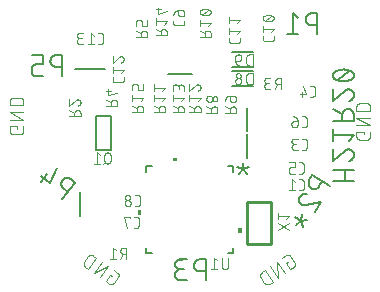
<source format=gbr>
G04 EAGLE Gerber RS-274X export*
G75*
%MOMM*%
%FSLAX34Y34*%
%LPD*%
%INSilkscreen Bottom*%
%IPPOS*%
%AMOC8*
5,1,8,0,0,1.08239X$1,22.5*%
G01*
%ADD10C,0.101600*%
%ADD11C,0.152400*%
%ADD12C,0.076200*%
%ADD13C,0.254000*%
%ADD14C,0.050800*%
%ADD15C,0.150000*%

G36*
X337067Y307723D02*
X337067Y307723D01*
X337069Y307722D01*
X337112Y307742D01*
X337155Y307760D01*
X337156Y307762D01*
X337158Y307763D01*
X337191Y307848D01*
X337191Y310388D01*
X337190Y310390D01*
X337191Y310392D01*
X337171Y310435D01*
X337152Y310479D01*
X337150Y310479D01*
X337149Y310481D01*
X337065Y310514D01*
X333255Y310514D01*
X333253Y310513D01*
X333250Y310514D01*
X333207Y310494D01*
X333164Y310476D01*
X333163Y310474D01*
X333161Y310473D01*
X333128Y310388D01*
X333128Y307848D01*
X333129Y307846D01*
X333128Y307844D01*
X333148Y307801D01*
X333167Y307757D01*
X333169Y307757D01*
X333170Y307755D01*
X333255Y307722D01*
X337065Y307722D01*
X337067Y307723D01*
G37*
G36*
X306517Y262169D02*
X306517Y262169D01*
X306519Y262168D01*
X306562Y262188D01*
X306605Y262206D01*
X306606Y262208D01*
X306608Y262209D01*
X306641Y262294D01*
X306641Y266104D01*
X306640Y266106D01*
X306641Y266108D01*
X306621Y266151D01*
X306602Y266195D01*
X306600Y266195D01*
X306599Y266197D01*
X306515Y266230D01*
X303975Y266230D01*
X303973Y266229D01*
X303970Y266230D01*
X303927Y266210D01*
X303884Y266192D01*
X303883Y266190D01*
X303881Y266189D01*
X303848Y266104D01*
X303848Y262294D01*
X303849Y262292D01*
X303848Y262290D01*
X303868Y262247D01*
X303887Y262203D01*
X303889Y262203D01*
X303890Y262201D01*
X303975Y262168D01*
X306515Y262168D01*
X306517Y262169D01*
G37*
G36*
X391353Y247166D02*
X391353Y247166D01*
X391355Y247165D01*
X391398Y247185D01*
X391441Y247203D01*
X391442Y247205D01*
X391444Y247206D01*
X391477Y247291D01*
X391477Y251101D01*
X391476Y251103D01*
X391477Y251105D01*
X391457Y251148D01*
X391438Y251192D01*
X391436Y251192D01*
X391435Y251194D01*
X391351Y251227D01*
X388811Y251227D01*
X388809Y251226D01*
X388806Y251227D01*
X388763Y251207D01*
X388720Y251189D01*
X388719Y251187D01*
X388717Y251186D01*
X388684Y251101D01*
X388684Y247291D01*
X388685Y247289D01*
X388684Y247287D01*
X388704Y247244D01*
X388723Y247200D01*
X388725Y247200D01*
X388726Y247198D01*
X388811Y247165D01*
X391351Y247165D01*
X391353Y247166D01*
G37*
G36*
X342068Y222887D02*
X342068Y222887D01*
X342070Y222886D01*
X342113Y222906D01*
X342156Y222924D01*
X342157Y222926D01*
X342159Y222927D01*
X342192Y223012D01*
X342192Y225552D01*
X342191Y225554D01*
X342192Y225556D01*
X342172Y225599D01*
X342153Y225643D01*
X342151Y225643D01*
X342150Y225645D01*
X342066Y225678D01*
X338256Y225678D01*
X338254Y225677D01*
X338251Y225678D01*
X338208Y225658D01*
X338165Y225640D01*
X338164Y225638D01*
X338162Y225637D01*
X338129Y225552D01*
X338129Y223012D01*
X338130Y223010D01*
X338129Y223008D01*
X338149Y222965D01*
X338168Y222921D01*
X338170Y222921D01*
X338171Y222919D01*
X338256Y222886D01*
X342066Y222886D01*
X342068Y222887D01*
G37*
D10*
X495224Y330544D02*
X495224Y332491D01*
X488733Y332491D01*
X488733Y328596D01*
X488735Y328497D01*
X488741Y328397D01*
X488750Y328298D01*
X488763Y328200D01*
X488780Y328102D01*
X488801Y328004D01*
X488826Y327908D01*
X488854Y327813D01*
X488886Y327719D01*
X488921Y327626D01*
X488960Y327534D01*
X489003Y327444D01*
X489048Y327356D01*
X489098Y327269D01*
X489150Y327185D01*
X489206Y327102D01*
X489264Y327022D01*
X489326Y326944D01*
X489391Y326869D01*
X489459Y326796D01*
X489529Y326726D01*
X489602Y326658D01*
X489677Y326593D01*
X489755Y326531D01*
X489835Y326473D01*
X489918Y326417D01*
X490002Y326365D01*
X490089Y326315D01*
X490177Y326270D01*
X490267Y326227D01*
X490359Y326188D01*
X490452Y326153D01*
X490546Y326121D01*
X490641Y326093D01*
X490737Y326068D01*
X490835Y326047D01*
X490933Y326030D01*
X491031Y326017D01*
X491130Y326008D01*
X491230Y326002D01*
X491329Y326000D01*
X497821Y326000D01*
X497920Y326002D01*
X498020Y326008D01*
X498119Y326017D01*
X498217Y326030D01*
X498315Y326047D01*
X498413Y326068D01*
X498509Y326093D01*
X498604Y326121D01*
X498698Y326153D01*
X498791Y326188D01*
X498883Y326227D01*
X498973Y326270D01*
X499061Y326315D01*
X499148Y326365D01*
X499232Y326417D01*
X499315Y326473D01*
X499395Y326531D01*
X499473Y326593D01*
X499548Y326658D01*
X499621Y326726D01*
X499691Y326796D01*
X499759Y326869D01*
X499824Y326944D01*
X499886Y327022D01*
X499944Y327102D01*
X500000Y327185D01*
X500052Y327269D01*
X500102Y327356D01*
X500147Y327444D01*
X500190Y327534D01*
X500229Y327626D01*
X500264Y327718D01*
X500296Y327813D01*
X500324Y327908D01*
X500349Y328004D01*
X500370Y328102D01*
X500387Y328200D01*
X500400Y328298D01*
X500409Y328397D01*
X500415Y328497D01*
X500417Y328596D01*
X500417Y332491D01*
X500417Y338192D02*
X488733Y338192D01*
X488733Y344683D02*
X500417Y338192D01*
X500417Y344683D02*
X488733Y344683D01*
X488733Y350384D02*
X500417Y350384D01*
X500417Y353629D01*
X500415Y353742D01*
X500409Y353855D01*
X500399Y353968D01*
X500385Y354081D01*
X500368Y354193D01*
X500346Y354304D01*
X500321Y354414D01*
X500291Y354524D01*
X500258Y354632D01*
X500221Y354739D01*
X500181Y354845D01*
X500136Y354949D01*
X500088Y355052D01*
X500037Y355153D01*
X499982Y355252D01*
X499924Y355349D01*
X499862Y355444D01*
X499797Y355537D01*
X499729Y355627D01*
X499658Y355715D01*
X499583Y355801D01*
X499506Y355884D01*
X499426Y355964D01*
X499343Y356041D01*
X499257Y356116D01*
X499169Y356187D01*
X499079Y356255D01*
X498986Y356320D01*
X498891Y356382D01*
X498794Y356440D01*
X498695Y356495D01*
X498594Y356546D01*
X498491Y356594D01*
X498387Y356639D01*
X498281Y356679D01*
X498174Y356716D01*
X498066Y356749D01*
X497956Y356779D01*
X497846Y356804D01*
X497735Y356826D01*
X497623Y356843D01*
X497510Y356857D01*
X497397Y356867D01*
X497284Y356873D01*
X497171Y356875D01*
X491979Y356875D01*
X491866Y356873D01*
X491753Y356867D01*
X491640Y356857D01*
X491527Y356843D01*
X491415Y356826D01*
X491304Y356804D01*
X491194Y356779D01*
X491084Y356749D01*
X490976Y356716D01*
X490869Y356679D01*
X490763Y356639D01*
X490659Y356594D01*
X490556Y356546D01*
X490455Y356495D01*
X490356Y356440D01*
X490259Y356382D01*
X490164Y356320D01*
X490071Y356255D01*
X489981Y356187D01*
X489893Y356116D01*
X489807Y356041D01*
X489724Y355964D01*
X489644Y355884D01*
X489567Y355801D01*
X489492Y355715D01*
X489421Y355627D01*
X489353Y355537D01*
X489288Y355444D01*
X489226Y355349D01*
X489168Y355252D01*
X489113Y355153D01*
X489062Y355052D01*
X489014Y354949D01*
X488969Y354845D01*
X488929Y354739D01*
X488892Y354632D01*
X488859Y354524D01*
X488829Y354414D01*
X488804Y354304D01*
X488782Y354193D01*
X488765Y354081D01*
X488751Y353968D01*
X488741Y353855D01*
X488735Y353742D01*
X488733Y353629D01*
X488733Y350384D01*
X430526Y222518D02*
X428931Y221401D01*
X432654Y216083D01*
X435845Y218317D01*
X435844Y218317D02*
X435924Y218376D01*
X436002Y218438D01*
X436078Y218502D01*
X436151Y218570D01*
X436222Y218640D01*
X436289Y218713D01*
X436354Y218788D01*
X436416Y218866D01*
X436475Y218946D01*
X436531Y219028D01*
X436584Y219113D01*
X436633Y219199D01*
X436679Y219287D01*
X436722Y219377D01*
X436761Y219468D01*
X436796Y219561D01*
X436828Y219655D01*
X436857Y219751D01*
X436881Y219847D01*
X436902Y219944D01*
X436920Y220042D01*
X436933Y220141D01*
X436943Y220240D01*
X436949Y220339D01*
X436951Y220438D01*
X436949Y220538D01*
X436944Y220637D01*
X436934Y220736D01*
X436921Y220835D01*
X436905Y220933D01*
X436884Y221030D01*
X436860Y221127D01*
X436832Y221222D01*
X436800Y221316D01*
X436765Y221409D01*
X436726Y221501D01*
X436684Y221591D01*
X436638Y221679D01*
X436589Y221766D01*
X436537Y221850D01*
X436482Y221933D01*
X432759Y227251D01*
X432759Y227250D02*
X432700Y227330D01*
X432638Y227408D01*
X432574Y227484D01*
X432506Y227557D01*
X432436Y227628D01*
X432363Y227695D01*
X432288Y227760D01*
X432210Y227822D01*
X432130Y227881D01*
X432048Y227937D01*
X431963Y227990D01*
X431877Y228039D01*
X431789Y228085D01*
X431699Y228128D01*
X431608Y228167D01*
X431515Y228202D01*
X431421Y228234D01*
X431325Y228263D01*
X431229Y228287D01*
X431132Y228308D01*
X431034Y228326D01*
X430935Y228339D01*
X430836Y228349D01*
X430737Y228355D01*
X430638Y228357D01*
X430538Y228355D01*
X430439Y228350D01*
X430340Y228341D01*
X430241Y228327D01*
X430143Y228311D01*
X430046Y228290D01*
X429949Y228266D01*
X429854Y228238D01*
X429760Y228206D01*
X429667Y228171D01*
X429575Y228132D01*
X429485Y228090D01*
X429397Y228044D01*
X429310Y227995D01*
X429226Y227943D01*
X429143Y227888D01*
X425953Y225654D01*
X421283Y222384D02*
X427984Y212814D01*
X422667Y209090D02*
X421283Y222384D01*
X415966Y218661D02*
X422667Y209090D01*
X417997Y205820D02*
X411296Y215391D01*
X408637Y213530D01*
X408546Y213463D01*
X408456Y213394D01*
X408369Y213321D01*
X408285Y213245D01*
X408204Y213166D01*
X408125Y213085D01*
X408049Y213001D01*
X407976Y212914D01*
X407907Y212825D01*
X407840Y212733D01*
X407777Y212639D01*
X407717Y212543D01*
X407660Y212445D01*
X407607Y212345D01*
X407557Y212243D01*
X407511Y212139D01*
X407469Y212034D01*
X407430Y211928D01*
X407395Y211820D01*
X407364Y211711D01*
X407336Y211601D01*
X407313Y211490D01*
X407293Y211379D01*
X407277Y211267D01*
X407265Y211154D01*
X407257Y211041D01*
X407253Y210928D01*
X407253Y210814D01*
X407257Y210701D01*
X407265Y210588D01*
X407277Y210475D01*
X407293Y210363D01*
X407313Y210252D01*
X407336Y210141D01*
X407364Y210031D01*
X407395Y209922D01*
X407430Y209814D01*
X407469Y209708D01*
X407511Y209603D01*
X407557Y209499D01*
X407607Y209397D01*
X407660Y209297D01*
X407717Y209199D01*
X407777Y209103D01*
X407840Y209009D01*
X407840Y209010D02*
X410819Y204756D01*
X410818Y204755D02*
X410885Y204664D01*
X410954Y204574D01*
X411027Y204487D01*
X411103Y204403D01*
X411182Y204322D01*
X411263Y204243D01*
X411347Y204167D01*
X411434Y204094D01*
X411524Y204025D01*
X411615Y203958D01*
X411709Y203895D01*
X411805Y203835D01*
X411903Y203778D01*
X412003Y203725D01*
X412105Y203675D01*
X412209Y203629D01*
X412314Y203587D01*
X412420Y203548D01*
X412528Y203513D01*
X412637Y203482D01*
X412747Y203454D01*
X412858Y203431D01*
X412969Y203411D01*
X413081Y203395D01*
X413194Y203383D01*
X413307Y203375D01*
X413420Y203371D01*
X413534Y203371D01*
X413647Y203375D01*
X413760Y203383D01*
X413873Y203395D01*
X413985Y203411D01*
X414096Y203431D01*
X414207Y203454D01*
X414317Y203482D01*
X414426Y203513D01*
X414534Y203548D01*
X414640Y203587D01*
X414745Y203629D01*
X414849Y203675D01*
X414951Y203725D01*
X415051Y203778D01*
X415149Y203835D01*
X415245Y203895D01*
X415339Y203958D01*
X415339Y203959D02*
X417997Y205820D01*
X281796Y210346D02*
X280201Y211463D01*
X276478Y206146D01*
X279668Y203912D01*
X279751Y203857D01*
X279835Y203805D01*
X279922Y203756D01*
X280010Y203710D01*
X280100Y203668D01*
X280192Y203629D01*
X280285Y203594D01*
X280379Y203562D01*
X280474Y203534D01*
X280571Y203510D01*
X280668Y203489D01*
X280766Y203473D01*
X280865Y203459D01*
X280964Y203450D01*
X281063Y203445D01*
X281163Y203443D01*
X281262Y203445D01*
X281361Y203451D01*
X281460Y203461D01*
X281559Y203474D01*
X281657Y203492D01*
X281754Y203513D01*
X281850Y203537D01*
X281946Y203566D01*
X282040Y203598D01*
X282133Y203633D01*
X282224Y203672D01*
X282314Y203715D01*
X282402Y203761D01*
X282488Y203810D01*
X282573Y203863D01*
X282655Y203919D01*
X282735Y203978D01*
X282813Y204040D01*
X282888Y204105D01*
X282961Y204172D01*
X283031Y204243D01*
X283099Y204316D01*
X283163Y204392D01*
X283225Y204470D01*
X283284Y204550D01*
X283284Y204549D02*
X287007Y209866D01*
X287007Y209867D02*
X287062Y209950D01*
X287114Y210034D01*
X287163Y210121D01*
X287209Y210209D01*
X287251Y210299D01*
X287290Y210391D01*
X287325Y210484D01*
X287357Y210578D01*
X287385Y210673D01*
X287409Y210770D01*
X287430Y210867D01*
X287446Y210965D01*
X287460Y211064D01*
X287469Y211163D01*
X287474Y211262D01*
X287476Y211362D01*
X287474Y211461D01*
X287468Y211560D01*
X287458Y211659D01*
X287445Y211758D01*
X287427Y211856D01*
X287406Y211953D01*
X287382Y212049D01*
X287353Y212145D01*
X287321Y212239D01*
X287286Y212332D01*
X287247Y212423D01*
X287204Y212513D01*
X287158Y212601D01*
X287109Y212687D01*
X287056Y212772D01*
X287000Y212854D01*
X286941Y212934D01*
X286879Y213012D01*
X286814Y213087D01*
X286747Y213160D01*
X286676Y213230D01*
X286603Y213298D01*
X286527Y213362D01*
X286449Y213424D01*
X286369Y213483D01*
X286370Y213483D02*
X283179Y215716D01*
X278510Y218986D02*
X271808Y209415D01*
X266491Y213139D02*
X278510Y218986D01*
X273192Y222709D02*
X266491Y213139D01*
X261821Y216408D02*
X268522Y225979D01*
X265864Y227841D01*
X265770Y227904D01*
X265674Y227964D01*
X265576Y228021D01*
X265476Y228074D01*
X265374Y228124D01*
X265270Y228170D01*
X265165Y228212D01*
X265059Y228251D01*
X264951Y228286D01*
X264842Y228317D01*
X264732Y228345D01*
X264621Y228368D01*
X264510Y228388D01*
X264398Y228404D01*
X264285Y228416D01*
X264172Y228424D01*
X264059Y228428D01*
X263945Y228428D01*
X263832Y228424D01*
X263719Y228416D01*
X263606Y228404D01*
X263494Y228388D01*
X263383Y228368D01*
X263272Y228345D01*
X263162Y228317D01*
X263053Y228286D01*
X262945Y228251D01*
X262839Y228212D01*
X262734Y228170D01*
X262630Y228124D01*
X262528Y228074D01*
X262428Y228021D01*
X262330Y227964D01*
X262234Y227904D01*
X262140Y227841D01*
X262049Y227774D01*
X261959Y227705D01*
X261872Y227632D01*
X261788Y227556D01*
X261707Y227477D01*
X261628Y227396D01*
X261552Y227312D01*
X261479Y227225D01*
X261410Y227136D01*
X261343Y227044D01*
X261344Y227044D02*
X258365Y222790D01*
X258365Y222791D02*
X258302Y222697D01*
X258242Y222601D01*
X258185Y222503D01*
X258132Y222403D01*
X258082Y222301D01*
X258036Y222197D01*
X257994Y222092D01*
X257955Y221986D01*
X257920Y221878D01*
X257889Y221769D01*
X257861Y221659D01*
X257838Y221548D01*
X257818Y221437D01*
X257802Y221325D01*
X257790Y221212D01*
X257782Y221099D01*
X257778Y220986D01*
X257778Y220872D01*
X257782Y220759D01*
X257790Y220646D01*
X257802Y220533D01*
X257818Y220421D01*
X257838Y220310D01*
X257861Y220199D01*
X257889Y220089D01*
X257920Y219980D01*
X257955Y219872D01*
X257994Y219766D01*
X258036Y219661D01*
X258082Y219557D01*
X258132Y219455D01*
X258185Y219355D01*
X258242Y219257D01*
X258302Y219161D01*
X258365Y219067D01*
X258432Y218975D01*
X258501Y218886D01*
X258574Y218799D01*
X258650Y218715D01*
X258729Y218634D01*
X258810Y218555D01*
X258894Y218479D01*
X258981Y218406D01*
X259071Y218337D01*
X259162Y218270D01*
X261821Y216408D01*
X201649Y335306D02*
X201649Y337254D01*
X195158Y337254D01*
X195158Y333359D01*
X195160Y333260D01*
X195166Y333160D01*
X195175Y333061D01*
X195188Y332963D01*
X195205Y332865D01*
X195226Y332767D01*
X195251Y332671D01*
X195279Y332576D01*
X195311Y332482D01*
X195346Y332389D01*
X195385Y332297D01*
X195428Y332207D01*
X195473Y332119D01*
X195523Y332032D01*
X195575Y331948D01*
X195631Y331865D01*
X195689Y331785D01*
X195751Y331707D01*
X195816Y331632D01*
X195884Y331559D01*
X195954Y331489D01*
X196027Y331421D01*
X196102Y331356D01*
X196180Y331294D01*
X196260Y331236D01*
X196343Y331180D01*
X196427Y331128D01*
X196514Y331078D01*
X196602Y331033D01*
X196692Y330990D01*
X196784Y330951D01*
X196877Y330916D01*
X196971Y330884D01*
X197066Y330856D01*
X197162Y330831D01*
X197260Y330810D01*
X197358Y330793D01*
X197456Y330780D01*
X197555Y330771D01*
X197655Y330765D01*
X197754Y330763D01*
X204246Y330763D01*
X204345Y330765D01*
X204445Y330771D01*
X204544Y330780D01*
X204642Y330793D01*
X204740Y330810D01*
X204838Y330831D01*
X204934Y330856D01*
X205029Y330884D01*
X205123Y330916D01*
X205216Y330951D01*
X205308Y330990D01*
X205398Y331033D01*
X205486Y331078D01*
X205573Y331128D01*
X205657Y331180D01*
X205740Y331236D01*
X205820Y331294D01*
X205898Y331356D01*
X205973Y331421D01*
X206046Y331489D01*
X206116Y331559D01*
X206184Y331632D01*
X206249Y331707D01*
X206311Y331785D01*
X206369Y331865D01*
X206425Y331948D01*
X206477Y332032D01*
X206527Y332119D01*
X206572Y332207D01*
X206615Y332297D01*
X206654Y332389D01*
X206689Y332481D01*
X206721Y332576D01*
X206749Y332671D01*
X206774Y332767D01*
X206795Y332865D01*
X206812Y332963D01*
X206825Y333061D01*
X206834Y333160D01*
X206840Y333260D01*
X206842Y333359D01*
X206842Y337254D01*
X206842Y342954D02*
X195158Y342954D01*
X195158Y349446D02*
X206842Y342954D01*
X206842Y349446D02*
X195158Y349446D01*
X195158Y355146D02*
X206842Y355146D01*
X206842Y358392D01*
X206840Y358505D01*
X206834Y358618D01*
X206824Y358731D01*
X206810Y358844D01*
X206793Y358956D01*
X206771Y359067D01*
X206746Y359177D01*
X206716Y359287D01*
X206683Y359395D01*
X206646Y359502D01*
X206606Y359608D01*
X206561Y359712D01*
X206513Y359815D01*
X206462Y359916D01*
X206407Y360015D01*
X206349Y360112D01*
X206287Y360207D01*
X206222Y360300D01*
X206154Y360390D01*
X206083Y360478D01*
X206008Y360564D01*
X205931Y360647D01*
X205851Y360727D01*
X205768Y360804D01*
X205682Y360879D01*
X205594Y360950D01*
X205504Y361018D01*
X205411Y361083D01*
X205316Y361145D01*
X205219Y361203D01*
X205120Y361258D01*
X205019Y361309D01*
X204916Y361357D01*
X204812Y361402D01*
X204706Y361442D01*
X204599Y361479D01*
X204491Y361512D01*
X204381Y361542D01*
X204271Y361567D01*
X204160Y361589D01*
X204048Y361606D01*
X203935Y361620D01*
X203822Y361630D01*
X203709Y361636D01*
X203596Y361638D01*
X198404Y361638D01*
X198291Y361636D01*
X198178Y361630D01*
X198065Y361620D01*
X197952Y361606D01*
X197840Y361589D01*
X197729Y361567D01*
X197619Y361542D01*
X197509Y361512D01*
X197401Y361479D01*
X197294Y361442D01*
X197188Y361402D01*
X197084Y361357D01*
X196981Y361309D01*
X196880Y361258D01*
X196781Y361203D01*
X196684Y361145D01*
X196589Y361083D01*
X196496Y361018D01*
X196406Y360950D01*
X196318Y360879D01*
X196232Y360804D01*
X196149Y360727D01*
X196069Y360647D01*
X195992Y360564D01*
X195917Y360478D01*
X195846Y360390D01*
X195778Y360300D01*
X195713Y360207D01*
X195651Y360112D01*
X195593Y360015D01*
X195538Y359916D01*
X195487Y359815D01*
X195439Y359712D01*
X195394Y359608D01*
X195354Y359502D01*
X195317Y359395D01*
X195284Y359287D01*
X195254Y359177D01*
X195229Y359067D01*
X195207Y358956D01*
X195190Y358844D01*
X195176Y358731D01*
X195166Y358618D01*
X195160Y358505D01*
X195158Y358392D01*
X195158Y355146D01*
D11*
X455631Y415065D02*
X455631Y432845D01*
X450693Y432845D01*
X450553Y432843D01*
X450414Y432837D01*
X450274Y432827D01*
X450135Y432813D01*
X449996Y432796D01*
X449858Y432774D01*
X449721Y432748D01*
X449584Y432719D01*
X449448Y432686D01*
X449314Y432649D01*
X449180Y432608D01*
X449048Y432563D01*
X448916Y432514D01*
X448787Y432462D01*
X448659Y432407D01*
X448532Y432347D01*
X448407Y432284D01*
X448284Y432218D01*
X448163Y432148D01*
X448044Y432075D01*
X447927Y431998D01*
X447813Y431918D01*
X447700Y431835D01*
X447590Y431749D01*
X447483Y431659D01*
X447378Y431567D01*
X447276Y431472D01*
X447176Y431374D01*
X447079Y431273D01*
X446985Y431169D01*
X446895Y431063D01*
X446807Y430954D01*
X446722Y430843D01*
X446641Y430729D01*
X446562Y430614D01*
X446487Y430496D01*
X446416Y430376D01*
X446348Y430253D01*
X446283Y430130D01*
X446222Y430004D01*
X446164Y429876D01*
X446110Y429748D01*
X446060Y429617D01*
X446013Y429485D01*
X445970Y429352D01*
X445931Y429218D01*
X445896Y429083D01*
X445865Y428947D01*
X445837Y428809D01*
X445814Y428672D01*
X445794Y428533D01*
X445778Y428394D01*
X445766Y428255D01*
X445758Y428116D01*
X445754Y427976D01*
X445754Y427836D01*
X445758Y427696D01*
X445766Y427557D01*
X445778Y427418D01*
X445794Y427279D01*
X445814Y427140D01*
X445837Y427003D01*
X445865Y426865D01*
X445896Y426729D01*
X445931Y426594D01*
X445970Y426460D01*
X446013Y426327D01*
X446060Y426195D01*
X446110Y426064D01*
X446164Y425936D01*
X446222Y425808D01*
X446283Y425682D01*
X446348Y425559D01*
X446416Y425437D01*
X446487Y425316D01*
X446562Y425198D01*
X446641Y425083D01*
X446722Y424969D01*
X446807Y424858D01*
X446895Y424749D01*
X446985Y424643D01*
X447079Y424539D01*
X447176Y424438D01*
X447276Y424340D01*
X447378Y424245D01*
X447483Y424153D01*
X447590Y424063D01*
X447700Y423977D01*
X447813Y423894D01*
X447927Y423814D01*
X448044Y423737D01*
X448163Y423664D01*
X448284Y423594D01*
X448407Y423528D01*
X448532Y423465D01*
X448659Y423405D01*
X448787Y423350D01*
X448916Y423298D01*
X449048Y423249D01*
X449180Y423204D01*
X449314Y423163D01*
X449448Y423126D01*
X449584Y423093D01*
X449721Y423064D01*
X449858Y423038D01*
X449996Y423016D01*
X450135Y422999D01*
X450274Y422985D01*
X450414Y422975D01*
X450553Y422969D01*
X450693Y422967D01*
X455631Y422967D01*
X439636Y428894D02*
X434697Y432845D01*
X434697Y415065D01*
X429759Y415065D02*
X439636Y415065D01*
X451319Y295951D02*
X466717Y287061D01*
X451319Y295951D02*
X448850Y291674D01*
X448850Y291675D02*
X448782Y291552D01*
X448717Y291429D01*
X448656Y291303D01*
X448598Y291175D01*
X448544Y291047D01*
X448494Y290916D01*
X448447Y290784D01*
X448404Y290651D01*
X448365Y290517D01*
X448330Y290382D01*
X448299Y290246D01*
X448271Y290108D01*
X448248Y289971D01*
X448228Y289832D01*
X448212Y289693D01*
X448200Y289554D01*
X448192Y289415D01*
X448188Y289275D01*
X448188Y289135D01*
X448192Y288995D01*
X448200Y288856D01*
X448212Y288717D01*
X448228Y288578D01*
X448248Y288439D01*
X448271Y288302D01*
X448299Y288164D01*
X448330Y288028D01*
X448365Y287893D01*
X448404Y287759D01*
X448447Y287626D01*
X448494Y287494D01*
X448544Y287363D01*
X448598Y287235D01*
X448656Y287107D01*
X448717Y286981D01*
X448782Y286858D01*
X448850Y286735D01*
X448921Y286615D01*
X448996Y286497D01*
X449075Y286382D01*
X449156Y286268D01*
X449241Y286157D01*
X449329Y286048D01*
X449419Y285942D01*
X449513Y285838D01*
X449610Y285737D01*
X449710Y285639D01*
X449812Y285544D01*
X449917Y285452D01*
X450024Y285362D01*
X450134Y285276D01*
X450247Y285193D01*
X450361Y285113D01*
X450478Y285036D01*
X450597Y284963D01*
X450718Y284893D01*
X450841Y284827D01*
X450966Y284764D01*
X451093Y284704D01*
X451221Y284649D01*
X451351Y284597D01*
X451482Y284548D01*
X451614Y284503D01*
X451748Y284462D01*
X451882Y284425D01*
X452018Y284392D01*
X452155Y284363D01*
X452292Y284337D01*
X452430Y284315D01*
X452569Y284298D01*
X452708Y284284D01*
X452848Y284274D01*
X452987Y284268D01*
X453127Y284266D01*
X453267Y284268D01*
X453406Y284274D01*
X453546Y284284D01*
X453685Y284298D01*
X453824Y284315D01*
X453962Y284337D01*
X454099Y284363D01*
X454236Y284392D01*
X454372Y284425D01*
X454506Y284463D01*
X454640Y284503D01*
X454772Y284548D01*
X454904Y284597D01*
X455033Y284649D01*
X455161Y284704D01*
X455288Y284764D01*
X455413Y284827D01*
X455536Y284893D01*
X455657Y284963D01*
X455776Y285036D01*
X455893Y285113D01*
X456007Y285193D01*
X456120Y285276D01*
X456230Y285362D01*
X456337Y285452D01*
X456442Y285544D01*
X456544Y285639D01*
X456644Y285737D01*
X456741Y285838D01*
X456835Y285942D01*
X456925Y286048D01*
X457013Y286157D01*
X457098Y286268D01*
X457179Y286382D01*
X457258Y286497D01*
X457333Y286615D01*
X457404Y286736D01*
X457404Y286735D02*
X459874Y291012D01*
X440606Y277395D02*
X440541Y277279D01*
X440481Y277163D01*
X440423Y277044D01*
X440370Y276924D01*
X440320Y276802D01*
X440273Y276679D01*
X440230Y276554D01*
X440191Y276428D01*
X440156Y276301D01*
X440124Y276173D01*
X440096Y276045D01*
X440073Y275915D01*
X440052Y275785D01*
X440036Y275654D01*
X440024Y275523D01*
X440015Y275392D01*
X440011Y275260D01*
X440010Y275128D01*
X440013Y274996D01*
X440021Y274865D01*
X440032Y274734D01*
X440047Y274603D01*
X440065Y274472D01*
X440088Y274343D01*
X440115Y274214D01*
X440145Y274085D01*
X440179Y273958D01*
X440217Y273832D01*
X440258Y273707D01*
X440304Y273583D01*
X440353Y273461D01*
X440405Y273340D01*
X440461Y273221D01*
X440521Y273103D01*
X440584Y272988D01*
X440650Y272874D01*
X440720Y272762D01*
X440793Y272653D01*
X440869Y272545D01*
X440949Y272440D01*
X441031Y272337D01*
X441117Y272237D01*
X441205Y272139D01*
X441296Y272044D01*
X441390Y271952D01*
X441487Y271863D01*
X441587Y271776D01*
X441689Y271693D01*
X441793Y271612D01*
X441899Y271535D01*
X442008Y271461D01*
X442119Y271390D01*
X442233Y271323D01*
X440605Y277395D02*
X440682Y277523D01*
X440762Y277650D01*
X440845Y277774D01*
X440931Y277896D01*
X441021Y278016D01*
X441113Y278134D01*
X441209Y278249D01*
X441308Y278361D01*
X441409Y278471D01*
X441514Y278578D01*
X441621Y278683D01*
X441731Y278784D01*
X441843Y278883D01*
X441958Y278978D01*
X442076Y279071D01*
X442196Y279160D01*
X442318Y279247D01*
X442442Y279330D01*
X442569Y279410D01*
X442698Y279486D01*
X442828Y279559D01*
X442961Y279629D01*
X443095Y279695D01*
X443231Y279757D01*
X443368Y279816D01*
X443507Y279872D01*
X443648Y279923D01*
X443789Y279971D01*
X443932Y280016D01*
X444076Y280056D01*
X444221Y280093D01*
X444367Y280126D01*
X444514Y280155D01*
X444661Y280180D01*
X444810Y280202D01*
X444958Y280219D01*
X445107Y280233D01*
X445256Y280242D01*
X445406Y280248D01*
X445556Y280250D01*
X445705Y280248D01*
X445855Y280242D01*
X446004Y280232D01*
X446153Y280218D01*
X446301Y280200D01*
X446450Y280179D01*
X446597Y280153D01*
X446744Y280124D01*
X445967Y270877D02*
X445838Y270841D01*
X445709Y270809D01*
X445579Y270780D01*
X445448Y270755D01*
X445316Y270734D01*
X445184Y270717D01*
X445051Y270703D01*
X444919Y270692D01*
X444785Y270686D01*
X444652Y270683D01*
X444519Y270684D01*
X444386Y270689D01*
X444253Y270697D01*
X444120Y270709D01*
X443987Y270725D01*
X443856Y270744D01*
X443724Y270768D01*
X443594Y270794D01*
X443464Y270825D01*
X443335Y270859D01*
X443207Y270897D01*
X443080Y270938D01*
X442955Y270982D01*
X442831Y271031D01*
X442708Y271082D01*
X442586Y271137D01*
X442466Y271196D01*
X442348Y271258D01*
X442232Y271323D01*
X445967Y270877D02*
X458720Y273209D01*
X453781Y264655D01*
X441608Y257399D02*
X436475Y260363D01*
X441608Y257399D02*
X443729Y252183D01*
X441608Y257399D02*
X447186Y258171D01*
X441608Y257399D02*
X437180Y253682D01*
X441608Y257399D02*
X442613Y263092D01*
X361041Y224600D02*
X361041Y206820D01*
X361041Y224600D02*
X356103Y224600D01*
X355963Y224598D01*
X355824Y224592D01*
X355684Y224582D01*
X355545Y224568D01*
X355406Y224551D01*
X355268Y224529D01*
X355131Y224503D01*
X354994Y224474D01*
X354858Y224441D01*
X354724Y224404D01*
X354590Y224363D01*
X354458Y224318D01*
X354326Y224269D01*
X354197Y224217D01*
X354069Y224162D01*
X353942Y224102D01*
X353817Y224039D01*
X353694Y223973D01*
X353573Y223903D01*
X353454Y223830D01*
X353337Y223753D01*
X353223Y223673D01*
X353110Y223590D01*
X353000Y223504D01*
X352893Y223414D01*
X352788Y223322D01*
X352686Y223227D01*
X352586Y223129D01*
X352489Y223028D01*
X352395Y222924D01*
X352305Y222818D01*
X352217Y222709D01*
X352132Y222598D01*
X352051Y222484D01*
X351972Y222369D01*
X351897Y222251D01*
X351826Y222131D01*
X351758Y222008D01*
X351693Y221885D01*
X351632Y221759D01*
X351574Y221631D01*
X351520Y221503D01*
X351470Y221372D01*
X351423Y221240D01*
X351380Y221107D01*
X351341Y220973D01*
X351306Y220838D01*
X351275Y220702D01*
X351247Y220564D01*
X351224Y220427D01*
X351204Y220288D01*
X351188Y220149D01*
X351176Y220010D01*
X351168Y219871D01*
X351164Y219731D01*
X351164Y219591D01*
X351168Y219451D01*
X351176Y219312D01*
X351188Y219173D01*
X351204Y219034D01*
X351224Y218895D01*
X351247Y218758D01*
X351275Y218620D01*
X351306Y218484D01*
X351341Y218349D01*
X351380Y218215D01*
X351423Y218082D01*
X351470Y217950D01*
X351520Y217819D01*
X351574Y217691D01*
X351632Y217563D01*
X351693Y217437D01*
X351758Y217314D01*
X351826Y217191D01*
X351897Y217071D01*
X351972Y216953D01*
X352051Y216838D01*
X352132Y216724D01*
X352217Y216613D01*
X352305Y216504D01*
X352395Y216398D01*
X352489Y216294D01*
X352586Y216193D01*
X352686Y216095D01*
X352788Y216000D01*
X352893Y215908D01*
X353000Y215818D01*
X353110Y215732D01*
X353223Y215649D01*
X353337Y215569D01*
X353454Y215492D01*
X353573Y215419D01*
X353694Y215349D01*
X353817Y215283D01*
X353942Y215220D01*
X354069Y215160D01*
X354197Y215105D01*
X354326Y215053D01*
X354458Y215004D01*
X354590Y214959D01*
X354724Y214918D01*
X354858Y214881D01*
X354994Y214848D01*
X355131Y214819D01*
X355268Y214793D01*
X355406Y214771D01*
X355545Y214754D01*
X355684Y214740D01*
X355824Y214730D01*
X355963Y214724D01*
X356103Y214722D01*
X361041Y214722D01*
X345046Y206820D02*
X340107Y206820D01*
X339967Y206822D01*
X339828Y206828D01*
X339688Y206838D01*
X339549Y206852D01*
X339410Y206869D01*
X339272Y206891D01*
X339135Y206917D01*
X338998Y206946D01*
X338862Y206979D01*
X338728Y207016D01*
X338594Y207057D01*
X338462Y207102D01*
X338330Y207151D01*
X338201Y207203D01*
X338073Y207258D01*
X337946Y207318D01*
X337821Y207381D01*
X337698Y207447D01*
X337577Y207517D01*
X337458Y207590D01*
X337341Y207667D01*
X337227Y207747D01*
X337114Y207830D01*
X337004Y207916D01*
X336897Y208006D01*
X336792Y208098D01*
X336690Y208193D01*
X336590Y208291D01*
X336493Y208392D01*
X336399Y208496D01*
X336309Y208602D01*
X336221Y208711D01*
X336136Y208822D01*
X336055Y208936D01*
X335976Y209051D01*
X335901Y209169D01*
X335830Y209289D01*
X335762Y209412D01*
X335697Y209535D01*
X335636Y209661D01*
X335578Y209789D01*
X335524Y209917D01*
X335474Y210048D01*
X335427Y210180D01*
X335384Y210313D01*
X335345Y210447D01*
X335310Y210582D01*
X335279Y210718D01*
X335251Y210856D01*
X335228Y210993D01*
X335208Y211132D01*
X335192Y211271D01*
X335180Y211410D01*
X335172Y211549D01*
X335168Y211689D01*
X335168Y211829D01*
X335172Y211969D01*
X335180Y212108D01*
X335192Y212247D01*
X335208Y212386D01*
X335228Y212525D01*
X335251Y212662D01*
X335279Y212800D01*
X335310Y212936D01*
X335345Y213071D01*
X335384Y213205D01*
X335427Y213338D01*
X335474Y213470D01*
X335524Y213601D01*
X335578Y213729D01*
X335636Y213857D01*
X335697Y213983D01*
X335762Y214106D01*
X335830Y214229D01*
X335901Y214349D01*
X335976Y214467D01*
X336055Y214582D01*
X336136Y214696D01*
X336221Y214807D01*
X336309Y214916D01*
X336399Y215022D01*
X336493Y215126D01*
X336590Y215227D01*
X336690Y215325D01*
X336792Y215420D01*
X336897Y215512D01*
X337004Y215602D01*
X337114Y215688D01*
X337227Y215771D01*
X337341Y215851D01*
X337458Y215928D01*
X337577Y216001D01*
X337698Y216071D01*
X337821Y216137D01*
X337946Y216200D01*
X338073Y216260D01*
X338201Y216315D01*
X338330Y216367D01*
X338462Y216416D01*
X338594Y216461D01*
X338728Y216502D01*
X338862Y216539D01*
X338998Y216572D01*
X339135Y216601D01*
X339272Y216627D01*
X339410Y216649D01*
X339549Y216666D01*
X339688Y216680D01*
X339828Y216690D01*
X339967Y216696D01*
X340107Y216698D01*
X339120Y224600D02*
X345046Y224600D01*
X339120Y224600D02*
X338996Y224598D01*
X338872Y224592D01*
X338748Y224582D01*
X338625Y224569D01*
X338502Y224551D01*
X338380Y224530D01*
X338258Y224505D01*
X338137Y224476D01*
X338018Y224443D01*
X337899Y224407D01*
X337782Y224366D01*
X337666Y224323D01*
X337551Y224275D01*
X337438Y224224D01*
X337326Y224169D01*
X337217Y224111D01*
X337109Y224050D01*
X337003Y223985D01*
X336899Y223917D01*
X336798Y223845D01*
X336698Y223771D01*
X336602Y223693D01*
X336507Y223613D01*
X336415Y223529D01*
X336326Y223443D01*
X336240Y223354D01*
X336156Y223262D01*
X336076Y223167D01*
X335998Y223071D01*
X335924Y222971D01*
X335852Y222870D01*
X335784Y222766D01*
X335719Y222660D01*
X335658Y222552D01*
X335600Y222443D01*
X335545Y222331D01*
X335494Y222218D01*
X335446Y222103D01*
X335403Y221987D01*
X335362Y221870D01*
X335326Y221751D01*
X335293Y221632D01*
X335264Y221511D01*
X335239Y221389D01*
X335218Y221267D01*
X335200Y221144D01*
X335187Y221021D01*
X335177Y220897D01*
X335171Y220773D01*
X335169Y220649D01*
X335171Y220525D01*
X335177Y220401D01*
X335187Y220277D01*
X335200Y220154D01*
X335218Y220031D01*
X335239Y219909D01*
X335264Y219787D01*
X335293Y219666D01*
X335326Y219547D01*
X335362Y219428D01*
X335403Y219311D01*
X335446Y219195D01*
X335494Y219080D01*
X335545Y218967D01*
X335600Y218855D01*
X335658Y218746D01*
X335719Y218638D01*
X335784Y218532D01*
X335852Y218428D01*
X335924Y218327D01*
X335998Y218227D01*
X336076Y218131D01*
X336156Y218036D01*
X336240Y217944D01*
X336326Y217855D01*
X336415Y217769D01*
X336507Y217685D01*
X336602Y217605D01*
X336698Y217527D01*
X336798Y217453D01*
X336899Y217381D01*
X337003Y217313D01*
X337109Y217248D01*
X337217Y217187D01*
X337326Y217129D01*
X337438Y217074D01*
X337551Y217023D01*
X337666Y216975D01*
X337782Y216932D01*
X337899Y216891D01*
X338018Y216855D01*
X338137Y216822D01*
X338258Y216793D01*
X338380Y216768D01*
X338502Y216747D01*
X338625Y216729D01*
X338748Y216716D01*
X338872Y216706D01*
X338996Y216700D01*
X339120Y216698D01*
X343071Y216698D01*
X250750Y289393D02*
X239321Y275773D01*
X250750Y289393D02*
X246966Y292568D01*
X246967Y292568D02*
X246858Y292657D01*
X246748Y292742D01*
X246634Y292824D01*
X246519Y292903D01*
X246401Y292978D01*
X246282Y293051D01*
X246160Y293119D01*
X246036Y293185D01*
X245911Y293246D01*
X245784Y293305D01*
X245655Y293359D01*
X245525Y293410D01*
X245393Y293457D01*
X245261Y293501D01*
X245126Y293540D01*
X244991Y293576D01*
X244855Y293608D01*
X244718Y293636D01*
X244581Y293661D01*
X244442Y293681D01*
X244304Y293697D01*
X244164Y293710D01*
X244025Y293719D01*
X243885Y293723D01*
X243745Y293724D01*
X243606Y293720D01*
X243466Y293713D01*
X243327Y293702D01*
X243188Y293687D01*
X243049Y293668D01*
X242911Y293645D01*
X242774Y293618D01*
X242638Y293587D01*
X242502Y293553D01*
X242368Y293514D01*
X242235Y293472D01*
X242103Y293426D01*
X241972Y293376D01*
X241843Y293323D01*
X241715Y293266D01*
X241589Y293206D01*
X241465Y293141D01*
X241343Y293074D01*
X241222Y293003D01*
X241104Y292928D01*
X240988Y292851D01*
X240874Y292770D01*
X240762Y292686D01*
X240653Y292598D01*
X240546Y292508D01*
X240442Y292415D01*
X240341Y292318D01*
X240242Y292219D01*
X240147Y292117D01*
X240054Y292013D01*
X239964Y291906D01*
X239877Y291796D01*
X239794Y291684D01*
X239713Y291570D01*
X239636Y291453D01*
X239562Y291335D01*
X239492Y291214D01*
X239425Y291091D01*
X239361Y290967D01*
X239301Y290841D01*
X239245Y290713D01*
X239192Y290583D01*
X239143Y290452D01*
X239098Y290320D01*
X239056Y290187D01*
X239018Y290052D01*
X238984Y289916D01*
X238954Y289780D01*
X238928Y289643D01*
X238906Y289505D01*
X238887Y289366D01*
X238873Y289227D01*
X238862Y289088D01*
X238856Y288948D01*
X238853Y288808D01*
X238854Y288669D01*
X238860Y288529D01*
X238869Y288389D01*
X238882Y288250D01*
X238899Y288111D01*
X238920Y287973D01*
X238945Y287836D01*
X238974Y287699D01*
X239007Y287563D01*
X239043Y287428D01*
X239083Y287294D01*
X239127Y287162D01*
X239175Y287030D01*
X239227Y286900D01*
X239282Y286772D01*
X239341Y286645D01*
X239403Y286520D01*
X239469Y286397D01*
X239538Y286275D01*
X239611Y286156D01*
X239687Y286039D01*
X239766Y285924D01*
X239849Y285811D01*
X239935Y285700D01*
X240024Y285592D01*
X240115Y285487D01*
X240210Y285384D01*
X240308Y285284D01*
X240408Y285187D01*
X240511Y285093D01*
X240617Y285002D01*
X240617Y285001D02*
X244400Y281827D01*
X229608Y289081D02*
X235470Y302214D01*
X229608Y289081D02*
X222041Y295430D01*
X221771Y290499D02*
X226851Y296552D01*
X239539Y379880D02*
X239539Y397660D01*
X234600Y397660D01*
X234460Y397658D01*
X234321Y397652D01*
X234181Y397642D01*
X234042Y397628D01*
X233903Y397611D01*
X233765Y397589D01*
X233628Y397563D01*
X233491Y397534D01*
X233355Y397501D01*
X233221Y397464D01*
X233087Y397423D01*
X232955Y397378D01*
X232823Y397329D01*
X232694Y397277D01*
X232566Y397222D01*
X232439Y397162D01*
X232314Y397099D01*
X232191Y397033D01*
X232070Y396963D01*
X231951Y396890D01*
X231834Y396813D01*
X231720Y396733D01*
X231607Y396650D01*
X231497Y396564D01*
X231390Y396474D01*
X231285Y396382D01*
X231183Y396287D01*
X231083Y396189D01*
X230986Y396088D01*
X230892Y395984D01*
X230802Y395878D01*
X230714Y395769D01*
X230629Y395658D01*
X230548Y395544D01*
X230469Y395429D01*
X230394Y395311D01*
X230323Y395191D01*
X230255Y395068D01*
X230190Y394945D01*
X230129Y394819D01*
X230071Y394691D01*
X230017Y394563D01*
X229967Y394432D01*
X229920Y394300D01*
X229877Y394167D01*
X229838Y394033D01*
X229803Y393898D01*
X229772Y393762D01*
X229744Y393624D01*
X229721Y393487D01*
X229701Y393348D01*
X229685Y393209D01*
X229673Y393070D01*
X229665Y392931D01*
X229661Y392791D01*
X229661Y392651D01*
X229665Y392511D01*
X229673Y392372D01*
X229685Y392233D01*
X229701Y392094D01*
X229721Y391955D01*
X229744Y391818D01*
X229772Y391680D01*
X229803Y391544D01*
X229838Y391409D01*
X229877Y391275D01*
X229920Y391142D01*
X229967Y391010D01*
X230017Y390879D01*
X230071Y390751D01*
X230129Y390623D01*
X230190Y390497D01*
X230255Y390374D01*
X230323Y390252D01*
X230394Y390131D01*
X230469Y390013D01*
X230548Y389898D01*
X230629Y389784D01*
X230714Y389673D01*
X230802Y389564D01*
X230892Y389458D01*
X230986Y389354D01*
X231083Y389253D01*
X231183Y389155D01*
X231285Y389060D01*
X231390Y388968D01*
X231497Y388878D01*
X231607Y388792D01*
X231720Y388709D01*
X231834Y388629D01*
X231951Y388552D01*
X232070Y388479D01*
X232191Y388409D01*
X232314Y388343D01*
X232439Y388280D01*
X232566Y388220D01*
X232694Y388165D01*
X232823Y388113D01*
X232955Y388064D01*
X233087Y388019D01*
X233221Y387978D01*
X233355Y387941D01*
X233491Y387908D01*
X233628Y387879D01*
X233765Y387853D01*
X233903Y387831D01*
X234042Y387814D01*
X234181Y387800D01*
X234321Y387790D01*
X234460Y387784D01*
X234600Y387782D01*
X239539Y387782D01*
X223544Y379880D02*
X217617Y379880D01*
X217493Y379882D01*
X217369Y379888D01*
X217245Y379898D01*
X217122Y379911D01*
X216999Y379929D01*
X216877Y379950D01*
X216755Y379975D01*
X216634Y380004D01*
X216515Y380037D01*
X216396Y380073D01*
X216279Y380114D01*
X216163Y380157D01*
X216048Y380205D01*
X215935Y380256D01*
X215823Y380311D01*
X215714Y380369D01*
X215606Y380430D01*
X215500Y380495D01*
X215396Y380563D01*
X215295Y380635D01*
X215195Y380709D01*
X215099Y380787D01*
X215004Y380867D01*
X214912Y380951D01*
X214823Y381037D01*
X214737Y381126D01*
X214653Y381218D01*
X214573Y381313D01*
X214495Y381409D01*
X214421Y381509D01*
X214349Y381610D01*
X214281Y381714D01*
X214216Y381820D01*
X214155Y381928D01*
X214097Y382037D01*
X214042Y382149D01*
X213991Y382262D01*
X213943Y382377D01*
X213900Y382493D01*
X213859Y382610D01*
X213823Y382729D01*
X213790Y382848D01*
X213761Y382969D01*
X213736Y383091D01*
X213715Y383213D01*
X213697Y383336D01*
X213684Y383459D01*
X213674Y383583D01*
X213668Y383707D01*
X213666Y383831D01*
X213666Y385807D01*
X213668Y385931D01*
X213674Y386055D01*
X213684Y386179D01*
X213697Y386302D01*
X213715Y386425D01*
X213736Y386547D01*
X213761Y386669D01*
X213790Y386790D01*
X213823Y386909D01*
X213859Y387028D01*
X213900Y387145D01*
X213943Y387261D01*
X213991Y387376D01*
X214042Y387489D01*
X214097Y387601D01*
X214155Y387710D01*
X214216Y387818D01*
X214281Y387924D01*
X214349Y388028D01*
X214421Y388129D01*
X214495Y388229D01*
X214573Y388325D01*
X214653Y388420D01*
X214737Y388512D01*
X214823Y388601D01*
X214912Y388687D01*
X215004Y388771D01*
X215099Y388851D01*
X215195Y388929D01*
X215295Y389003D01*
X215396Y389075D01*
X215500Y389143D01*
X215606Y389208D01*
X215714Y389269D01*
X215823Y389327D01*
X215935Y389382D01*
X216048Y389433D01*
X216163Y389481D01*
X216279Y389524D01*
X216396Y389565D01*
X216515Y389601D01*
X216634Y389634D01*
X216755Y389663D01*
X216877Y389688D01*
X216999Y389709D01*
X217122Y389727D01*
X217245Y389740D01*
X217369Y389750D01*
X217493Y389756D01*
X217617Y389758D01*
X223544Y389758D01*
X223544Y397660D01*
X213666Y397660D01*
X468836Y290637D02*
X486616Y290637D01*
X478714Y290637D02*
X478714Y300515D01*
X486616Y300515D02*
X468836Y300515D01*
X482171Y317824D02*
X482303Y317822D01*
X482434Y317816D01*
X482566Y317806D01*
X482697Y317793D01*
X482827Y317775D01*
X482957Y317754D01*
X483087Y317729D01*
X483215Y317700D01*
X483343Y317667D01*
X483469Y317630D01*
X483595Y317590D01*
X483719Y317546D01*
X483842Y317498D01*
X483963Y317447D01*
X484083Y317392D01*
X484201Y317334D01*
X484317Y317272D01*
X484431Y317206D01*
X484544Y317138D01*
X484654Y317066D01*
X484762Y316991D01*
X484868Y316912D01*
X484972Y316831D01*
X485073Y316746D01*
X485171Y316659D01*
X485267Y316568D01*
X485360Y316475D01*
X485451Y316379D01*
X485538Y316281D01*
X485623Y316180D01*
X485704Y316076D01*
X485783Y315970D01*
X485858Y315862D01*
X485930Y315752D01*
X485998Y315639D01*
X486064Y315525D01*
X486126Y315409D01*
X486184Y315291D01*
X486239Y315171D01*
X486290Y315050D01*
X486338Y314927D01*
X486382Y314803D01*
X486422Y314677D01*
X486459Y314551D01*
X486492Y314423D01*
X486521Y314295D01*
X486546Y314165D01*
X486567Y314035D01*
X486585Y313905D01*
X486598Y313774D01*
X486608Y313642D01*
X486614Y313511D01*
X486616Y313379D01*
X486614Y313229D01*
X486608Y313080D01*
X486598Y312931D01*
X486585Y312782D01*
X486567Y312633D01*
X486546Y312485D01*
X486520Y312337D01*
X486491Y312191D01*
X486458Y312045D01*
X486421Y311900D01*
X486380Y311756D01*
X486336Y311613D01*
X486288Y311471D01*
X486236Y311331D01*
X486181Y311192D01*
X486122Y311054D01*
X486059Y310919D01*
X485993Y310784D01*
X485923Y310652D01*
X485850Y310522D01*
X485773Y310393D01*
X485693Y310266D01*
X485610Y310142D01*
X485524Y310020D01*
X485434Y309900D01*
X485341Y309783D01*
X485246Y309668D01*
X485147Y309555D01*
X485045Y309445D01*
X484941Y309338D01*
X484834Y309234D01*
X484724Y309132D01*
X484611Y309034D01*
X484496Y308938D01*
X484378Y308846D01*
X484258Y308756D01*
X484136Y308670D01*
X484012Y308587D01*
X483885Y308507D01*
X483757Y308431D01*
X483626Y308358D01*
X483493Y308288D01*
X483359Y308222D01*
X483223Y308160D01*
X483086Y308101D01*
X482947Y308045D01*
X482806Y307994D01*
X482665Y307946D01*
X478714Y316341D02*
X478807Y316437D01*
X478903Y316529D01*
X479002Y316619D01*
X479103Y316706D01*
X479206Y316791D01*
X479311Y316872D01*
X479419Y316950D01*
X479529Y317025D01*
X479641Y317098D01*
X479755Y317167D01*
X479871Y317233D01*
X479989Y317295D01*
X480108Y317354D01*
X480229Y317410D01*
X480352Y317463D01*
X480476Y317512D01*
X480601Y317557D01*
X480728Y317600D01*
X480855Y317638D01*
X480984Y317673D01*
X481113Y317704D01*
X481244Y317732D01*
X481375Y317756D01*
X481507Y317777D01*
X481639Y317793D01*
X481772Y317806D01*
X481905Y317816D01*
X482038Y317821D01*
X482171Y317823D01*
X478714Y316342D02*
X468836Y307946D01*
X468836Y317824D01*
X482665Y324696D02*
X486616Y329635D01*
X468836Y329635D01*
X468836Y324696D02*
X468836Y334574D01*
X468836Y342091D02*
X486616Y342091D01*
X486616Y347030D01*
X486614Y347170D01*
X486608Y347309D01*
X486598Y347449D01*
X486584Y347588D01*
X486567Y347727D01*
X486545Y347865D01*
X486519Y348002D01*
X486490Y348139D01*
X486457Y348275D01*
X486420Y348409D01*
X486379Y348543D01*
X486334Y348675D01*
X486285Y348807D01*
X486233Y348936D01*
X486178Y349064D01*
X486118Y349191D01*
X486055Y349316D01*
X485989Y349439D01*
X485919Y349560D01*
X485846Y349679D01*
X485769Y349796D01*
X485689Y349910D01*
X485606Y350023D01*
X485520Y350133D01*
X485430Y350240D01*
X485338Y350345D01*
X485243Y350447D01*
X485145Y350547D01*
X485044Y350644D01*
X484940Y350738D01*
X484834Y350828D01*
X484725Y350916D01*
X484614Y351001D01*
X484500Y351082D01*
X484385Y351161D01*
X484267Y351236D01*
X484147Y351307D01*
X484024Y351375D01*
X483901Y351440D01*
X483775Y351501D01*
X483647Y351559D01*
X483519Y351613D01*
X483388Y351663D01*
X483256Y351710D01*
X483123Y351753D01*
X482989Y351792D01*
X482854Y351827D01*
X482718Y351858D01*
X482580Y351886D01*
X482443Y351909D01*
X482304Y351929D01*
X482165Y351945D01*
X482026Y351957D01*
X481887Y351965D01*
X481747Y351969D01*
X481607Y351969D01*
X481467Y351965D01*
X481328Y351957D01*
X481189Y351945D01*
X481050Y351929D01*
X480911Y351909D01*
X480774Y351886D01*
X480636Y351858D01*
X480500Y351827D01*
X480365Y351792D01*
X480231Y351753D01*
X480098Y351710D01*
X479966Y351663D01*
X479835Y351613D01*
X479707Y351559D01*
X479579Y351501D01*
X479453Y351440D01*
X479330Y351375D01*
X479208Y351307D01*
X479087Y351236D01*
X478969Y351161D01*
X478854Y351082D01*
X478740Y351001D01*
X478629Y350916D01*
X478520Y350828D01*
X478414Y350738D01*
X478310Y350644D01*
X478209Y350547D01*
X478111Y350447D01*
X478016Y350345D01*
X477924Y350240D01*
X477834Y350133D01*
X477748Y350023D01*
X477665Y349910D01*
X477585Y349796D01*
X477508Y349679D01*
X477435Y349560D01*
X477365Y349439D01*
X477299Y349316D01*
X477236Y349191D01*
X477176Y349064D01*
X477121Y348936D01*
X477069Y348807D01*
X477020Y348675D01*
X476975Y348543D01*
X476934Y348409D01*
X476897Y348275D01*
X476864Y348139D01*
X476835Y348002D01*
X476809Y347865D01*
X476787Y347727D01*
X476770Y347588D01*
X476756Y347449D01*
X476746Y347309D01*
X476740Y347170D01*
X476738Y347030D01*
X476738Y342091D01*
X476738Y348017D02*
X468836Y351968D01*
X482171Y368633D02*
X482303Y368631D01*
X482434Y368625D01*
X482566Y368615D01*
X482697Y368602D01*
X482827Y368584D01*
X482957Y368563D01*
X483087Y368538D01*
X483215Y368509D01*
X483343Y368476D01*
X483469Y368439D01*
X483595Y368399D01*
X483719Y368355D01*
X483842Y368307D01*
X483963Y368256D01*
X484083Y368201D01*
X484201Y368143D01*
X484317Y368081D01*
X484431Y368015D01*
X484544Y367947D01*
X484654Y367875D01*
X484762Y367800D01*
X484868Y367721D01*
X484972Y367640D01*
X485073Y367555D01*
X485171Y367468D01*
X485267Y367377D01*
X485360Y367284D01*
X485451Y367188D01*
X485538Y367090D01*
X485623Y366989D01*
X485704Y366885D01*
X485783Y366779D01*
X485858Y366671D01*
X485930Y366561D01*
X485998Y366448D01*
X486064Y366334D01*
X486126Y366218D01*
X486184Y366100D01*
X486239Y365980D01*
X486290Y365859D01*
X486338Y365736D01*
X486382Y365612D01*
X486422Y365486D01*
X486459Y365360D01*
X486492Y365232D01*
X486521Y365104D01*
X486546Y364974D01*
X486567Y364844D01*
X486585Y364714D01*
X486598Y364583D01*
X486608Y364451D01*
X486614Y364320D01*
X486616Y364188D01*
X486614Y364038D01*
X486608Y363889D01*
X486598Y363740D01*
X486585Y363591D01*
X486567Y363442D01*
X486546Y363294D01*
X486520Y363146D01*
X486491Y363000D01*
X486458Y362854D01*
X486421Y362709D01*
X486380Y362565D01*
X486336Y362422D01*
X486288Y362280D01*
X486236Y362140D01*
X486181Y362001D01*
X486122Y361863D01*
X486059Y361728D01*
X485993Y361593D01*
X485923Y361461D01*
X485850Y361331D01*
X485773Y361202D01*
X485693Y361075D01*
X485610Y360951D01*
X485524Y360829D01*
X485434Y360709D01*
X485341Y360592D01*
X485246Y360477D01*
X485147Y360364D01*
X485045Y360254D01*
X484941Y360147D01*
X484834Y360043D01*
X484724Y359941D01*
X484611Y359843D01*
X484496Y359747D01*
X484378Y359655D01*
X484258Y359565D01*
X484136Y359479D01*
X484012Y359396D01*
X483885Y359316D01*
X483757Y359240D01*
X483626Y359167D01*
X483493Y359097D01*
X483359Y359031D01*
X483223Y358969D01*
X483086Y358910D01*
X482947Y358854D01*
X482806Y358803D01*
X482665Y358755D01*
X478714Y367151D02*
X478807Y367247D01*
X478903Y367339D01*
X479002Y367429D01*
X479103Y367516D01*
X479206Y367601D01*
X479311Y367682D01*
X479419Y367760D01*
X479529Y367835D01*
X479641Y367908D01*
X479755Y367977D01*
X479871Y368043D01*
X479989Y368105D01*
X480108Y368164D01*
X480229Y368220D01*
X480352Y368273D01*
X480476Y368322D01*
X480601Y368367D01*
X480728Y368410D01*
X480855Y368448D01*
X480984Y368483D01*
X481113Y368514D01*
X481244Y368542D01*
X481375Y368566D01*
X481507Y368587D01*
X481639Y368603D01*
X481772Y368616D01*
X481905Y368626D01*
X482038Y368631D01*
X482171Y368633D01*
X478714Y367152D02*
X468836Y358756D01*
X468836Y368633D01*
X477726Y375506D02*
X478076Y375510D01*
X478425Y375523D01*
X478774Y375544D01*
X479123Y375573D01*
X479471Y375610D01*
X479818Y375656D01*
X480163Y375710D01*
X480507Y375772D01*
X480850Y375843D01*
X481191Y375922D01*
X481530Y376008D01*
X481866Y376103D01*
X482201Y376206D01*
X482532Y376317D01*
X482862Y376435D01*
X483188Y376562D01*
X483511Y376696D01*
X483830Y376838D01*
X484147Y376988D01*
X484146Y376988D02*
X484259Y377028D01*
X484369Y377072D01*
X484479Y377120D01*
X484587Y377171D01*
X484692Y377226D01*
X484797Y377284D01*
X484899Y377346D01*
X484999Y377411D01*
X485097Y377479D01*
X485193Y377550D01*
X485286Y377625D01*
X485377Y377702D01*
X485465Y377782D01*
X485550Y377866D01*
X485633Y377951D01*
X485713Y378040D01*
X485790Y378131D01*
X485864Y378225D01*
X485935Y378321D01*
X486003Y378419D01*
X486067Y378519D01*
X486129Y378622D01*
X486186Y378726D01*
X486241Y378832D01*
X486292Y378940D01*
X486339Y379050D01*
X486383Y379161D01*
X486423Y379273D01*
X486459Y379387D01*
X486492Y379501D01*
X486521Y379617D01*
X486546Y379734D01*
X486567Y379851D01*
X486585Y379969D01*
X486598Y380088D01*
X486608Y380207D01*
X486614Y380326D01*
X486616Y380445D01*
X486614Y380564D01*
X486608Y380683D01*
X486598Y380802D01*
X486585Y380921D01*
X486567Y381039D01*
X486546Y381156D01*
X486521Y381273D01*
X486492Y381389D01*
X486459Y381503D01*
X486423Y381617D01*
X486383Y381729D01*
X486339Y381840D01*
X486292Y381950D01*
X486241Y382058D01*
X486186Y382164D01*
X486129Y382268D01*
X486067Y382371D01*
X486003Y382471D01*
X485935Y382569D01*
X485864Y382665D01*
X485790Y382759D01*
X485713Y382850D01*
X485633Y382939D01*
X485550Y383025D01*
X485465Y383108D01*
X485377Y383188D01*
X485286Y383265D01*
X485193Y383340D01*
X485097Y383411D01*
X484999Y383479D01*
X484899Y383544D01*
X484797Y383606D01*
X484692Y383664D01*
X484586Y383719D01*
X484479Y383770D01*
X484369Y383818D01*
X484259Y383862D01*
X484146Y383902D01*
X484147Y383902D02*
X483830Y384052D01*
X483511Y384194D01*
X483188Y384328D01*
X482862Y384455D01*
X482532Y384573D01*
X482201Y384684D01*
X481866Y384787D01*
X481530Y384882D01*
X481191Y384968D01*
X480850Y385047D01*
X480507Y385118D01*
X480163Y385180D01*
X479818Y385234D01*
X479471Y385280D01*
X479123Y385317D01*
X478774Y385346D01*
X478425Y385367D01*
X478076Y385380D01*
X477726Y385384D01*
X477726Y375506D02*
X477376Y375510D01*
X477027Y375523D01*
X476678Y375544D01*
X476329Y375573D01*
X475981Y375610D01*
X475634Y375656D01*
X475289Y375710D01*
X474945Y375772D01*
X474602Y375843D01*
X474261Y375922D01*
X473922Y376008D01*
X473586Y376103D01*
X473251Y376206D01*
X472920Y376317D01*
X472591Y376435D01*
X472264Y376562D01*
X471941Y376696D01*
X471622Y376838D01*
X471306Y376988D01*
X471193Y377028D01*
X471083Y377072D01*
X470973Y377120D01*
X470865Y377171D01*
X470759Y377226D01*
X470655Y377284D01*
X470553Y377346D01*
X470453Y377411D01*
X470355Y377479D01*
X470259Y377550D01*
X470166Y377625D01*
X470075Y377702D01*
X469987Y377782D01*
X469902Y377866D01*
X469819Y377951D01*
X469739Y378040D01*
X469662Y378131D01*
X469588Y378225D01*
X469517Y378321D01*
X469449Y378419D01*
X469385Y378519D01*
X469323Y378622D01*
X469265Y378726D01*
X469211Y378832D01*
X469160Y378940D01*
X469113Y379050D01*
X469069Y379161D01*
X469029Y379273D01*
X468993Y379387D01*
X468960Y379501D01*
X468931Y379617D01*
X468906Y379734D01*
X468885Y379851D01*
X468867Y379969D01*
X468854Y380088D01*
X468844Y380207D01*
X468838Y380326D01*
X468836Y380445D01*
X471306Y383902D02*
X471622Y384052D01*
X471941Y384194D01*
X472264Y384328D01*
X472591Y384455D01*
X472920Y384573D01*
X473251Y384684D01*
X473586Y384787D01*
X473922Y384882D01*
X474261Y384968D01*
X474602Y385047D01*
X474945Y385118D01*
X475289Y385180D01*
X475634Y385234D01*
X475981Y385280D01*
X476329Y385317D01*
X476678Y385346D01*
X477027Y385367D01*
X477376Y385380D01*
X477726Y385384D01*
X471306Y383902D02*
X471193Y383862D01*
X471083Y383818D01*
X470973Y383770D01*
X470866Y383719D01*
X470760Y383664D01*
X470655Y383606D01*
X470553Y383544D01*
X470453Y383479D01*
X470355Y383411D01*
X470259Y383340D01*
X470166Y383265D01*
X470075Y383188D01*
X469987Y383108D01*
X469902Y383025D01*
X469819Y382939D01*
X469739Y382850D01*
X469662Y382759D01*
X469588Y382665D01*
X469517Y382569D01*
X469449Y382471D01*
X469385Y382371D01*
X469323Y382268D01*
X469266Y382164D01*
X469211Y382058D01*
X469160Y381950D01*
X469113Y381840D01*
X469069Y381729D01*
X469029Y381617D01*
X468993Y381503D01*
X468960Y381389D01*
X468931Y381273D01*
X468906Y381156D01*
X468885Y381039D01*
X468867Y380921D01*
X468854Y380802D01*
X468844Y380683D01*
X468838Y380564D01*
X468836Y380445D01*
X472787Y376494D02*
X482665Y384396D01*
X392733Y306190D02*
X392733Y300771D01*
X389573Y296707D01*
X392733Y300771D02*
X395894Y296707D01*
X392733Y300771D02*
X387766Y302578D01*
X392733Y300771D02*
X397701Y302578D01*
D12*
X439942Y282956D02*
X442031Y282956D01*
X442120Y282958D01*
X442208Y282964D01*
X442296Y282973D01*
X442384Y282986D01*
X442471Y283003D01*
X442557Y283023D01*
X442642Y283048D01*
X442727Y283075D01*
X442810Y283107D01*
X442891Y283141D01*
X442971Y283180D01*
X443049Y283221D01*
X443126Y283266D01*
X443200Y283314D01*
X443273Y283365D01*
X443343Y283419D01*
X443410Y283477D01*
X443476Y283537D01*
X443538Y283599D01*
X443598Y283665D01*
X443656Y283732D01*
X443710Y283802D01*
X443761Y283875D01*
X443809Y283949D01*
X443854Y284026D01*
X443895Y284104D01*
X443934Y284184D01*
X443968Y284265D01*
X444000Y284348D01*
X444027Y284433D01*
X444052Y284518D01*
X444072Y284604D01*
X444089Y284691D01*
X444102Y284779D01*
X444111Y284867D01*
X444117Y284955D01*
X444119Y285044D01*
X444119Y290266D01*
X444117Y290355D01*
X444111Y290443D01*
X444102Y290531D01*
X444089Y290619D01*
X444072Y290706D01*
X444052Y290792D01*
X444027Y290877D01*
X444000Y290962D01*
X443968Y291045D01*
X443934Y291126D01*
X443895Y291206D01*
X443854Y291284D01*
X443809Y291361D01*
X443761Y291435D01*
X443710Y291508D01*
X443656Y291578D01*
X443598Y291645D01*
X443538Y291711D01*
X443476Y291773D01*
X443410Y291833D01*
X443343Y291891D01*
X443273Y291945D01*
X443200Y291996D01*
X443126Y292044D01*
X443049Y292089D01*
X442971Y292130D01*
X442891Y292169D01*
X442810Y292203D01*
X442727Y292235D01*
X442642Y292262D01*
X442557Y292287D01*
X442471Y292307D01*
X442384Y292324D01*
X442296Y292337D01*
X442208Y292346D01*
X442120Y292352D01*
X442031Y292354D01*
X439942Y292354D01*
X436473Y290266D02*
X433863Y292354D01*
X433863Y282956D01*
X436473Y282956D02*
X431252Y282956D01*
D11*
X395770Y310718D02*
X395770Y330848D01*
D12*
X442458Y317246D02*
X444547Y317246D01*
X444636Y317248D01*
X444724Y317254D01*
X444812Y317263D01*
X444900Y317276D01*
X444987Y317293D01*
X445073Y317313D01*
X445158Y317338D01*
X445243Y317365D01*
X445326Y317397D01*
X445407Y317431D01*
X445487Y317470D01*
X445565Y317511D01*
X445642Y317556D01*
X445716Y317604D01*
X445789Y317655D01*
X445859Y317709D01*
X445926Y317767D01*
X445992Y317827D01*
X446054Y317889D01*
X446114Y317955D01*
X446172Y318022D01*
X446226Y318092D01*
X446277Y318165D01*
X446325Y318239D01*
X446370Y318316D01*
X446411Y318394D01*
X446450Y318474D01*
X446484Y318555D01*
X446516Y318638D01*
X446543Y318723D01*
X446568Y318808D01*
X446588Y318894D01*
X446605Y318981D01*
X446618Y319069D01*
X446627Y319157D01*
X446633Y319245D01*
X446635Y319334D01*
X446635Y324556D01*
X446633Y324645D01*
X446627Y324733D01*
X446618Y324821D01*
X446605Y324909D01*
X446588Y324996D01*
X446568Y325082D01*
X446543Y325167D01*
X446516Y325252D01*
X446484Y325335D01*
X446450Y325416D01*
X446411Y325496D01*
X446370Y325574D01*
X446325Y325651D01*
X446277Y325725D01*
X446226Y325798D01*
X446172Y325868D01*
X446114Y325935D01*
X446054Y326001D01*
X445992Y326063D01*
X445926Y326123D01*
X445859Y326181D01*
X445789Y326235D01*
X445716Y326286D01*
X445642Y326334D01*
X445565Y326379D01*
X445487Y326420D01*
X445407Y326459D01*
X445326Y326493D01*
X445243Y326525D01*
X445158Y326552D01*
X445073Y326577D01*
X444987Y326597D01*
X444900Y326614D01*
X444812Y326627D01*
X444724Y326636D01*
X444636Y326642D01*
X444547Y326644D01*
X442458Y326644D01*
X438990Y317246D02*
X436379Y317246D01*
X436278Y317248D01*
X436177Y317254D01*
X436076Y317264D01*
X435976Y317277D01*
X435876Y317295D01*
X435777Y317316D01*
X435679Y317342D01*
X435582Y317371D01*
X435486Y317403D01*
X435392Y317440D01*
X435299Y317480D01*
X435207Y317524D01*
X435118Y317571D01*
X435030Y317622D01*
X434944Y317676D01*
X434861Y317733D01*
X434779Y317793D01*
X434701Y317857D01*
X434624Y317923D01*
X434551Y317993D01*
X434480Y318065D01*
X434412Y318140D01*
X434347Y318218D01*
X434285Y318298D01*
X434226Y318380D01*
X434170Y318465D01*
X434118Y318552D01*
X434069Y318640D01*
X434023Y318731D01*
X433982Y318823D01*
X433943Y318917D01*
X433909Y319012D01*
X433878Y319108D01*
X433851Y319206D01*
X433827Y319304D01*
X433808Y319404D01*
X433792Y319504D01*
X433780Y319604D01*
X433772Y319705D01*
X433768Y319806D01*
X433768Y319908D01*
X433772Y320009D01*
X433780Y320110D01*
X433792Y320210D01*
X433808Y320310D01*
X433827Y320410D01*
X433851Y320508D01*
X433878Y320606D01*
X433909Y320702D01*
X433943Y320797D01*
X433982Y320891D01*
X434023Y320983D01*
X434069Y321074D01*
X434118Y321163D01*
X434170Y321249D01*
X434226Y321334D01*
X434285Y321416D01*
X434347Y321496D01*
X434412Y321574D01*
X434480Y321649D01*
X434551Y321721D01*
X434624Y321791D01*
X434701Y321857D01*
X434779Y321921D01*
X434861Y321981D01*
X434944Y322038D01*
X435030Y322092D01*
X435118Y322143D01*
X435207Y322190D01*
X435299Y322234D01*
X435392Y322274D01*
X435486Y322311D01*
X435582Y322343D01*
X435679Y322372D01*
X435777Y322398D01*
X435876Y322419D01*
X435976Y322437D01*
X436076Y322450D01*
X436177Y322460D01*
X436278Y322466D01*
X436379Y322468D01*
X435857Y326644D02*
X438990Y326644D01*
X435857Y326644D02*
X435767Y326642D01*
X435678Y326636D01*
X435588Y326627D01*
X435499Y326613D01*
X435411Y326596D01*
X435324Y326575D01*
X435237Y326550D01*
X435152Y326521D01*
X435068Y326489D01*
X434986Y326454D01*
X434905Y326414D01*
X434826Y326372D01*
X434749Y326326D01*
X434674Y326276D01*
X434601Y326224D01*
X434530Y326168D01*
X434462Y326110D01*
X434397Y326048D01*
X434334Y325984D01*
X434274Y325917D01*
X434217Y325848D01*
X434163Y325776D01*
X434112Y325702D01*
X434064Y325626D01*
X434020Y325548D01*
X433979Y325468D01*
X433941Y325386D01*
X433907Y325303D01*
X433877Y325218D01*
X433850Y325132D01*
X433827Y325046D01*
X433808Y324958D01*
X433793Y324869D01*
X433781Y324780D01*
X433773Y324691D01*
X433769Y324601D01*
X433769Y324511D01*
X433773Y324421D01*
X433781Y324332D01*
X433793Y324243D01*
X433808Y324154D01*
X433827Y324066D01*
X433850Y323980D01*
X433877Y323894D01*
X433907Y323809D01*
X433941Y323726D01*
X433979Y323644D01*
X434020Y323564D01*
X434064Y323486D01*
X434112Y323410D01*
X434163Y323336D01*
X434217Y323264D01*
X434274Y323195D01*
X434334Y323128D01*
X434397Y323064D01*
X434462Y323002D01*
X434530Y322944D01*
X434601Y322888D01*
X434674Y322836D01*
X434749Y322786D01*
X434826Y322740D01*
X434905Y322698D01*
X434986Y322658D01*
X435068Y322623D01*
X435152Y322591D01*
X435237Y322562D01*
X435324Y322537D01*
X435411Y322516D01*
X435499Y322499D01*
X435588Y322485D01*
X435678Y322476D01*
X435767Y322470D01*
X435857Y322468D01*
X435857Y322467D02*
X437945Y322467D01*
X294089Y234569D02*
X294089Y225171D01*
X294089Y234569D02*
X291478Y234569D01*
X291377Y234567D01*
X291276Y234561D01*
X291175Y234551D01*
X291075Y234538D01*
X290975Y234520D01*
X290876Y234499D01*
X290778Y234473D01*
X290681Y234444D01*
X290585Y234412D01*
X290491Y234375D01*
X290398Y234335D01*
X290306Y234291D01*
X290217Y234244D01*
X290129Y234193D01*
X290043Y234139D01*
X289960Y234082D01*
X289878Y234022D01*
X289800Y233958D01*
X289723Y233892D01*
X289650Y233822D01*
X289579Y233750D01*
X289511Y233675D01*
X289446Y233597D01*
X289384Y233517D01*
X289325Y233435D01*
X289269Y233350D01*
X289217Y233264D01*
X289168Y233175D01*
X289122Y233084D01*
X289081Y232992D01*
X289042Y232898D01*
X289008Y232803D01*
X288977Y232707D01*
X288950Y232609D01*
X288926Y232511D01*
X288907Y232411D01*
X288891Y232311D01*
X288879Y232211D01*
X288871Y232110D01*
X288867Y232009D01*
X288867Y231907D01*
X288871Y231806D01*
X288879Y231705D01*
X288891Y231605D01*
X288907Y231505D01*
X288926Y231405D01*
X288950Y231307D01*
X288977Y231209D01*
X289008Y231113D01*
X289042Y231018D01*
X289081Y230924D01*
X289122Y230832D01*
X289168Y230741D01*
X289217Y230653D01*
X289269Y230566D01*
X289325Y230481D01*
X289384Y230399D01*
X289446Y230319D01*
X289511Y230241D01*
X289579Y230166D01*
X289650Y230094D01*
X289723Y230024D01*
X289800Y229958D01*
X289878Y229894D01*
X289960Y229834D01*
X290043Y229777D01*
X290129Y229723D01*
X290217Y229672D01*
X290306Y229625D01*
X290398Y229581D01*
X290491Y229541D01*
X290585Y229504D01*
X290681Y229472D01*
X290778Y229443D01*
X290876Y229417D01*
X290975Y229396D01*
X291075Y229378D01*
X291175Y229365D01*
X291276Y229355D01*
X291377Y229349D01*
X291478Y229347D01*
X291478Y229348D02*
X294089Y229348D01*
X290956Y229348D02*
X288868Y225171D01*
X285002Y232481D02*
X282392Y234569D01*
X282392Y225171D01*
X285002Y225171D02*
X279781Y225171D01*
D13*
X396240Y237808D02*
X396240Y273368D01*
X396240Y237808D02*
X416560Y237808D01*
X416560Y273368D01*
X396240Y273368D01*
D12*
X422021Y249209D02*
X431419Y255475D01*
X431419Y249209D02*
X422021Y255475D01*
X429331Y258875D02*
X431419Y261486D01*
X422021Y261486D01*
X422021Y258875D02*
X422021Y264097D01*
X449467Y362331D02*
X451556Y362331D01*
X451645Y362333D01*
X451733Y362339D01*
X451821Y362348D01*
X451909Y362361D01*
X451996Y362378D01*
X452082Y362398D01*
X452167Y362423D01*
X452252Y362450D01*
X452335Y362482D01*
X452416Y362516D01*
X452496Y362555D01*
X452574Y362596D01*
X452651Y362641D01*
X452725Y362689D01*
X452798Y362740D01*
X452868Y362794D01*
X452935Y362852D01*
X453001Y362912D01*
X453063Y362974D01*
X453123Y363040D01*
X453181Y363107D01*
X453235Y363177D01*
X453286Y363250D01*
X453334Y363324D01*
X453379Y363401D01*
X453420Y363479D01*
X453459Y363559D01*
X453493Y363640D01*
X453525Y363723D01*
X453552Y363808D01*
X453577Y363893D01*
X453597Y363979D01*
X453614Y364066D01*
X453627Y364154D01*
X453636Y364242D01*
X453642Y364330D01*
X453644Y364419D01*
X453644Y369641D01*
X453642Y369730D01*
X453636Y369818D01*
X453627Y369906D01*
X453614Y369994D01*
X453597Y370081D01*
X453577Y370167D01*
X453552Y370252D01*
X453525Y370337D01*
X453493Y370420D01*
X453459Y370501D01*
X453420Y370581D01*
X453379Y370659D01*
X453334Y370736D01*
X453286Y370810D01*
X453235Y370883D01*
X453181Y370953D01*
X453123Y371020D01*
X453063Y371086D01*
X453001Y371148D01*
X452935Y371208D01*
X452868Y371266D01*
X452798Y371320D01*
X452725Y371371D01*
X452651Y371419D01*
X452574Y371464D01*
X452496Y371505D01*
X452416Y371544D01*
X452335Y371578D01*
X452252Y371610D01*
X452167Y371637D01*
X452082Y371662D01*
X451996Y371682D01*
X451909Y371699D01*
X451821Y371712D01*
X451733Y371721D01*
X451645Y371727D01*
X451556Y371729D01*
X449467Y371729D01*
X443910Y371729D02*
X445998Y364419D01*
X440777Y364419D01*
X442344Y362331D02*
X442344Y366508D01*
X442031Y297244D02*
X439942Y297244D01*
X442031Y297244D02*
X442120Y297246D01*
X442208Y297252D01*
X442296Y297261D01*
X442384Y297274D01*
X442471Y297291D01*
X442557Y297311D01*
X442642Y297336D01*
X442727Y297363D01*
X442810Y297395D01*
X442891Y297429D01*
X442971Y297468D01*
X443049Y297509D01*
X443126Y297554D01*
X443200Y297602D01*
X443273Y297653D01*
X443343Y297707D01*
X443410Y297765D01*
X443476Y297825D01*
X443538Y297887D01*
X443598Y297953D01*
X443656Y298020D01*
X443710Y298090D01*
X443761Y298163D01*
X443809Y298237D01*
X443854Y298314D01*
X443895Y298392D01*
X443934Y298472D01*
X443968Y298553D01*
X444000Y298636D01*
X444027Y298721D01*
X444052Y298806D01*
X444072Y298892D01*
X444089Y298979D01*
X444102Y299067D01*
X444111Y299155D01*
X444117Y299243D01*
X444119Y299332D01*
X444119Y304553D01*
X444117Y304642D01*
X444111Y304730D01*
X444102Y304818D01*
X444089Y304906D01*
X444072Y304993D01*
X444052Y305079D01*
X444027Y305164D01*
X444000Y305249D01*
X443968Y305332D01*
X443934Y305413D01*
X443895Y305493D01*
X443854Y305571D01*
X443809Y305648D01*
X443761Y305722D01*
X443710Y305795D01*
X443656Y305865D01*
X443598Y305932D01*
X443538Y305998D01*
X443476Y306060D01*
X443410Y306120D01*
X443343Y306178D01*
X443273Y306232D01*
X443200Y306283D01*
X443126Y306331D01*
X443049Y306376D01*
X442971Y306417D01*
X442891Y306456D01*
X442810Y306490D01*
X442727Y306522D01*
X442642Y306549D01*
X442557Y306574D01*
X442471Y306594D01*
X442384Y306611D01*
X442296Y306624D01*
X442208Y306633D01*
X442120Y306639D01*
X442031Y306641D01*
X442031Y306642D02*
X439942Y306642D01*
X436473Y297244D02*
X433341Y297244D01*
X433252Y297246D01*
X433164Y297252D01*
X433076Y297261D01*
X432988Y297274D01*
X432901Y297291D01*
X432815Y297311D01*
X432730Y297336D01*
X432645Y297363D01*
X432562Y297395D01*
X432481Y297429D01*
X432401Y297468D01*
X432323Y297509D01*
X432246Y297554D01*
X432172Y297602D01*
X432099Y297653D01*
X432029Y297707D01*
X431962Y297765D01*
X431896Y297825D01*
X431834Y297887D01*
X431774Y297953D01*
X431716Y298020D01*
X431662Y298090D01*
X431611Y298163D01*
X431563Y298237D01*
X431518Y298314D01*
X431477Y298392D01*
X431438Y298472D01*
X431404Y298553D01*
X431372Y298636D01*
X431345Y298721D01*
X431320Y298806D01*
X431300Y298892D01*
X431283Y298979D01*
X431270Y299067D01*
X431261Y299155D01*
X431255Y299243D01*
X431253Y299332D01*
X431252Y299332D02*
X431252Y300376D01*
X431253Y300376D02*
X431255Y300465D01*
X431261Y300553D01*
X431270Y300641D01*
X431283Y300729D01*
X431300Y300816D01*
X431320Y300902D01*
X431345Y300987D01*
X431372Y301072D01*
X431404Y301155D01*
X431438Y301236D01*
X431477Y301316D01*
X431518Y301394D01*
X431563Y301471D01*
X431611Y301545D01*
X431662Y301618D01*
X431716Y301688D01*
X431774Y301755D01*
X431834Y301821D01*
X431896Y301883D01*
X431962Y301943D01*
X432029Y302001D01*
X432099Y302055D01*
X432172Y302106D01*
X432246Y302154D01*
X432323Y302199D01*
X432401Y302240D01*
X432481Y302279D01*
X432562Y302313D01*
X432645Y302345D01*
X432730Y302372D01*
X432815Y302397D01*
X432901Y302417D01*
X432988Y302434D01*
X433076Y302447D01*
X433164Y302456D01*
X433252Y302462D01*
X433341Y302464D01*
X433341Y302465D02*
X436473Y302465D01*
X436473Y306642D01*
X431252Y306642D01*
X302331Y251206D02*
X300242Y251206D01*
X302331Y251206D02*
X302420Y251208D01*
X302508Y251214D01*
X302596Y251223D01*
X302684Y251236D01*
X302771Y251253D01*
X302857Y251273D01*
X302942Y251298D01*
X303027Y251325D01*
X303110Y251357D01*
X303191Y251391D01*
X303271Y251430D01*
X303349Y251471D01*
X303426Y251516D01*
X303500Y251564D01*
X303573Y251615D01*
X303643Y251669D01*
X303710Y251727D01*
X303776Y251787D01*
X303838Y251849D01*
X303898Y251915D01*
X303956Y251982D01*
X304010Y252052D01*
X304061Y252125D01*
X304109Y252199D01*
X304154Y252276D01*
X304195Y252354D01*
X304234Y252434D01*
X304268Y252515D01*
X304300Y252598D01*
X304327Y252683D01*
X304352Y252768D01*
X304372Y252854D01*
X304389Y252941D01*
X304402Y253029D01*
X304411Y253117D01*
X304417Y253205D01*
X304419Y253294D01*
X304419Y258516D01*
X304417Y258605D01*
X304411Y258693D01*
X304402Y258781D01*
X304389Y258869D01*
X304372Y258956D01*
X304352Y259042D01*
X304327Y259127D01*
X304300Y259212D01*
X304268Y259295D01*
X304234Y259376D01*
X304195Y259456D01*
X304154Y259534D01*
X304109Y259611D01*
X304061Y259685D01*
X304010Y259758D01*
X303956Y259828D01*
X303898Y259895D01*
X303838Y259961D01*
X303776Y260023D01*
X303710Y260083D01*
X303643Y260141D01*
X303573Y260195D01*
X303500Y260246D01*
X303426Y260294D01*
X303349Y260339D01*
X303271Y260380D01*
X303191Y260419D01*
X303110Y260453D01*
X303027Y260485D01*
X302942Y260512D01*
X302857Y260537D01*
X302771Y260557D01*
X302684Y260574D01*
X302596Y260587D01*
X302508Y260596D01*
X302420Y260602D01*
X302331Y260604D01*
X300242Y260604D01*
X296773Y260604D02*
X296773Y259560D01*
X296773Y260604D02*
X291552Y260604D01*
X294163Y251206D01*
D11*
X254483Y261506D02*
X254483Y281635D01*
D12*
X301171Y269621D02*
X303259Y269621D01*
X303348Y269623D01*
X303436Y269629D01*
X303524Y269638D01*
X303612Y269651D01*
X303699Y269668D01*
X303785Y269688D01*
X303870Y269713D01*
X303955Y269740D01*
X304038Y269772D01*
X304119Y269806D01*
X304199Y269845D01*
X304277Y269886D01*
X304354Y269931D01*
X304428Y269979D01*
X304501Y270030D01*
X304571Y270084D01*
X304638Y270142D01*
X304704Y270202D01*
X304766Y270264D01*
X304826Y270330D01*
X304884Y270397D01*
X304938Y270467D01*
X304989Y270540D01*
X305037Y270614D01*
X305082Y270691D01*
X305123Y270769D01*
X305162Y270849D01*
X305196Y270930D01*
X305228Y271013D01*
X305255Y271098D01*
X305280Y271183D01*
X305300Y271269D01*
X305317Y271356D01*
X305330Y271444D01*
X305339Y271532D01*
X305345Y271620D01*
X305347Y271709D01*
X305348Y271709D02*
X305348Y276931D01*
X305347Y276931D02*
X305345Y277020D01*
X305339Y277108D01*
X305330Y277196D01*
X305317Y277284D01*
X305300Y277371D01*
X305280Y277457D01*
X305255Y277542D01*
X305228Y277627D01*
X305196Y277710D01*
X305162Y277791D01*
X305123Y277871D01*
X305082Y277949D01*
X305037Y278026D01*
X304989Y278100D01*
X304938Y278173D01*
X304884Y278243D01*
X304826Y278310D01*
X304766Y278376D01*
X304704Y278438D01*
X304638Y278498D01*
X304571Y278556D01*
X304501Y278610D01*
X304428Y278661D01*
X304354Y278709D01*
X304277Y278754D01*
X304199Y278795D01*
X304119Y278834D01*
X304038Y278868D01*
X303955Y278900D01*
X303870Y278927D01*
X303785Y278952D01*
X303699Y278972D01*
X303612Y278989D01*
X303524Y279002D01*
X303436Y279011D01*
X303348Y279017D01*
X303259Y279019D01*
X301171Y279019D01*
X297703Y272232D02*
X297701Y272333D01*
X297695Y272434D01*
X297685Y272535D01*
X297672Y272635D01*
X297654Y272735D01*
X297633Y272834D01*
X297607Y272932D01*
X297578Y273029D01*
X297546Y273125D01*
X297509Y273219D01*
X297469Y273312D01*
X297425Y273404D01*
X297378Y273493D01*
X297327Y273581D01*
X297273Y273667D01*
X297216Y273750D01*
X297156Y273832D01*
X297092Y273910D01*
X297026Y273987D01*
X296956Y274060D01*
X296884Y274131D01*
X296809Y274199D01*
X296731Y274264D01*
X296651Y274326D01*
X296569Y274385D01*
X296484Y274441D01*
X296398Y274493D01*
X296309Y274542D01*
X296218Y274588D01*
X296126Y274629D01*
X296032Y274668D01*
X295937Y274702D01*
X295841Y274733D01*
X295743Y274760D01*
X295645Y274784D01*
X295545Y274803D01*
X295445Y274819D01*
X295345Y274831D01*
X295244Y274839D01*
X295143Y274843D01*
X295041Y274843D01*
X294940Y274839D01*
X294839Y274831D01*
X294739Y274819D01*
X294639Y274803D01*
X294539Y274784D01*
X294441Y274760D01*
X294343Y274733D01*
X294247Y274702D01*
X294152Y274668D01*
X294058Y274629D01*
X293966Y274588D01*
X293875Y274542D01*
X293787Y274493D01*
X293700Y274441D01*
X293615Y274385D01*
X293533Y274326D01*
X293453Y274264D01*
X293375Y274199D01*
X293300Y274131D01*
X293228Y274060D01*
X293158Y273987D01*
X293092Y273910D01*
X293028Y273832D01*
X292968Y273750D01*
X292911Y273667D01*
X292857Y273581D01*
X292806Y273493D01*
X292759Y273404D01*
X292715Y273312D01*
X292675Y273219D01*
X292638Y273125D01*
X292606Y273029D01*
X292577Y272932D01*
X292551Y272834D01*
X292530Y272735D01*
X292512Y272635D01*
X292499Y272535D01*
X292489Y272434D01*
X292483Y272333D01*
X292481Y272232D01*
X292483Y272131D01*
X292489Y272030D01*
X292499Y271929D01*
X292512Y271829D01*
X292530Y271729D01*
X292551Y271630D01*
X292577Y271532D01*
X292606Y271435D01*
X292638Y271339D01*
X292675Y271245D01*
X292715Y271152D01*
X292759Y271060D01*
X292806Y270971D01*
X292857Y270883D01*
X292911Y270797D01*
X292968Y270714D01*
X293028Y270632D01*
X293092Y270554D01*
X293158Y270477D01*
X293228Y270404D01*
X293300Y270333D01*
X293375Y270265D01*
X293453Y270200D01*
X293533Y270138D01*
X293615Y270079D01*
X293700Y270023D01*
X293787Y269971D01*
X293875Y269922D01*
X293966Y269876D01*
X294058Y269835D01*
X294152Y269796D01*
X294247Y269762D01*
X294343Y269731D01*
X294441Y269704D01*
X294539Y269680D01*
X294639Y269661D01*
X294739Y269645D01*
X294839Y269633D01*
X294940Y269625D01*
X295041Y269621D01*
X295143Y269621D01*
X295244Y269625D01*
X295345Y269633D01*
X295445Y269645D01*
X295545Y269661D01*
X295645Y269680D01*
X295743Y269704D01*
X295841Y269731D01*
X295937Y269762D01*
X296032Y269796D01*
X296126Y269835D01*
X296218Y269876D01*
X296309Y269922D01*
X296397Y269971D01*
X296484Y270023D01*
X296569Y270079D01*
X296651Y270138D01*
X296731Y270200D01*
X296809Y270265D01*
X296884Y270333D01*
X296956Y270404D01*
X297026Y270477D01*
X297092Y270554D01*
X297156Y270632D01*
X297216Y270714D01*
X297273Y270797D01*
X297327Y270883D01*
X297378Y270971D01*
X297425Y271060D01*
X297469Y271152D01*
X297509Y271245D01*
X297546Y271339D01*
X297578Y271435D01*
X297607Y271532D01*
X297633Y271630D01*
X297654Y271729D01*
X297672Y271829D01*
X297685Y271929D01*
X297695Y272030D01*
X297701Y272131D01*
X297703Y272232D01*
X297180Y276931D02*
X297178Y277021D01*
X297172Y277110D01*
X297163Y277200D01*
X297149Y277289D01*
X297132Y277377D01*
X297111Y277464D01*
X297086Y277551D01*
X297057Y277636D01*
X297025Y277720D01*
X296990Y277802D01*
X296950Y277883D01*
X296908Y277962D01*
X296862Y278039D01*
X296812Y278114D01*
X296760Y278187D01*
X296704Y278258D01*
X296646Y278326D01*
X296584Y278391D01*
X296520Y278454D01*
X296453Y278514D01*
X296384Y278571D01*
X296312Y278625D01*
X296238Y278676D01*
X296162Y278724D01*
X296084Y278768D01*
X296004Y278809D01*
X295922Y278847D01*
X295839Y278881D01*
X295754Y278911D01*
X295668Y278938D01*
X295582Y278961D01*
X295494Y278980D01*
X295405Y278995D01*
X295316Y279007D01*
X295227Y279015D01*
X295137Y279019D01*
X295047Y279019D01*
X294957Y279015D01*
X294868Y279007D01*
X294779Y278995D01*
X294690Y278980D01*
X294602Y278961D01*
X294516Y278938D01*
X294430Y278911D01*
X294345Y278881D01*
X294262Y278847D01*
X294180Y278809D01*
X294100Y278768D01*
X294022Y278724D01*
X293946Y278676D01*
X293872Y278625D01*
X293800Y278571D01*
X293731Y278514D01*
X293664Y278454D01*
X293600Y278391D01*
X293538Y278326D01*
X293480Y278258D01*
X293424Y278187D01*
X293372Y278114D01*
X293322Y278039D01*
X293276Y277962D01*
X293234Y277883D01*
X293194Y277802D01*
X293159Y277720D01*
X293127Y277636D01*
X293098Y277551D01*
X293073Y277464D01*
X293052Y277377D01*
X293035Y277289D01*
X293021Y277200D01*
X293012Y277110D01*
X293006Y277021D01*
X293004Y276931D01*
X293006Y276841D01*
X293012Y276752D01*
X293021Y276662D01*
X293035Y276573D01*
X293052Y276485D01*
X293073Y276398D01*
X293098Y276311D01*
X293127Y276226D01*
X293159Y276142D01*
X293194Y276060D01*
X293234Y275979D01*
X293276Y275900D01*
X293322Y275823D01*
X293372Y275748D01*
X293424Y275675D01*
X293480Y275604D01*
X293538Y275536D01*
X293600Y275471D01*
X293664Y275408D01*
X293731Y275348D01*
X293800Y275291D01*
X293872Y275237D01*
X293946Y275186D01*
X294022Y275138D01*
X294100Y275094D01*
X294180Y275053D01*
X294262Y275015D01*
X294345Y274981D01*
X294430Y274951D01*
X294516Y274924D01*
X294602Y274901D01*
X294690Y274882D01*
X294779Y274867D01*
X294868Y274855D01*
X294957Y274847D01*
X295047Y274843D01*
X295137Y274843D01*
X295227Y274847D01*
X295316Y274855D01*
X295405Y274867D01*
X295494Y274882D01*
X295582Y274901D01*
X295668Y274924D01*
X295754Y274951D01*
X295839Y274981D01*
X295922Y275015D01*
X296004Y275053D01*
X296084Y275094D01*
X296162Y275138D01*
X296238Y275186D01*
X296312Y275237D01*
X296384Y275291D01*
X296453Y275348D01*
X296520Y275408D01*
X296584Y275471D01*
X296646Y275536D01*
X296704Y275604D01*
X296760Y275675D01*
X296812Y275748D01*
X296862Y275823D01*
X296908Y275900D01*
X296950Y275979D01*
X296990Y276060D01*
X297025Y276142D01*
X297057Y276226D01*
X297086Y276311D01*
X297111Y276398D01*
X297132Y276485D01*
X297149Y276573D01*
X297163Y276662D01*
X297172Y276752D01*
X297178Y276841D01*
X297180Y276931D01*
X255207Y345674D02*
X245809Y345674D01*
X255207Y345674D02*
X255207Y348284D01*
X255205Y348385D01*
X255199Y348486D01*
X255189Y348587D01*
X255176Y348687D01*
X255158Y348787D01*
X255137Y348886D01*
X255111Y348984D01*
X255082Y349081D01*
X255050Y349177D01*
X255013Y349271D01*
X254973Y349364D01*
X254929Y349456D01*
X254882Y349545D01*
X254831Y349633D01*
X254777Y349719D01*
X254720Y349802D01*
X254660Y349884D01*
X254596Y349962D01*
X254530Y350039D01*
X254460Y350112D01*
X254388Y350183D01*
X254313Y350251D01*
X254235Y350316D01*
X254155Y350378D01*
X254073Y350437D01*
X253988Y350493D01*
X253902Y350545D01*
X253813Y350594D01*
X253722Y350640D01*
X253630Y350681D01*
X253536Y350720D01*
X253441Y350754D01*
X253345Y350785D01*
X253247Y350812D01*
X253149Y350836D01*
X253049Y350855D01*
X252949Y350871D01*
X252849Y350883D01*
X252748Y350891D01*
X252647Y350895D01*
X252545Y350895D01*
X252444Y350891D01*
X252343Y350883D01*
X252243Y350871D01*
X252143Y350855D01*
X252043Y350836D01*
X251945Y350812D01*
X251847Y350785D01*
X251751Y350754D01*
X251656Y350720D01*
X251562Y350681D01*
X251470Y350640D01*
X251379Y350594D01*
X251291Y350545D01*
X251204Y350493D01*
X251119Y350437D01*
X251037Y350378D01*
X250957Y350316D01*
X250879Y350251D01*
X250804Y350183D01*
X250732Y350112D01*
X250662Y350039D01*
X250596Y349962D01*
X250532Y349884D01*
X250472Y349802D01*
X250415Y349719D01*
X250361Y349633D01*
X250310Y349545D01*
X250263Y349456D01*
X250219Y349364D01*
X250179Y349271D01*
X250142Y349177D01*
X250110Y349081D01*
X250081Y348984D01*
X250055Y348886D01*
X250034Y348787D01*
X250016Y348687D01*
X250003Y348587D01*
X249993Y348486D01*
X249987Y348385D01*
X249985Y348284D01*
X249985Y345674D01*
X249985Y348806D02*
X245809Y350895D01*
X252857Y359982D02*
X252952Y359980D01*
X253046Y359974D01*
X253140Y359965D01*
X253234Y359952D01*
X253327Y359935D01*
X253419Y359914D01*
X253511Y359889D01*
X253601Y359861D01*
X253690Y359829D01*
X253778Y359794D01*
X253864Y359755D01*
X253949Y359713D01*
X254032Y359667D01*
X254113Y359618D01*
X254192Y359566D01*
X254269Y359511D01*
X254343Y359452D01*
X254415Y359391D01*
X254485Y359327D01*
X254552Y359260D01*
X254616Y359190D01*
X254677Y359118D01*
X254736Y359044D01*
X254791Y358967D01*
X254843Y358888D01*
X254892Y358807D01*
X254938Y358724D01*
X254980Y358639D01*
X255019Y358553D01*
X255054Y358465D01*
X255086Y358376D01*
X255114Y358286D01*
X255139Y358194D01*
X255160Y358102D01*
X255177Y358009D01*
X255190Y357915D01*
X255199Y357821D01*
X255205Y357727D01*
X255207Y357632D01*
X255206Y357632D02*
X255204Y357524D01*
X255198Y357415D01*
X255188Y357307D01*
X255175Y357200D01*
X255157Y357093D01*
X255136Y356986D01*
X255111Y356881D01*
X255082Y356776D01*
X255050Y356673D01*
X255013Y356571D01*
X254973Y356470D01*
X254930Y356371D01*
X254883Y356273D01*
X254832Y356177D01*
X254778Y356083D01*
X254721Y355991D01*
X254660Y355901D01*
X254596Y355813D01*
X254530Y355728D01*
X254460Y355645D01*
X254387Y355565D01*
X254311Y355487D01*
X254233Y355412D01*
X254152Y355340D01*
X254068Y355271D01*
X253982Y355205D01*
X253894Y355142D01*
X253803Y355083D01*
X253711Y355026D01*
X253616Y354973D01*
X253520Y354924D01*
X253421Y354878D01*
X253322Y354835D01*
X253220Y354796D01*
X253118Y354761D01*
X251029Y359199D02*
X251098Y359268D01*
X251169Y359334D01*
X251242Y359398D01*
X251318Y359459D01*
X251397Y359517D01*
X251477Y359571D01*
X251560Y359623D01*
X251644Y359671D01*
X251730Y359717D01*
X251818Y359758D01*
X251908Y359797D01*
X251999Y359832D01*
X252091Y359863D01*
X252184Y359891D01*
X252278Y359915D01*
X252373Y359935D01*
X252469Y359952D01*
X252566Y359965D01*
X252663Y359974D01*
X252760Y359980D01*
X252857Y359982D01*
X251030Y359198D02*
X245809Y354760D01*
X245809Y359982D01*
D11*
X395770Y353073D02*
X395770Y332943D01*
D12*
X442458Y336296D02*
X444547Y336296D01*
X444636Y336298D01*
X444724Y336304D01*
X444812Y336313D01*
X444900Y336326D01*
X444987Y336343D01*
X445073Y336363D01*
X445158Y336388D01*
X445243Y336415D01*
X445326Y336447D01*
X445407Y336481D01*
X445487Y336520D01*
X445565Y336561D01*
X445642Y336606D01*
X445716Y336654D01*
X445789Y336705D01*
X445859Y336759D01*
X445926Y336817D01*
X445992Y336877D01*
X446054Y336939D01*
X446114Y337005D01*
X446172Y337072D01*
X446226Y337142D01*
X446277Y337215D01*
X446325Y337289D01*
X446370Y337366D01*
X446411Y337444D01*
X446450Y337524D01*
X446484Y337605D01*
X446516Y337688D01*
X446543Y337773D01*
X446568Y337858D01*
X446588Y337944D01*
X446605Y338031D01*
X446618Y338119D01*
X446627Y338207D01*
X446633Y338295D01*
X446635Y338384D01*
X446635Y343606D01*
X446633Y343695D01*
X446627Y343783D01*
X446618Y343871D01*
X446605Y343959D01*
X446588Y344046D01*
X446568Y344132D01*
X446543Y344217D01*
X446516Y344302D01*
X446484Y344385D01*
X446450Y344466D01*
X446411Y344546D01*
X446370Y344624D01*
X446325Y344701D01*
X446277Y344775D01*
X446226Y344848D01*
X446172Y344918D01*
X446114Y344985D01*
X446054Y345051D01*
X445992Y345113D01*
X445926Y345173D01*
X445859Y345231D01*
X445789Y345285D01*
X445716Y345336D01*
X445642Y345384D01*
X445565Y345429D01*
X445487Y345470D01*
X445407Y345509D01*
X445326Y345543D01*
X445243Y345575D01*
X445158Y345602D01*
X445073Y345627D01*
X444987Y345647D01*
X444900Y345664D01*
X444812Y345677D01*
X444724Y345686D01*
X444636Y345692D01*
X444547Y345694D01*
X442458Y345694D01*
X438990Y341517D02*
X435857Y341517D01*
X435768Y341515D01*
X435680Y341509D01*
X435592Y341500D01*
X435504Y341487D01*
X435417Y341470D01*
X435331Y341450D01*
X435246Y341425D01*
X435161Y341398D01*
X435078Y341366D01*
X434997Y341332D01*
X434917Y341293D01*
X434839Y341252D01*
X434762Y341207D01*
X434688Y341159D01*
X434615Y341108D01*
X434545Y341054D01*
X434478Y340996D01*
X434412Y340936D01*
X434350Y340874D01*
X434290Y340808D01*
X434232Y340741D01*
X434178Y340671D01*
X434127Y340598D01*
X434079Y340524D01*
X434034Y340447D01*
X433993Y340369D01*
X433954Y340289D01*
X433920Y340208D01*
X433888Y340125D01*
X433861Y340040D01*
X433836Y339955D01*
X433816Y339869D01*
X433799Y339782D01*
X433786Y339694D01*
X433777Y339606D01*
X433771Y339518D01*
X433769Y339429D01*
X433769Y338907D01*
X433768Y338907D02*
X433770Y338806D01*
X433776Y338705D01*
X433786Y338604D01*
X433799Y338504D01*
X433817Y338404D01*
X433838Y338305D01*
X433864Y338207D01*
X433893Y338110D01*
X433925Y338014D01*
X433962Y337920D01*
X434002Y337827D01*
X434046Y337735D01*
X434093Y337646D01*
X434144Y337558D01*
X434198Y337472D01*
X434255Y337389D01*
X434315Y337307D01*
X434379Y337229D01*
X434445Y337152D01*
X434515Y337079D01*
X434587Y337008D01*
X434662Y336940D01*
X434740Y336875D01*
X434820Y336813D01*
X434902Y336754D01*
X434987Y336698D01*
X435074Y336646D01*
X435162Y336597D01*
X435253Y336551D01*
X435345Y336510D01*
X435439Y336471D01*
X435534Y336437D01*
X435630Y336406D01*
X435728Y336379D01*
X435826Y336355D01*
X435926Y336336D01*
X436026Y336320D01*
X436126Y336308D01*
X436227Y336300D01*
X436328Y336296D01*
X436430Y336296D01*
X436531Y336300D01*
X436632Y336308D01*
X436732Y336320D01*
X436832Y336336D01*
X436932Y336355D01*
X437030Y336379D01*
X437128Y336406D01*
X437224Y336437D01*
X437319Y336471D01*
X437413Y336510D01*
X437505Y336551D01*
X437596Y336597D01*
X437684Y336646D01*
X437771Y336698D01*
X437856Y336754D01*
X437938Y336813D01*
X438018Y336875D01*
X438096Y336940D01*
X438171Y337008D01*
X438243Y337079D01*
X438313Y337152D01*
X438379Y337229D01*
X438443Y337307D01*
X438503Y337389D01*
X438560Y337472D01*
X438614Y337558D01*
X438665Y337646D01*
X438712Y337735D01*
X438756Y337827D01*
X438796Y337920D01*
X438833Y338014D01*
X438865Y338110D01*
X438894Y338207D01*
X438920Y338305D01*
X438941Y338404D01*
X438959Y338504D01*
X438972Y338604D01*
X438982Y338705D01*
X438988Y338806D01*
X438990Y338907D01*
X438990Y341517D01*
X438988Y341643D01*
X438982Y341769D01*
X438973Y341895D01*
X438960Y342020D01*
X438942Y342145D01*
X438922Y342270D01*
X438897Y342394D01*
X438869Y342517D01*
X438837Y342639D01*
X438801Y342760D01*
X438762Y342880D01*
X438719Y342998D01*
X438672Y343115D01*
X438622Y343231D01*
X438568Y343346D01*
X438512Y343458D01*
X438451Y343569D01*
X438388Y343678D01*
X438321Y343785D01*
X438251Y343890D01*
X438177Y343993D01*
X438101Y344093D01*
X438022Y344191D01*
X437940Y344287D01*
X437854Y344380D01*
X437767Y344471D01*
X437676Y344558D01*
X437583Y344644D01*
X437487Y344726D01*
X437389Y344805D01*
X437289Y344881D01*
X437186Y344955D01*
X437081Y345025D01*
X436974Y345092D01*
X436865Y345155D01*
X436754Y345216D01*
X436642Y345272D01*
X436527Y345326D01*
X436411Y345376D01*
X436294Y345423D01*
X436176Y345466D01*
X436056Y345505D01*
X435935Y345541D01*
X435813Y345573D01*
X435690Y345601D01*
X435566Y345626D01*
X435441Y345646D01*
X435316Y345664D01*
X435191Y345677D01*
X435065Y345686D01*
X434939Y345692D01*
X434813Y345694D01*
X425069Y368681D02*
X425069Y378079D01*
X422458Y378079D01*
X422357Y378077D01*
X422256Y378071D01*
X422155Y378061D01*
X422055Y378048D01*
X421955Y378030D01*
X421856Y378009D01*
X421758Y377983D01*
X421661Y377954D01*
X421565Y377922D01*
X421471Y377885D01*
X421378Y377845D01*
X421286Y377801D01*
X421197Y377754D01*
X421109Y377703D01*
X421023Y377649D01*
X420940Y377592D01*
X420858Y377532D01*
X420780Y377468D01*
X420703Y377402D01*
X420630Y377332D01*
X420559Y377260D01*
X420491Y377185D01*
X420426Y377107D01*
X420364Y377027D01*
X420305Y376945D01*
X420249Y376860D01*
X420197Y376774D01*
X420148Y376685D01*
X420102Y376594D01*
X420061Y376502D01*
X420022Y376408D01*
X419988Y376313D01*
X419957Y376217D01*
X419930Y376119D01*
X419906Y376021D01*
X419887Y375921D01*
X419871Y375821D01*
X419859Y375721D01*
X419851Y375620D01*
X419847Y375519D01*
X419847Y375417D01*
X419851Y375316D01*
X419859Y375215D01*
X419871Y375115D01*
X419887Y375015D01*
X419906Y374915D01*
X419930Y374817D01*
X419957Y374719D01*
X419988Y374623D01*
X420022Y374528D01*
X420061Y374434D01*
X420102Y374342D01*
X420148Y374251D01*
X420197Y374163D01*
X420249Y374076D01*
X420305Y373991D01*
X420364Y373909D01*
X420426Y373829D01*
X420491Y373751D01*
X420559Y373676D01*
X420630Y373604D01*
X420703Y373534D01*
X420780Y373468D01*
X420858Y373404D01*
X420940Y373344D01*
X421023Y373287D01*
X421109Y373233D01*
X421197Y373182D01*
X421286Y373135D01*
X421378Y373091D01*
X421471Y373051D01*
X421565Y373014D01*
X421661Y372982D01*
X421758Y372953D01*
X421856Y372927D01*
X421955Y372906D01*
X422055Y372888D01*
X422155Y372875D01*
X422256Y372865D01*
X422357Y372859D01*
X422458Y372857D01*
X422458Y372858D02*
X425069Y372858D01*
X421936Y372858D02*
X419848Y368681D01*
X415982Y368681D02*
X413372Y368681D01*
X413271Y368683D01*
X413170Y368689D01*
X413069Y368699D01*
X412969Y368712D01*
X412869Y368730D01*
X412770Y368751D01*
X412672Y368777D01*
X412575Y368806D01*
X412479Y368838D01*
X412385Y368875D01*
X412292Y368915D01*
X412200Y368959D01*
X412111Y369006D01*
X412023Y369057D01*
X411937Y369111D01*
X411854Y369168D01*
X411772Y369228D01*
X411694Y369292D01*
X411617Y369358D01*
X411544Y369428D01*
X411473Y369500D01*
X411405Y369575D01*
X411340Y369653D01*
X411278Y369733D01*
X411219Y369815D01*
X411163Y369900D01*
X411111Y369987D01*
X411062Y370075D01*
X411016Y370166D01*
X410975Y370258D01*
X410936Y370352D01*
X410902Y370447D01*
X410871Y370543D01*
X410844Y370641D01*
X410820Y370739D01*
X410801Y370839D01*
X410785Y370939D01*
X410773Y371039D01*
X410765Y371140D01*
X410761Y371241D01*
X410761Y371343D01*
X410765Y371444D01*
X410773Y371545D01*
X410785Y371645D01*
X410801Y371745D01*
X410820Y371845D01*
X410844Y371943D01*
X410871Y372041D01*
X410902Y372137D01*
X410936Y372232D01*
X410975Y372326D01*
X411016Y372418D01*
X411062Y372509D01*
X411111Y372598D01*
X411163Y372684D01*
X411219Y372769D01*
X411278Y372851D01*
X411340Y372931D01*
X411405Y373009D01*
X411473Y373084D01*
X411544Y373156D01*
X411617Y373226D01*
X411694Y373292D01*
X411772Y373356D01*
X411854Y373416D01*
X411937Y373473D01*
X412023Y373527D01*
X412111Y373578D01*
X412200Y373625D01*
X412292Y373669D01*
X412385Y373709D01*
X412479Y373746D01*
X412575Y373778D01*
X412672Y373807D01*
X412770Y373833D01*
X412869Y373854D01*
X412969Y373872D01*
X413069Y373885D01*
X413170Y373895D01*
X413271Y373901D01*
X413372Y373903D01*
X412849Y378079D02*
X415982Y378079D01*
X412849Y378079D02*
X412759Y378077D01*
X412670Y378071D01*
X412580Y378062D01*
X412491Y378048D01*
X412403Y378031D01*
X412316Y378010D01*
X412229Y377985D01*
X412144Y377956D01*
X412060Y377924D01*
X411978Y377889D01*
X411897Y377849D01*
X411818Y377807D01*
X411741Y377761D01*
X411666Y377711D01*
X411593Y377659D01*
X411522Y377603D01*
X411454Y377545D01*
X411389Y377483D01*
X411326Y377419D01*
X411266Y377352D01*
X411209Y377283D01*
X411155Y377211D01*
X411104Y377137D01*
X411056Y377061D01*
X411012Y376983D01*
X410971Y376903D01*
X410933Y376821D01*
X410899Y376738D01*
X410869Y376653D01*
X410842Y376567D01*
X410819Y376481D01*
X410800Y376393D01*
X410785Y376304D01*
X410773Y376215D01*
X410765Y376126D01*
X410761Y376036D01*
X410761Y375946D01*
X410765Y375856D01*
X410773Y375767D01*
X410785Y375678D01*
X410800Y375589D01*
X410819Y375501D01*
X410842Y375415D01*
X410869Y375329D01*
X410899Y375244D01*
X410933Y375161D01*
X410971Y375079D01*
X411012Y374999D01*
X411056Y374921D01*
X411104Y374845D01*
X411155Y374771D01*
X411209Y374699D01*
X411266Y374630D01*
X411326Y374563D01*
X411389Y374499D01*
X411454Y374437D01*
X411522Y374379D01*
X411593Y374323D01*
X411666Y374271D01*
X411741Y374221D01*
X411818Y374175D01*
X411897Y374133D01*
X411978Y374093D01*
X412060Y374058D01*
X412144Y374026D01*
X412229Y373997D01*
X412316Y373972D01*
X412403Y373951D01*
X412491Y373934D01*
X412580Y373920D01*
X412670Y373911D01*
X412759Y373905D01*
X412849Y373903D01*
X412849Y373902D02*
X414938Y373902D01*
D11*
X384493Y229870D02*
X379767Y229870D01*
X310833Y229870D02*
X310833Y234596D01*
X310833Y303530D02*
X315559Y303530D01*
X384493Y303530D02*
X384493Y298804D01*
X384493Y234596D02*
X384493Y229870D01*
X315559Y229870D02*
X310833Y229870D01*
X310833Y298804D02*
X310833Y303530D01*
X379767Y303530D02*
X384493Y303530D01*
D14*
X380121Y225806D02*
X380121Y218835D01*
X380120Y218835D02*
X380118Y218732D01*
X380112Y218630D01*
X380102Y218528D01*
X380089Y218426D01*
X380071Y218325D01*
X380049Y218224D01*
X380024Y218125D01*
X379995Y218026D01*
X379962Y217929D01*
X379926Y217833D01*
X379885Y217738D01*
X379842Y217645D01*
X379794Y217554D01*
X379744Y217465D01*
X379689Y217378D01*
X379632Y217293D01*
X379571Y217210D01*
X379507Y217129D01*
X379441Y217051D01*
X379371Y216976D01*
X379298Y216903D01*
X379223Y216833D01*
X379145Y216767D01*
X379064Y216703D01*
X378981Y216642D01*
X378896Y216585D01*
X378809Y216530D01*
X378720Y216480D01*
X378629Y216432D01*
X378536Y216389D01*
X378441Y216348D01*
X378345Y216312D01*
X378248Y216279D01*
X378149Y216250D01*
X378050Y216225D01*
X377949Y216203D01*
X377848Y216185D01*
X377746Y216172D01*
X377644Y216162D01*
X377542Y216156D01*
X377439Y216154D01*
X377336Y216156D01*
X377234Y216162D01*
X377132Y216172D01*
X377030Y216185D01*
X376929Y216203D01*
X376828Y216225D01*
X376729Y216250D01*
X376630Y216279D01*
X376533Y216312D01*
X376437Y216348D01*
X376342Y216389D01*
X376249Y216432D01*
X376158Y216480D01*
X376069Y216530D01*
X375982Y216585D01*
X375897Y216642D01*
X375814Y216703D01*
X375733Y216767D01*
X375655Y216833D01*
X375580Y216903D01*
X375507Y216976D01*
X375437Y217051D01*
X375371Y217129D01*
X375307Y217210D01*
X375246Y217293D01*
X375189Y217378D01*
X375134Y217465D01*
X375084Y217554D01*
X375036Y217645D01*
X374993Y217738D01*
X374952Y217833D01*
X374916Y217929D01*
X374883Y218026D01*
X374854Y218125D01*
X374829Y218224D01*
X374807Y218325D01*
X374789Y218426D01*
X374776Y218528D01*
X374766Y218630D01*
X374760Y218732D01*
X374758Y218835D01*
X374758Y225806D01*
X370672Y223661D02*
X367991Y225806D01*
X367991Y216154D01*
X370672Y216154D02*
X365310Y216154D01*
D12*
X361696Y348849D02*
X371094Y348849D01*
X371094Y351459D01*
X371092Y351560D01*
X371086Y351661D01*
X371076Y351762D01*
X371063Y351862D01*
X371045Y351962D01*
X371024Y352061D01*
X370998Y352159D01*
X370969Y352256D01*
X370937Y352352D01*
X370900Y352446D01*
X370860Y352539D01*
X370816Y352631D01*
X370769Y352720D01*
X370718Y352808D01*
X370664Y352894D01*
X370607Y352977D01*
X370547Y353059D01*
X370483Y353137D01*
X370417Y353214D01*
X370347Y353287D01*
X370275Y353358D01*
X370200Y353426D01*
X370122Y353491D01*
X370042Y353553D01*
X369960Y353612D01*
X369875Y353668D01*
X369789Y353720D01*
X369700Y353769D01*
X369609Y353815D01*
X369517Y353856D01*
X369423Y353895D01*
X369328Y353929D01*
X369232Y353960D01*
X369134Y353987D01*
X369036Y354011D01*
X368936Y354030D01*
X368836Y354046D01*
X368736Y354058D01*
X368635Y354066D01*
X368534Y354070D01*
X368432Y354070D01*
X368331Y354066D01*
X368230Y354058D01*
X368130Y354046D01*
X368030Y354030D01*
X367930Y354011D01*
X367832Y353987D01*
X367734Y353960D01*
X367638Y353929D01*
X367543Y353895D01*
X367449Y353856D01*
X367357Y353815D01*
X367266Y353769D01*
X367178Y353720D01*
X367091Y353668D01*
X367006Y353612D01*
X366924Y353553D01*
X366844Y353491D01*
X366766Y353426D01*
X366691Y353358D01*
X366619Y353287D01*
X366549Y353214D01*
X366483Y353137D01*
X366419Y353059D01*
X366359Y352977D01*
X366302Y352894D01*
X366248Y352808D01*
X366197Y352720D01*
X366150Y352631D01*
X366106Y352539D01*
X366066Y352446D01*
X366029Y352352D01*
X365997Y352256D01*
X365968Y352159D01*
X365942Y352061D01*
X365921Y351962D01*
X365903Y351862D01*
X365890Y351762D01*
X365880Y351661D01*
X365874Y351560D01*
X365872Y351459D01*
X365873Y351459D02*
X365873Y348849D01*
X365873Y351981D02*
X361696Y354070D01*
X364307Y357935D02*
X364408Y357937D01*
X364509Y357943D01*
X364610Y357953D01*
X364710Y357966D01*
X364810Y357984D01*
X364909Y358005D01*
X365007Y358031D01*
X365104Y358060D01*
X365200Y358092D01*
X365294Y358129D01*
X365387Y358169D01*
X365479Y358213D01*
X365568Y358260D01*
X365656Y358311D01*
X365742Y358365D01*
X365825Y358422D01*
X365907Y358482D01*
X365985Y358546D01*
X366062Y358612D01*
X366135Y358682D01*
X366206Y358754D01*
X366274Y358829D01*
X366339Y358907D01*
X366401Y358987D01*
X366460Y359069D01*
X366516Y359154D01*
X366568Y359241D01*
X366617Y359329D01*
X366663Y359420D01*
X366704Y359512D01*
X366743Y359606D01*
X366777Y359701D01*
X366808Y359797D01*
X366835Y359895D01*
X366859Y359993D01*
X366878Y360093D01*
X366894Y360193D01*
X366906Y360293D01*
X366914Y360394D01*
X366918Y360495D01*
X366918Y360597D01*
X366914Y360698D01*
X366906Y360799D01*
X366894Y360899D01*
X366878Y360999D01*
X366859Y361099D01*
X366835Y361197D01*
X366808Y361295D01*
X366777Y361391D01*
X366743Y361486D01*
X366704Y361580D01*
X366663Y361672D01*
X366617Y361763D01*
X366568Y361851D01*
X366516Y361938D01*
X366460Y362023D01*
X366401Y362105D01*
X366339Y362185D01*
X366274Y362263D01*
X366206Y362338D01*
X366135Y362410D01*
X366062Y362480D01*
X365985Y362546D01*
X365907Y362610D01*
X365825Y362670D01*
X365742Y362727D01*
X365656Y362781D01*
X365568Y362832D01*
X365479Y362879D01*
X365387Y362923D01*
X365294Y362963D01*
X365200Y363000D01*
X365104Y363032D01*
X365007Y363061D01*
X364909Y363087D01*
X364810Y363108D01*
X364710Y363126D01*
X364610Y363139D01*
X364509Y363149D01*
X364408Y363155D01*
X364307Y363157D01*
X364206Y363155D01*
X364105Y363149D01*
X364004Y363139D01*
X363904Y363126D01*
X363804Y363108D01*
X363705Y363087D01*
X363607Y363061D01*
X363510Y363032D01*
X363414Y363000D01*
X363320Y362963D01*
X363227Y362923D01*
X363135Y362879D01*
X363046Y362832D01*
X362958Y362781D01*
X362872Y362727D01*
X362789Y362670D01*
X362707Y362610D01*
X362629Y362546D01*
X362552Y362480D01*
X362479Y362410D01*
X362408Y362338D01*
X362340Y362263D01*
X362275Y362185D01*
X362213Y362105D01*
X362154Y362023D01*
X362098Y361938D01*
X362046Y361852D01*
X361997Y361763D01*
X361951Y361672D01*
X361910Y361580D01*
X361871Y361486D01*
X361837Y361391D01*
X361806Y361295D01*
X361779Y361197D01*
X361755Y361099D01*
X361736Y360999D01*
X361720Y360899D01*
X361708Y360799D01*
X361700Y360698D01*
X361696Y360597D01*
X361696Y360495D01*
X361700Y360394D01*
X361708Y360293D01*
X361720Y360193D01*
X361736Y360093D01*
X361755Y359993D01*
X361779Y359895D01*
X361806Y359797D01*
X361837Y359701D01*
X361871Y359606D01*
X361910Y359512D01*
X361951Y359420D01*
X361997Y359329D01*
X362046Y359241D01*
X362098Y359154D01*
X362154Y359069D01*
X362213Y358987D01*
X362275Y358907D01*
X362340Y358829D01*
X362408Y358754D01*
X362479Y358682D01*
X362552Y358612D01*
X362629Y358546D01*
X362707Y358482D01*
X362789Y358422D01*
X362872Y358365D01*
X362958Y358311D01*
X363046Y358260D01*
X363135Y358213D01*
X363227Y358169D01*
X363320Y358129D01*
X363414Y358092D01*
X363510Y358060D01*
X363607Y358031D01*
X363705Y358005D01*
X363804Y357984D01*
X363904Y357966D01*
X364004Y357953D01*
X364105Y357943D01*
X364206Y357937D01*
X364307Y357935D01*
X369006Y358458D02*
X369096Y358460D01*
X369185Y358466D01*
X369275Y358475D01*
X369364Y358489D01*
X369452Y358506D01*
X369539Y358527D01*
X369626Y358552D01*
X369711Y358581D01*
X369795Y358613D01*
X369877Y358648D01*
X369958Y358688D01*
X370037Y358730D01*
X370114Y358776D01*
X370189Y358826D01*
X370262Y358878D01*
X370333Y358934D01*
X370401Y358992D01*
X370466Y359054D01*
X370529Y359118D01*
X370589Y359185D01*
X370646Y359254D01*
X370700Y359326D01*
X370751Y359400D01*
X370799Y359476D01*
X370843Y359554D01*
X370884Y359634D01*
X370922Y359716D01*
X370956Y359799D01*
X370986Y359884D01*
X371013Y359970D01*
X371036Y360056D01*
X371055Y360144D01*
X371070Y360233D01*
X371082Y360322D01*
X371090Y360411D01*
X371094Y360501D01*
X371094Y360591D01*
X371090Y360681D01*
X371082Y360770D01*
X371070Y360859D01*
X371055Y360948D01*
X371036Y361036D01*
X371013Y361122D01*
X370986Y361208D01*
X370956Y361293D01*
X370922Y361376D01*
X370884Y361458D01*
X370843Y361538D01*
X370799Y361616D01*
X370751Y361692D01*
X370700Y361766D01*
X370646Y361838D01*
X370589Y361907D01*
X370529Y361974D01*
X370466Y362038D01*
X370401Y362100D01*
X370333Y362158D01*
X370262Y362214D01*
X370189Y362266D01*
X370114Y362316D01*
X370037Y362362D01*
X369958Y362404D01*
X369877Y362444D01*
X369795Y362479D01*
X369711Y362511D01*
X369626Y362540D01*
X369539Y362565D01*
X369452Y362586D01*
X369364Y362603D01*
X369275Y362617D01*
X369185Y362626D01*
X369096Y362632D01*
X369006Y362634D01*
X368916Y362632D01*
X368827Y362626D01*
X368737Y362617D01*
X368648Y362603D01*
X368560Y362586D01*
X368473Y362565D01*
X368386Y362540D01*
X368301Y362511D01*
X368217Y362479D01*
X368135Y362444D01*
X368054Y362404D01*
X367975Y362362D01*
X367898Y362316D01*
X367823Y362266D01*
X367750Y362214D01*
X367679Y362158D01*
X367611Y362100D01*
X367546Y362038D01*
X367483Y361974D01*
X367423Y361907D01*
X367366Y361838D01*
X367312Y361766D01*
X367261Y361692D01*
X367213Y361616D01*
X367169Y361538D01*
X367128Y361458D01*
X367090Y361376D01*
X367056Y361293D01*
X367026Y361208D01*
X366999Y361122D01*
X366976Y361036D01*
X366957Y360948D01*
X366942Y360859D01*
X366930Y360770D01*
X366922Y360681D01*
X366918Y360591D01*
X366918Y360501D01*
X366922Y360411D01*
X366930Y360322D01*
X366942Y360233D01*
X366957Y360144D01*
X366976Y360056D01*
X366999Y359970D01*
X367026Y359884D01*
X367056Y359799D01*
X367090Y359716D01*
X367128Y359634D01*
X367169Y359554D01*
X367213Y359476D01*
X367261Y359400D01*
X367312Y359326D01*
X367366Y359254D01*
X367423Y359185D01*
X367483Y359118D01*
X367546Y359054D01*
X367611Y358992D01*
X367679Y358934D01*
X367750Y358878D01*
X367823Y358826D01*
X367898Y358776D01*
X367975Y358730D01*
X368054Y358688D01*
X368135Y358648D01*
X368217Y358613D01*
X368301Y358581D01*
X368386Y358552D01*
X368473Y358527D01*
X368560Y358506D01*
X368648Y358489D01*
X368737Y358475D01*
X368827Y358466D01*
X368916Y358460D01*
X369006Y358458D01*
X377571Y348849D02*
X386969Y348849D01*
X386969Y351459D01*
X386967Y351560D01*
X386961Y351661D01*
X386951Y351762D01*
X386938Y351862D01*
X386920Y351962D01*
X386899Y352061D01*
X386873Y352159D01*
X386844Y352256D01*
X386812Y352352D01*
X386775Y352446D01*
X386735Y352539D01*
X386691Y352631D01*
X386644Y352720D01*
X386593Y352808D01*
X386539Y352894D01*
X386482Y352977D01*
X386422Y353059D01*
X386358Y353137D01*
X386292Y353214D01*
X386222Y353287D01*
X386150Y353358D01*
X386075Y353426D01*
X385997Y353491D01*
X385917Y353553D01*
X385835Y353612D01*
X385750Y353668D01*
X385664Y353720D01*
X385575Y353769D01*
X385484Y353815D01*
X385392Y353856D01*
X385298Y353895D01*
X385203Y353929D01*
X385107Y353960D01*
X385009Y353987D01*
X384911Y354011D01*
X384811Y354030D01*
X384711Y354046D01*
X384611Y354058D01*
X384510Y354066D01*
X384409Y354070D01*
X384307Y354070D01*
X384206Y354066D01*
X384105Y354058D01*
X384005Y354046D01*
X383905Y354030D01*
X383805Y354011D01*
X383707Y353987D01*
X383609Y353960D01*
X383513Y353929D01*
X383418Y353895D01*
X383324Y353856D01*
X383232Y353815D01*
X383141Y353769D01*
X383053Y353720D01*
X382966Y353668D01*
X382881Y353612D01*
X382799Y353553D01*
X382719Y353491D01*
X382641Y353426D01*
X382566Y353358D01*
X382494Y353287D01*
X382424Y353214D01*
X382358Y353137D01*
X382294Y353059D01*
X382234Y352977D01*
X382177Y352894D01*
X382123Y352808D01*
X382072Y352720D01*
X382025Y352631D01*
X381981Y352539D01*
X381941Y352446D01*
X381904Y352352D01*
X381872Y352256D01*
X381843Y352159D01*
X381817Y352061D01*
X381796Y351962D01*
X381778Y351862D01*
X381765Y351762D01*
X381755Y351661D01*
X381749Y351560D01*
X381747Y351459D01*
X381748Y351459D02*
X381748Y348849D01*
X381748Y351981D02*
X377571Y354070D01*
X381748Y360024D02*
X381748Y363157D01*
X381748Y360024D02*
X381750Y359935D01*
X381756Y359847D01*
X381765Y359759D01*
X381778Y359671D01*
X381795Y359584D01*
X381815Y359498D01*
X381840Y359413D01*
X381867Y359328D01*
X381899Y359245D01*
X381933Y359164D01*
X381972Y359084D01*
X382013Y359006D01*
X382058Y358929D01*
X382106Y358855D01*
X382157Y358782D01*
X382211Y358712D01*
X382269Y358645D01*
X382329Y358579D01*
X382391Y358517D01*
X382457Y358457D01*
X382524Y358399D01*
X382594Y358345D01*
X382667Y358294D01*
X382741Y358246D01*
X382818Y358201D01*
X382896Y358160D01*
X382976Y358121D01*
X383057Y358087D01*
X383140Y358055D01*
X383225Y358028D01*
X383310Y358003D01*
X383396Y357983D01*
X383483Y357966D01*
X383571Y357953D01*
X383659Y357944D01*
X383747Y357938D01*
X383836Y357936D01*
X383836Y357935D02*
X384358Y357935D01*
X384459Y357937D01*
X384560Y357943D01*
X384661Y357953D01*
X384761Y357966D01*
X384861Y357984D01*
X384960Y358005D01*
X385058Y358031D01*
X385155Y358060D01*
X385251Y358092D01*
X385345Y358129D01*
X385438Y358169D01*
X385530Y358213D01*
X385619Y358260D01*
X385707Y358311D01*
X385793Y358365D01*
X385876Y358422D01*
X385958Y358482D01*
X386036Y358546D01*
X386113Y358612D01*
X386186Y358682D01*
X386257Y358754D01*
X386325Y358829D01*
X386390Y358907D01*
X386452Y358987D01*
X386511Y359069D01*
X386567Y359154D01*
X386619Y359241D01*
X386668Y359329D01*
X386714Y359420D01*
X386755Y359512D01*
X386794Y359606D01*
X386828Y359701D01*
X386859Y359797D01*
X386886Y359895D01*
X386910Y359993D01*
X386929Y360093D01*
X386945Y360193D01*
X386957Y360293D01*
X386965Y360394D01*
X386969Y360495D01*
X386969Y360597D01*
X386965Y360698D01*
X386957Y360799D01*
X386945Y360899D01*
X386929Y360999D01*
X386910Y361099D01*
X386886Y361197D01*
X386859Y361295D01*
X386828Y361391D01*
X386794Y361486D01*
X386755Y361580D01*
X386714Y361672D01*
X386668Y361763D01*
X386619Y361851D01*
X386567Y361938D01*
X386511Y362023D01*
X386452Y362105D01*
X386390Y362185D01*
X386325Y362263D01*
X386257Y362338D01*
X386186Y362410D01*
X386113Y362480D01*
X386036Y362546D01*
X385958Y362610D01*
X385876Y362670D01*
X385793Y362727D01*
X385707Y362781D01*
X385619Y362832D01*
X385530Y362879D01*
X385438Y362923D01*
X385345Y362963D01*
X385251Y363000D01*
X385155Y363032D01*
X385058Y363061D01*
X384960Y363087D01*
X384861Y363108D01*
X384761Y363126D01*
X384661Y363139D01*
X384560Y363149D01*
X384459Y363155D01*
X384358Y363157D01*
X381748Y363157D01*
X381622Y363155D01*
X381496Y363149D01*
X381370Y363140D01*
X381245Y363127D01*
X381120Y363109D01*
X380995Y363089D01*
X380871Y363064D01*
X380748Y363036D01*
X380626Y363004D01*
X380505Y362968D01*
X380385Y362929D01*
X380267Y362886D01*
X380150Y362839D01*
X380034Y362789D01*
X379919Y362735D01*
X379807Y362679D01*
X379696Y362618D01*
X379587Y362555D01*
X379480Y362488D01*
X379375Y362418D01*
X379272Y362344D01*
X379172Y362268D01*
X379074Y362189D01*
X378978Y362107D01*
X378885Y362021D01*
X378794Y361934D01*
X378707Y361843D01*
X378621Y361750D01*
X378539Y361654D01*
X378460Y361556D01*
X378384Y361456D01*
X378310Y361353D01*
X378240Y361248D01*
X378173Y361141D01*
X378110Y361032D01*
X378049Y360921D01*
X377993Y360809D01*
X377939Y360694D01*
X377889Y360578D01*
X377842Y360461D01*
X377799Y360343D01*
X377760Y360223D01*
X377724Y360102D01*
X377692Y359980D01*
X377664Y359857D01*
X377639Y359733D01*
X377619Y359608D01*
X377601Y359483D01*
X377588Y359358D01*
X377579Y359232D01*
X377573Y359106D01*
X377571Y358980D01*
X365379Y413131D02*
X355981Y413131D01*
X365379Y413131D02*
X365379Y415742D01*
X365377Y415843D01*
X365371Y415944D01*
X365361Y416045D01*
X365348Y416145D01*
X365330Y416245D01*
X365309Y416344D01*
X365283Y416442D01*
X365254Y416539D01*
X365222Y416635D01*
X365185Y416729D01*
X365145Y416822D01*
X365101Y416914D01*
X365054Y417003D01*
X365003Y417091D01*
X364949Y417177D01*
X364892Y417260D01*
X364832Y417342D01*
X364768Y417420D01*
X364702Y417497D01*
X364632Y417570D01*
X364560Y417641D01*
X364485Y417709D01*
X364407Y417774D01*
X364327Y417836D01*
X364245Y417895D01*
X364160Y417951D01*
X364074Y418003D01*
X363985Y418052D01*
X363894Y418098D01*
X363802Y418139D01*
X363708Y418178D01*
X363613Y418212D01*
X363517Y418243D01*
X363419Y418270D01*
X363321Y418294D01*
X363221Y418313D01*
X363121Y418329D01*
X363021Y418341D01*
X362920Y418349D01*
X362819Y418353D01*
X362717Y418353D01*
X362616Y418349D01*
X362515Y418341D01*
X362415Y418329D01*
X362315Y418313D01*
X362215Y418294D01*
X362117Y418270D01*
X362019Y418243D01*
X361923Y418212D01*
X361828Y418178D01*
X361734Y418139D01*
X361642Y418098D01*
X361551Y418052D01*
X361463Y418003D01*
X361376Y417951D01*
X361291Y417895D01*
X361209Y417836D01*
X361129Y417774D01*
X361051Y417709D01*
X360976Y417641D01*
X360904Y417570D01*
X360834Y417497D01*
X360768Y417420D01*
X360704Y417342D01*
X360644Y417260D01*
X360587Y417177D01*
X360533Y417091D01*
X360482Y417003D01*
X360435Y416914D01*
X360391Y416822D01*
X360351Y416729D01*
X360314Y416635D01*
X360282Y416539D01*
X360253Y416442D01*
X360227Y416344D01*
X360206Y416245D01*
X360188Y416145D01*
X360175Y416045D01*
X360165Y415944D01*
X360159Y415843D01*
X360157Y415742D01*
X360158Y415742D02*
X360158Y413131D01*
X360158Y416264D02*
X355981Y418352D01*
X363291Y422218D02*
X365379Y424828D01*
X355981Y424828D01*
X355981Y422218D02*
X355981Y427439D01*
X360680Y431362D02*
X360865Y431364D01*
X361050Y431371D01*
X361234Y431382D01*
X361418Y431397D01*
X361602Y431417D01*
X361786Y431441D01*
X361968Y431470D01*
X362150Y431503D01*
X362331Y431540D01*
X362511Y431582D01*
X362691Y431628D01*
X362869Y431678D01*
X363045Y431732D01*
X363221Y431791D01*
X363395Y431853D01*
X363567Y431920D01*
X363738Y431991D01*
X363907Y432066D01*
X364074Y432145D01*
X364074Y432144D02*
X364154Y432174D01*
X364233Y432207D01*
X364310Y432244D01*
X364386Y432284D01*
X364460Y432327D01*
X364532Y432373D01*
X364601Y432423D01*
X364669Y432475D01*
X364734Y432531D01*
X364797Y432589D01*
X364856Y432651D01*
X364914Y432714D01*
X364968Y432781D01*
X365019Y432849D01*
X365067Y432920D01*
X365112Y432993D01*
X365154Y433067D01*
X365192Y433144D01*
X365227Y433222D01*
X365259Y433301D01*
X365287Y433382D01*
X365311Y433464D01*
X365332Y433548D01*
X365349Y433631D01*
X365362Y433716D01*
X365371Y433801D01*
X365377Y433886D01*
X365379Y433972D01*
X365377Y434058D01*
X365371Y434143D01*
X365362Y434228D01*
X365349Y434313D01*
X365332Y434396D01*
X365311Y434480D01*
X365287Y434562D01*
X365259Y434643D01*
X365227Y434722D01*
X365192Y434800D01*
X365154Y434877D01*
X365112Y434951D01*
X365067Y435024D01*
X365019Y435095D01*
X364968Y435163D01*
X364914Y435230D01*
X364856Y435293D01*
X364797Y435355D01*
X364734Y435413D01*
X364669Y435469D01*
X364601Y435521D01*
X364532Y435571D01*
X364460Y435617D01*
X364386Y435660D01*
X364310Y435700D01*
X364233Y435737D01*
X364154Y435770D01*
X364074Y435800D01*
X363907Y435879D01*
X363738Y435954D01*
X363567Y436025D01*
X363395Y436092D01*
X363221Y436154D01*
X363045Y436213D01*
X362869Y436267D01*
X362691Y436317D01*
X362511Y436363D01*
X362331Y436405D01*
X362150Y436442D01*
X361968Y436475D01*
X361786Y436504D01*
X361602Y436528D01*
X361418Y436548D01*
X361234Y436563D01*
X361050Y436574D01*
X360865Y436581D01*
X360680Y436583D01*
X360680Y431362D02*
X360495Y431364D01*
X360310Y431371D01*
X360126Y431382D01*
X359942Y431397D01*
X359758Y431417D01*
X359574Y431441D01*
X359392Y431470D01*
X359210Y431503D01*
X359029Y431540D01*
X358849Y431582D01*
X358669Y431628D01*
X358491Y431678D01*
X358315Y431732D01*
X358139Y431791D01*
X357965Y431853D01*
X357793Y431920D01*
X357622Y431991D01*
X357453Y432066D01*
X357286Y432145D01*
X357286Y432144D02*
X357206Y432174D01*
X357127Y432207D01*
X357050Y432244D01*
X356974Y432284D01*
X356900Y432327D01*
X356828Y432373D01*
X356759Y432423D01*
X356691Y432476D01*
X356626Y432531D01*
X356563Y432590D01*
X356504Y432651D01*
X356446Y432714D01*
X356392Y432781D01*
X356341Y432849D01*
X356293Y432920D01*
X356248Y432993D01*
X356206Y433067D01*
X356168Y433144D01*
X356133Y433222D01*
X356101Y433301D01*
X356073Y433382D01*
X356049Y433464D01*
X356028Y433548D01*
X356011Y433631D01*
X355998Y433716D01*
X355989Y433801D01*
X355983Y433886D01*
X355981Y433972D01*
X357286Y435800D02*
X357453Y435879D01*
X357622Y435954D01*
X357793Y436025D01*
X357965Y436092D01*
X358139Y436154D01*
X358315Y436213D01*
X358491Y436267D01*
X358669Y436317D01*
X358849Y436363D01*
X359029Y436405D01*
X359210Y436442D01*
X359392Y436475D01*
X359574Y436504D01*
X359758Y436528D01*
X359942Y436548D01*
X360126Y436563D01*
X360310Y436574D01*
X360495Y436581D01*
X360680Y436583D01*
X357286Y435800D02*
X357206Y435770D01*
X357127Y435737D01*
X357050Y435700D01*
X356974Y435660D01*
X356900Y435617D01*
X356828Y435571D01*
X356759Y435521D01*
X356691Y435469D01*
X356626Y435413D01*
X356563Y435355D01*
X356504Y435293D01*
X356446Y435230D01*
X356392Y435163D01*
X356341Y435095D01*
X356293Y435024D01*
X356248Y434951D01*
X356206Y434877D01*
X356168Y434800D01*
X356133Y434722D01*
X356101Y434643D01*
X356073Y434562D01*
X356049Y434480D01*
X356028Y434396D01*
X356011Y434313D01*
X355998Y434228D01*
X355989Y434143D01*
X355983Y434058D01*
X355981Y433972D01*
X358069Y431884D02*
X363291Y436061D01*
X326644Y349230D02*
X317246Y349230D01*
X326644Y349230D02*
X326644Y351840D01*
X326642Y351941D01*
X326636Y352042D01*
X326626Y352143D01*
X326613Y352243D01*
X326595Y352343D01*
X326574Y352442D01*
X326548Y352540D01*
X326519Y352637D01*
X326487Y352733D01*
X326450Y352827D01*
X326410Y352920D01*
X326366Y353012D01*
X326319Y353101D01*
X326268Y353189D01*
X326214Y353275D01*
X326157Y353358D01*
X326097Y353440D01*
X326033Y353518D01*
X325967Y353595D01*
X325897Y353668D01*
X325825Y353739D01*
X325750Y353807D01*
X325672Y353872D01*
X325592Y353934D01*
X325510Y353993D01*
X325425Y354049D01*
X325339Y354101D01*
X325250Y354150D01*
X325159Y354196D01*
X325067Y354237D01*
X324973Y354276D01*
X324878Y354310D01*
X324782Y354341D01*
X324684Y354368D01*
X324586Y354392D01*
X324486Y354411D01*
X324386Y354427D01*
X324286Y354439D01*
X324185Y354447D01*
X324084Y354451D01*
X323982Y354451D01*
X323881Y354447D01*
X323780Y354439D01*
X323680Y354427D01*
X323580Y354411D01*
X323480Y354392D01*
X323382Y354368D01*
X323284Y354341D01*
X323188Y354310D01*
X323093Y354276D01*
X322999Y354237D01*
X322907Y354196D01*
X322816Y354150D01*
X322728Y354101D01*
X322641Y354049D01*
X322556Y353993D01*
X322474Y353934D01*
X322394Y353872D01*
X322316Y353807D01*
X322241Y353739D01*
X322169Y353668D01*
X322099Y353595D01*
X322033Y353518D01*
X321969Y353440D01*
X321909Y353358D01*
X321852Y353275D01*
X321798Y353189D01*
X321747Y353101D01*
X321700Y353012D01*
X321656Y352920D01*
X321616Y352827D01*
X321579Y352733D01*
X321547Y352637D01*
X321518Y352540D01*
X321492Y352442D01*
X321471Y352343D01*
X321453Y352243D01*
X321440Y352143D01*
X321430Y352042D01*
X321424Y351941D01*
X321422Y351840D01*
X321423Y351840D02*
X321423Y349230D01*
X321423Y352362D02*
X317246Y354451D01*
X324556Y358316D02*
X326644Y360927D01*
X317246Y360927D01*
X317246Y358316D02*
X317246Y363538D01*
X324556Y367460D02*
X326644Y370071D01*
X317246Y370071D01*
X317246Y367460D02*
X317246Y372682D01*
X347409Y349230D02*
X356807Y349230D01*
X356807Y351840D01*
X356805Y351941D01*
X356799Y352042D01*
X356789Y352143D01*
X356776Y352243D01*
X356758Y352343D01*
X356737Y352442D01*
X356711Y352540D01*
X356682Y352637D01*
X356650Y352733D01*
X356613Y352827D01*
X356573Y352920D01*
X356529Y353012D01*
X356482Y353101D01*
X356431Y353189D01*
X356377Y353275D01*
X356320Y353358D01*
X356260Y353440D01*
X356196Y353518D01*
X356130Y353595D01*
X356060Y353668D01*
X355988Y353739D01*
X355913Y353807D01*
X355835Y353872D01*
X355755Y353934D01*
X355673Y353993D01*
X355588Y354049D01*
X355502Y354101D01*
X355413Y354150D01*
X355322Y354196D01*
X355230Y354237D01*
X355136Y354276D01*
X355041Y354310D01*
X354945Y354341D01*
X354847Y354368D01*
X354749Y354392D01*
X354649Y354411D01*
X354549Y354427D01*
X354449Y354439D01*
X354348Y354447D01*
X354247Y354451D01*
X354145Y354451D01*
X354044Y354447D01*
X353943Y354439D01*
X353843Y354427D01*
X353743Y354411D01*
X353643Y354392D01*
X353545Y354368D01*
X353447Y354341D01*
X353351Y354310D01*
X353256Y354276D01*
X353162Y354237D01*
X353070Y354196D01*
X352979Y354150D01*
X352891Y354101D01*
X352804Y354049D01*
X352719Y353993D01*
X352637Y353934D01*
X352557Y353872D01*
X352479Y353807D01*
X352404Y353739D01*
X352332Y353668D01*
X352262Y353595D01*
X352196Y353518D01*
X352132Y353440D01*
X352072Y353358D01*
X352015Y353275D01*
X351961Y353189D01*
X351910Y353101D01*
X351863Y353012D01*
X351819Y352920D01*
X351779Y352827D01*
X351742Y352733D01*
X351710Y352637D01*
X351681Y352540D01*
X351655Y352442D01*
X351634Y352343D01*
X351616Y352243D01*
X351603Y352143D01*
X351593Y352042D01*
X351587Y351941D01*
X351585Y351840D01*
X351585Y349230D01*
X351585Y352362D02*
X347409Y354451D01*
X354718Y358316D02*
X356807Y360927D01*
X347409Y360927D01*
X347409Y358316D02*
X347409Y363538D01*
X354457Y372682D02*
X354552Y372680D01*
X354646Y372674D01*
X354740Y372665D01*
X354834Y372652D01*
X354927Y372635D01*
X355019Y372614D01*
X355111Y372589D01*
X355201Y372561D01*
X355290Y372529D01*
X355378Y372494D01*
X355464Y372455D01*
X355549Y372413D01*
X355632Y372367D01*
X355713Y372318D01*
X355792Y372266D01*
X355869Y372211D01*
X355943Y372152D01*
X356015Y372091D01*
X356085Y372027D01*
X356152Y371960D01*
X356216Y371890D01*
X356277Y371818D01*
X356336Y371744D01*
X356391Y371667D01*
X356443Y371588D01*
X356492Y371507D01*
X356538Y371424D01*
X356580Y371339D01*
X356619Y371253D01*
X356654Y371165D01*
X356686Y371076D01*
X356714Y370986D01*
X356739Y370894D01*
X356760Y370802D01*
X356777Y370709D01*
X356790Y370615D01*
X356799Y370521D01*
X356805Y370427D01*
X356807Y370332D01*
X356806Y370332D02*
X356804Y370224D01*
X356798Y370115D01*
X356788Y370007D01*
X356775Y369900D01*
X356757Y369793D01*
X356736Y369686D01*
X356711Y369581D01*
X356682Y369476D01*
X356650Y369373D01*
X356613Y369271D01*
X356573Y369170D01*
X356530Y369071D01*
X356483Y368973D01*
X356432Y368877D01*
X356378Y368783D01*
X356321Y368691D01*
X356260Y368601D01*
X356196Y368513D01*
X356130Y368428D01*
X356060Y368345D01*
X355987Y368265D01*
X355911Y368187D01*
X355833Y368112D01*
X355752Y368040D01*
X355668Y367971D01*
X355582Y367905D01*
X355494Y367842D01*
X355403Y367783D01*
X355311Y367726D01*
X355216Y367673D01*
X355120Y367624D01*
X355021Y367578D01*
X354922Y367535D01*
X354820Y367496D01*
X354718Y367461D01*
X352629Y371899D02*
X352698Y371968D01*
X352769Y372034D01*
X352842Y372098D01*
X352918Y372159D01*
X352997Y372217D01*
X353077Y372271D01*
X353160Y372323D01*
X353244Y372371D01*
X353330Y372417D01*
X353418Y372458D01*
X353508Y372497D01*
X353599Y372532D01*
X353691Y372563D01*
X353784Y372591D01*
X353878Y372615D01*
X353973Y372635D01*
X354069Y372652D01*
X354166Y372665D01*
X354263Y372674D01*
X354360Y372680D01*
X354457Y372682D01*
X352630Y371898D02*
X347409Y367460D01*
X347409Y372682D01*
X342519Y349230D02*
X333121Y349230D01*
X342519Y349230D02*
X342519Y351840D01*
X342517Y351941D01*
X342511Y352042D01*
X342501Y352143D01*
X342488Y352243D01*
X342470Y352343D01*
X342449Y352442D01*
X342423Y352540D01*
X342394Y352637D01*
X342362Y352733D01*
X342325Y352827D01*
X342285Y352920D01*
X342241Y353012D01*
X342194Y353101D01*
X342143Y353189D01*
X342089Y353275D01*
X342032Y353358D01*
X341972Y353440D01*
X341908Y353518D01*
X341842Y353595D01*
X341772Y353668D01*
X341700Y353739D01*
X341625Y353807D01*
X341547Y353872D01*
X341467Y353934D01*
X341385Y353993D01*
X341300Y354049D01*
X341214Y354101D01*
X341125Y354150D01*
X341034Y354196D01*
X340942Y354237D01*
X340848Y354276D01*
X340753Y354310D01*
X340657Y354341D01*
X340559Y354368D01*
X340461Y354392D01*
X340361Y354411D01*
X340261Y354427D01*
X340161Y354439D01*
X340060Y354447D01*
X339959Y354451D01*
X339857Y354451D01*
X339756Y354447D01*
X339655Y354439D01*
X339555Y354427D01*
X339455Y354411D01*
X339355Y354392D01*
X339257Y354368D01*
X339159Y354341D01*
X339063Y354310D01*
X338968Y354276D01*
X338874Y354237D01*
X338782Y354196D01*
X338691Y354150D01*
X338603Y354101D01*
X338516Y354049D01*
X338431Y353993D01*
X338349Y353934D01*
X338269Y353872D01*
X338191Y353807D01*
X338116Y353739D01*
X338044Y353668D01*
X337974Y353595D01*
X337908Y353518D01*
X337844Y353440D01*
X337784Y353358D01*
X337727Y353275D01*
X337673Y353189D01*
X337622Y353101D01*
X337575Y353012D01*
X337531Y352920D01*
X337491Y352827D01*
X337454Y352733D01*
X337422Y352637D01*
X337393Y352540D01*
X337367Y352442D01*
X337346Y352343D01*
X337328Y352243D01*
X337315Y352143D01*
X337305Y352042D01*
X337299Y351941D01*
X337297Y351840D01*
X337298Y351840D02*
X337298Y349230D01*
X337298Y352362D02*
X333121Y354451D01*
X340431Y358316D02*
X342519Y360927D01*
X333121Y360927D01*
X333121Y358316D02*
X333121Y363538D01*
X333121Y367460D02*
X333121Y370071D01*
X333123Y370172D01*
X333129Y370273D01*
X333139Y370374D01*
X333152Y370474D01*
X333170Y370574D01*
X333191Y370673D01*
X333217Y370771D01*
X333246Y370868D01*
X333278Y370964D01*
X333315Y371058D01*
X333355Y371151D01*
X333399Y371243D01*
X333446Y371332D01*
X333497Y371420D01*
X333551Y371506D01*
X333608Y371589D01*
X333668Y371671D01*
X333732Y371749D01*
X333798Y371826D01*
X333868Y371899D01*
X333940Y371970D01*
X334015Y372038D01*
X334093Y372103D01*
X334173Y372165D01*
X334255Y372224D01*
X334340Y372280D01*
X334427Y372332D01*
X334515Y372381D01*
X334606Y372427D01*
X334698Y372468D01*
X334792Y372507D01*
X334887Y372541D01*
X334983Y372572D01*
X335081Y372599D01*
X335179Y372623D01*
X335279Y372642D01*
X335379Y372658D01*
X335479Y372670D01*
X335580Y372678D01*
X335681Y372682D01*
X335783Y372682D01*
X335884Y372678D01*
X335985Y372670D01*
X336085Y372658D01*
X336185Y372642D01*
X336285Y372623D01*
X336383Y372599D01*
X336481Y372572D01*
X336577Y372541D01*
X336672Y372507D01*
X336766Y372468D01*
X336858Y372427D01*
X336949Y372381D01*
X337038Y372332D01*
X337124Y372280D01*
X337209Y372224D01*
X337291Y372165D01*
X337371Y372103D01*
X337449Y372038D01*
X337524Y371970D01*
X337596Y371899D01*
X337666Y371826D01*
X337732Y371749D01*
X337796Y371671D01*
X337856Y371589D01*
X337913Y371506D01*
X337967Y371420D01*
X338018Y371332D01*
X338065Y371243D01*
X338109Y371151D01*
X338149Y371058D01*
X338186Y370964D01*
X338218Y370868D01*
X338247Y370771D01*
X338273Y370673D01*
X338294Y370574D01*
X338312Y370474D01*
X338325Y370374D01*
X338335Y370273D01*
X338341Y370172D01*
X338343Y370071D01*
X342519Y370593D02*
X342519Y367460D01*
X342519Y370593D02*
X342517Y370683D01*
X342511Y370772D01*
X342502Y370862D01*
X342488Y370951D01*
X342471Y371039D01*
X342450Y371126D01*
X342425Y371213D01*
X342396Y371298D01*
X342364Y371382D01*
X342329Y371464D01*
X342289Y371545D01*
X342247Y371624D01*
X342201Y371701D01*
X342151Y371776D01*
X342099Y371849D01*
X342043Y371920D01*
X341985Y371988D01*
X341923Y372053D01*
X341859Y372116D01*
X341792Y372176D01*
X341723Y372233D01*
X341651Y372287D01*
X341577Y372338D01*
X341501Y372386D01*
X341423Y372430D01*
X341343Y372471D01*
X341261Y372509D01*
X341178Y372543D01*
X341093Y372573D01*
X341007Y372600D01*
X340921Y372623D01*
X340833Y372642D01*
X340744Y372657D01*
X340655Y372669D01*
X340566Y372677D01*
X340476Y372681D01*
X340386Y372681D01*
X340296Y372677D01*
X340207Y372669D01*
X340118Y372657D01*
X340029Y372642D01*
X339941Y372623D01*
X339855Y372600D01*
X339769Y372573D01*
X339684Y372543D01*
X339601Y372509D01*
X339519Y372471D01*
X339439Y372430D01*
X339361Y372386D01*
X339285Y372338D01*
X339211Y372287D01*
X339139Y372233D01*
X339070Y372176D01*
X339003Y372116D01*
X338939Y372053D01*
X338877Y371988D01*
X338819Y371920D01*
X338763Y371849D01*
X338711Y371776D01*
X338661Y371701D01*
X338615Y371624D01*
X338573Y371545D01*
X338533Y371464D01*
X338498Y371382D01*
X338466Y371298D01*
X338437Y371213D01*
X338412Y371126D01*
X338391Y371039D01*
X338374Y370951D01*
X338360Y370862D01*
X338351Y370772D01*
X338345Y370683D01*
X338343Y370593D01*
X338342Y370593D02*
X338342Y368505D01*
D11*
X281242Y317564D02*
X268034Y317564D01*
X281242Y317564D02*
X281242Y346012D01*
X268034Y346012D01*
X268034Y317564D01*
D12*
X280581Y312489D02*
X280581Y308312D01*
X280582Y312489D02*
X280580Y312590D01*
X280574Y312691D01*
X280564Y312792D01*
X280551Y312892D01*
X280533Y312992D01*
X280512Y313091D01*
X280486Y313189D01*
X280457Y313286D01*
X280425Y313382D01*
X280388Y313476D01*
X280348Y313569D01*
X280304Y313661D01*
X280257Y313750D01*
X280206Y313838D01*
X280152Y313924D01*
X280095Y314007D01*
X280035Y314089D01*
X279971Y314167D01*
X279905Y314244D01*
X279835Y314317D01*
X279763Y314388D01*
X279688Y314456D01*
X279610Y314521D01*
X279530Y314583D01*
X279448Y314642D01*
X279363Y314698D01*
X279277Y314750D01*
X279188Y314799D01*
X279097Y314845D01*
X279005Y314886D01*
X278911Y314925D01*
X278816Y314959D01*
X278720Y314990D01*
X278622Y315017D01*
X278524Y315041D01*
X278424Y315060D01*
X278324Y315076D01*
X278224Y315088D01*
X278123Y315096D01*
X278022Y315100D01*
X277920Y315100D01*
X277819Y315096D01*
X277718Y315088D01*
X277618Y315076D01*
X277518Y315060D01*
X277418Y315041D01*
X277320Y315017D01*
X277222Y314990D01*
X277126Y314959D01*
X277031Y314925D01*
X276937Y314886D01*
X276845Y314845D01*
X276754Y314799D01*
X276666Y314750D01*
X276579Y314698D01*
X276494Y314642D01*
X276412Y314583D01*
X276332Y314521D01*
X276254Y314456D01*
X276179Y314388D01*
X276107Y314317D01*
X276037Y314244D01*
X275971Y314167D01*
X275907Y314089D01*
X275847Y314007D01*
X275790Y313924D01*
X275736Y313838D01*
X275685Y313750D01*
X275638Y313661D01*
X275594Y313569D01*
X275554Y313476D01*
X275517Y313382D01*
X275485Y313286D01*
X275456Y313189D01*
X275430Y313091D01*
X275409Y312992D01*
X275391Y312892D01*
X275378Y312792D01*
X275368Y312691D01*
X275362Y312590D01*
X275360Y312489D01*
X275360Y308312D01*
X275362Y308211D01*
X275368Y308110D01*
X275378Y308009D01*
X275391Y307909D01*
X275409Y307809D01*
X275430Y307710D01*
X275456Y307612D01*
X275485Y307515D01*
X275517Y307419D01*
X275554Y307325D01*
X275594Y307232D01*
X275638Y307140D01*
X275685Y307051D01*
X275736Y306963D01*
X275790Y306877D01*
X275847Y306794D01*
X275907Y306712D01*
X275971Y306634D01*
X276037Y306557D01*
X276107Y306484D01*
X276179Y306413D01*
X276254Y306345D01*
X276332Y306280D01*
X276412Y306218D01*
X276494Y306159D01*
X276579Y306103D01*
X276666Y306051D01*
X276754Y306002D01*
X276845Y305956D01*
X276937Y305915D01*
X277031Y305876D01*
X277126Y305842D01*
X277222Y305811D01*
X277320Y305784D01*
X277418Y305760D01*
X277518Y305741D01*
X277618Y305725D01*
X277718Y305713D01*
X277819Y305705D01*
X277920Y305701D01*
X278022Y305701D01*
X278123Y305705D01*
X278224Y305713D01*
X278324Y305725D01*
X278424Y305741D01*
X278524Y305760D01*
X278622Y305784D01*
X278720Y305811D01*
X278816Y305842D01*
X278911Y305876D01*
X279005Y305915D01*
X279097Y305956D01*
X279188Y306002D01*
X279276Y306051D01*
X279363Y306103D01*
X279448Y306159D01*
X279530Y306218D01*
X279610Y306280D01*
X279688Y306345D01*
X279763Y306413D01*
X279835Y306484D01*
X279905Y306557D01*
X279971Y306634D01*
X280035Y306712D01*
X280095Y306794D01*
X280152Y306877D01*
X280206Y306963D01*
X280257Y307051D01*
X280304Y307140D01*
X280348Y307232D01*
X280388Y307325D01*
X280425Y307419D01*
X280457Y307515D01*
X280486Y307612D01*
X280512Y307710D01*
X280533Y307809D01*
X280551Y307909D01*
X280564Y308009D01*
X280574Y308110D01*
X280580Y308211D01*
X280582Y308312D01*
X276404Y307790D02*
X274316Y305702D01*
X271649Y313011D02*
X269039Y315100D01*
X269039Y305702D01*
X271649Y305702D02*
X266428Y305702D01*
X318834Y414317D02*
X328232Y414317D01*
X328232Y416928D01*
X328230Y417029D01*
X328224Y417130D01*
X328214Y417231D01*
X328201Y417331D01*
X328183Y417431D01*
X328162Y417530D01*
X328136Y417628D01*
X328107Y417725D01*
X328075Y417821D01*
X328038Y417915D01*
X327998Y418008D01*
X327954Y418100D01*
X327907Y418189D01*
X327856Y418277D01*
X327802Y418363D01*
X327745Y418446D01*
X327685Y418528D01*
X327621Y418606D01*
X327555Y418683D01*
X327485Y418756D01*
X327413Y418827D01*
X327338Y418895D01*
X327260Y418960D01*
X327180Y419022D01*
X327098Y419081D01*
X327013Y419137D01*
X326927Y419189D01*
X326838Y419238D01*
X326747Y419284D01*
X326655Y419325D01*
X326561Y419364D01*
X326466Y419398D01*
X326370Y419429D01*
X326272Y419456D01*
X326174Y419480D01*
X326074Y419499D01*
X325974Y419515D01*
X325874Y419527D01*
X325773Y419535D01*
X325672Y419539D01*
X325570Y419539D01*
X325469Y419535D01*
X325368Y419527D01*
X325268Y419515D01*
X325168Y419499D01*
X325068Y419480D01*
X324970Y419456D01*
X324872Y419429D01*
X324776Y419398D01*
X324681Y419364D01*
X324587Y419325D01*
X324495Y419284D01*
X324404Y419238D01*
X324316Y419189D01*
X324229Y419137D01*
X324144Y419081D01*
X324062Y419022D01*
X323982Y418960D01*
X323904Y418895D01*
X323829Y418827D01*
X323757Y418756D01*
X323687Y418683D01*
X323621Y418606D01*
X323557Y418528D01*
X323497Y418446D01*
X323440Y418363D01*
X323386Y418277D01*
X323335Y418189D01*
X323288Y418100D01*
X323244Y418008D01*
X323204Y417915D01*
X323167Y417821D01*
X323135Y417725D01*
X323106Y417628D01*
X323080Y417530D01*
X323059Y417431D01*
X323041Y417331D01*
X323028Y417231D01*
X323018Y417130D01*
X323012Y417029D01*
X323010Y416928D01*
X323010Y414317D01*
X323010Y417450D02*
X318834Y419538D01*
X326143Y423404D02*
X328232Y426014D01*
X318834Y426014D01*
X318834Y423404D02*
X318834Y428625D01*
X320922Y432548D02*
X328232Y434636D01*
X320922Y432548D02*
X320922Y437769D01*
X323010Y436203D02*
X318834Y436203D01*
X308229Y349631D02*
X298831Y349631D01*
X308229Y349631D02*
X308229Y352242D01*
X308227Y352343D01*
X308221Y352444D01*
X308211Y352545D01*
X308198Y352645D01*
X308180Y352745D01*
X308159Y352844D01*
X308133Y352942D01*
X308104Y353039D01*
X308072Y353135D01*
X308035Y353229D01*
X307995Y353322D01*
X307951Y353414D01*
X307904Y353503D01*
X307853Y353591D01*
X307799Y353677D01*
X307742Y353760D01*
X307682Y353842D01*
X307618Y353920D01*
X307552Y353997D01*
X307482Y354070D01*
X307410Y354141D01*
X307335Y354209D01*
X307257Y354274D01*
X307177Y354336D01*
X307095Y354395D01*
X307010Y354451D01*
X306924Y354503D01*
X306835Y354552D01*
X306744Y354598D01*
X306652Y354639D01*
X306558Y354678D01*
X306463Y354712D01*
X306367Y354743D01*
X306269Y354770D01*
X306171Y354794D01*
X306071Y354813D01*
X305971Y354829D01*
X305871Y354841D01*
X305770Y354849D01*
X305669Y354853D01*
X305567Y354853D01*
X305466Y354849D01*
X305365Y354841D01*
X305265Y354829D01*
X305165Y354813D01*
X305065Y354794D01*
X304967Y354770D01*
X304869Y354743D01*
X304773Y354712D01*
X304678Y354678D01*
X304584Y354639D01*
X304492Y354598D01*
X304401Y354552D01*
X304313Y354503D01*
X304226Y354451D01*
X304141Y354395D01*
X304059Y354336D01*
X303979Y354274D01*
X303901Y354209D01*
X303826Y354141D01*
X303754Y354070D01*
X303684Y353997D01*
X303618Y353920D01*
X303554Y353842D01*
X303494Y353760D01*
X303437Y353677D01*
X303383Y353591D01*
X303332Y353503D01*
X303285Y353414D01*
X303241Y353322D01*
X303201Y353229D01*
X303164Y353135D01*
X303132Y353039D01*
X303103Y352942D01*
X303077Y352844D01*
X303056Y352745D01*
X303038Y352645D01*
X303025Y352545D01*
X303015Y352444D01*
X303009Y352343D01*
X303007Y352242D01*
X303008Y352242D02*
X303008Y349631D01*
X303008Y352764D02*
X298831Y354852D01*
X306141Y358718D02*
X308229Y361328D01*
X298831Y361328D01*
X298831Y358718D02*
X298831Y363939D01*
X298831Y367862D02*
X298831Y370995D01*
X298833Y371084D01*
X298839Y371172D01*
X298848Y371260D01*
X298861Y371348D01*
X298878Y371435D01*
X298898Y371521D01*
X298923Y371606D01*
X298950Y371691D01*
X298982Y371774D01*
X299016Y371855D01*
X299055Y371935D01*
X299096Y372013D01*
X299141Y372090D01*
X299189Y372164D01*
X299240Y372237D01*
X299294Y372307D01*
X299352Y372374D01*
X299412Y372440D01*
X299474Y372502D01*
X299540Y372562D01*
X299607Y372620D01*
X299677Y372674D01*
X299750Y372725D01*
X299824Y372773D01*
X299901Y372818D01*
X299979Y372859D01*
X300059Y372898D01*
X300140Y372932D01*
X300223Y372964D01*
X300308Y372991D01*
X300393Y373016D01*
X300479Y373036D01*
X300566Y373053D01*
X300654Y373066D01*
X300742Y373075D01*
X300830Y373081D01*
X300919Y373083D01*
X301964Y373083D01*
X302053Y373081D01*
X302141Y373075D01*
X302229Y373066D01*
X302317Y373053D01*
X302404Y373036D01*
X302490Y373016D01*
X302575Y372991D01*
X302660Y372964D01*
X302743Y372932D01*
X302824Y372898D01*
X302904Y372859D01*
X302982Y372818D01*
X303059Y372773D01*
X303133Y372725D01*
X303206Y372674D01*
X303276Y372620D01*
X303343Y372562D01*
X303409Y372502D01*
X303471Y372440D01*
X303531Y372374D01*
X303589Y372307D01*
X303643Y372237D01*
X303694Y372164D01*
X303742Y372090D01*
X303787Y372013D01*
X303828Y371935D01*
X303867Y371855D01*
X303901Y371774D01*
X303933Y371691D01*
X303960Y371606D01*
X303985Y371521D01*
X304005Y371435D01*
X304022Y371348D01*
X304035Y371260D01*
X304044Y371172D01*
X304050Y371084D01*
X304052Y370995D01*
X304052Y367862D01*
X308229Y367862D01*
X308229Y373083D01*
D11*
X329552Y381483D02*
X349682Y381483D01*
D12*
X333756Y424744D02*
X333756Y426833D01*
X333756Y424744D02*
X333758Y424655D01*
X333764Y424567D01*
X333773Y424479D01*
X333786Y424391D01*
X333803Y424304D01*
X333823Y424218D01*
X333848Y424133D01*
X333875Y424048D01*
X333907Y423965D01*
X333941Y423884D01*
X333980Y423804D01*
X334021Y423726D01*
X334066Y423649D01*
X334114Y423575D01*
X334165Y423502D01*
X334219Y423432D01*
X334277Y423365D01*
X334337Y423299D01*
X334399Y423237D01*
X334465Y423177D01*
X334532Y423119D01*
X334602Y423065D01*
X334675Y423014D01*
X334749Y422966D01*
X334826Y422921D01*
X334904Y422880D01*
X334984Y422841D01*
X335065Y422807D01*
X335148Y422775D01*
X335233Y422748D01*
X335318Y422723D01*
X335404Y422703D01*
X335491Y422686D01*
X335579Y422673D01*
X335667Y422664D01*
X335755Y422658D01*
X335844Y422656D01*
X341066Y422656D01*
X341157Y422658D01*
X341248Y422664D01*
X341339Y422674D01*
X341429Y422688D01*
X341518Y422705D01*
X341606Y422727D01*
X341694Y422753D01*
X341780Y422782D01*
X341865Y422815D01*
X341948Y422852D01*
X342030Y422892D01*
X342110Y422936D01*
X342188Y422983D01*
X342264Y423034D01*
X342337Y423087D01*
X342408Y423144D01*
X342477Y423205D01*
X342542Y423268D01*
X342605Y423333D01*
X342665Y423402D01*
X342723Y423473D01*
X342776Y423546D01*
X342827Y423622D01*
X342874Y423700D01*
X342918Y423780D01*
X342958Y423862D01*
X342995Y423945D01*
X343028Y424030D01*
X343057Y424116D01*
X343083Y424204D01*
X343105Y424292D01*
X343122Y424381D01*
X343136Y424471D01*
X343146Y424562D01*
X343152Y424653D01*
X343154Y424744D01*
X343154Y426833D01*
X337933Y432390D02*
X337933Y435523D01*
X337933Y432390D02*
X337935Y432301D01*
X337941Y432213D01*
X337950Y432125D01*
X337963Y432037D01*
X337980Y431950D01*
X338000Y431864D01*
X338025Y431779D01*
X338052Y431694D01*
X338084Y431611D01*
X338118Y431530D01*
X338157Y431450D01*
X338198Y431372D01*
X338243Y431295D01*
X338291Y431221D01*
X338342Y431148D01*
X338396Y431078D01*
X338454Y431011D01*
X338514Y430945D01*
X338576Y430883D01*
X338642Y430823D01*
X338709Y430765D01*
X338779Y430711D01*
X338852Y430660D01*
X338926Y430612D01*
X339003Y430567D01*
X339081Y430526D01*
X339161Y430487D01*
X339242Y430453D01*
X339325Y430421D01*
X339410Y430394D01*
X339495Y430369D01*
X339581Y430349D01*
X339668Y430332D01*
X339756Y430319D01*
X339844Y430310D01*
X339932Y430304D01*
X340021Y430302D01*
X340543Y430302D01*
X340543Y430301D02*
X340644Y430303D01*
X340745Y430309D01*
X340846Y430319D01*
X340946Y430332D01*
X341046Y430350D01*
X341145Y430371D01*
X341243Y430397D01*
X341340Y430426D01*
X341436Y430458D01*
X341530Y430495D01*
X341623Y430535D01*
X341715Y430579D01*
X341804Y430626D01*
X341892Y430677D01*
X341978Y430731D01*
X342061Y430788D01*
X342143Y430848D01*
X342221Y430912D01*
X342298Y430978D01*
X342371Y431048D01*
X342442Y431120D01*
X342510Y431195D01*
X342575Y431273D01*
X342637Y431353D01*
X342696Y431435D01*
X342752Y431520D01*
X342804Y431607D01*
X342853Y431695D01*
X342899Y431786D01*
X342940Y431878D01*
X342979Y431972D01*
X343013Y432067D01*
X343044Y432163D01*
X343071Y432261D01*
X343095Y432359D01*
X343114Y432459D01*
X343130Y432559D01*
X343142Y432659D01*
X343150Y432760D01*
X343154Y432861D01*
X343154Y432963D01*
X343150Y433064D01*
X343142Y433165D01*
X343130Y433265D01*
X343114Y433365D01*
X343095Y433465D01*
X343071Y433563D01*
X343044Y433661D01*
X343013Y433757D01*
X342979Y433852D01*
X342940Y433946D01*
X342899Y434038D01*
X342853Y434129D01*
X342804Y434217D01*
X342752Y434304D01*
X342696Y434389D01*
X342637Y434471D01*
X342575Y434551D01*
X342510Y434629D01*
X342442Y434704D01*
X342371Y434776D01*
X342298Y434846D01*
X342221Y434912D01*
X342143Y434976D01*
X342061Y435036D01*
X341978Y435093D01*
X341892Y435147D01*
X341804Y435198D01*
X341715Y435245D01*
X341623Y435289D01*
X341530Y435329D01*
X341436Y435366D01*
X341340Y435398D01*
X341243Y435427D01*
X341145Y435453D01*
X341046Y435474D01*
X340946Y435492D01*
X340846Y435505D01*
X340745Y435515D01*
X340644Y435521D01*
X340543Y435523D01*
X337933Y435523D01*
X337807Y435521D01*
X337681Y435515D01*
X337555Y435506D01*
X337430Y435493D01*
X337305Y435475D01*
X337180Y435455D01*
X337056Y435430D01*
X336933Y435402D01*
X336811Y435370D01*
X336690Y435334D01*
X336570Y435295D01*
X336452Y435252D01*
X336335Y435205D01*
X336219Y435155D01*
X336104Y435101D01*
X335992Y435045D01*
X335881Y434984D01*
X335772Y434921D01*
X335665Y434854D01*
X335560Y434784D01*
X335457Y434710D01*
X335357Y434634D01*
X335259Y434555D01*
X335163Y434473D01*
X335070Y434387D01*
X334979Y434300D01*
X334892Y434209D01*
X334806Y434116D01*
X334724Y434020D01*
X334645Y433922D01*
X334569Y433822D01*
X334495Y433719D01*
X334425Y433614D01*
X334358Y433507D01*
X334295Y433398D01*
X334234Y433287D01*
X334178Y433175D01*
X334124Y433060D01*
X334074Y432944D01*
X334027Y432827D01*
X333984Y432709D01*
X333945Y432589D01*
X333909Y432468D01*
X333877Y432346D01*
X333849Y432223D01*
X333824Y432099D01*
X333804Y431974D01*
X333786Y431849D01*
X333773Y431724D01*
X333764Y431598D01*
X333758Y431472D01*
X333756Y431346D01*
X409321Y413585D02*
X409321Y411497D01*
X409323Y411408D01*
X409329Y411320D01*
X409338Y411232D01*
X409351Y411144D01*
X409368Y411057D01*
X409388Y410971D01*
X409413Y410886D01*
X409440Y410801D01*
X409472Y410718D01*
X409506Y410637D01*
X409545Y410557D01*
X409586Y410479D01*
X409631Y410402D01*
X409679Y410328D01*
X409730Y410255D01*
X409784Y410185D01*
X409842Y410118D01*
X409902Y410052D01*
X409964Y409990D01*
X410030Y409930D01*
X410097Y409872D01*
X410167Y409818D01*
X410240Y409767D01*
X410314Y409719D01*
X410391Y409674D01*
X410469Y409633D01*
X410549Y409594D01*
X410630Y409560D01*
X410713Y409528D01*
X410798Y409501D01*
X410883Y409476D01*
X410969Y409456D01*
X411056Y409439D01*
X411144Y409426D01*
X411232Y409417D01*
X411320Y409411D01*
X411409Y409409D01*
X411409Y409408D02*
X416631Y409408D01*
X416631Y409409D02*
X416722Y409411D01*
X416813Y409417D01*
X416904Y409427D01*
X416994Y409441D01*
X417083Y409458D01*
X417171Y409480D01*
X417259Y409506D01*
X417345Y409535D01*
X417430Y409568D01*
X417513Y409605D01*
X417595Y409645D01*
X417675Y409689D01*
X417753Y409736D01*
X417829Y409787D01*
X417902Y409840D01*
X417973Y409897D01*
X418042Y409958D01*
X418107Y410021D01*
X418170Y410086D01*
X418230Y410155D01*
X418288Y410226D01*
X418341Y410299D01*
X418392Y410375D01*
X418439Y410453D01*
X418483Y410533D01*
X418523Y410615D01*
X418560Y410698D01*
X418593Y410783D01*
X418622Y410869D01*
X418648Y410957D01*
X418670Y411045D01*
X418687Y411134D01*
X418701Y411224D01*
X418711Y411315D01*
X418717Y411406D01*
X418719Y411497D01*
X418719Y413585D01*
X416631Y417054D02*
X418719Y419664D01*
X409321Y419664D01*
X409321Y417054D02*
X409321Y422275D01*
X414020Y426198D02*
X414205Y426200D01*
X414390Y426207D01*
X414574Y426218D01*
X414758Y426233D01*
X414942Y426253D01*
X415126Y426277D01*
X415308Y426306D01*
X415490Y426339D01*
X415671Y426376D01*
X415851Y426418D01*
X416031Y426464D01*
X416209Y426514D01*
X416385Y426568D01*
X416561Y426627D01*
X416735Y426689D01*
X416907Y426756D01*
X417078Y426827D01*
X417247Y426902D01*
X417414Y426981D01*
X417414Y426980D02*
X417494Y427010D01*
X417573Y427043D01*
X417650Y427080D01*
X417726Y427120D01*
X417800Y427163D01*
X417872Y427209D01*
X417941Y427259D01*
X418009Y427311D01*
X418074Y427367D01*
X418137Y427425D01*
X418196Y427487D01*
X418254Y427550D01*
X418308Y427617D01*
X418359Y427685D01*
X418407Y427756D01*
X418452Y427829D01*
X418494Y427903D01*
X418532Y427980D01*
X418567Y428058D01*
X418599Y428137D01*
X418627Y428218D01*
X418651Y428300D01*
X418672Y428384D01*
X418689Y428467D01*
X418702Y428552D01*
X418711Y428637D01*
X418717Y428722D01*
X418719Y428808D01*
X418717Y428894D01*
X418711Y428979D01*
X418702Y429064D01*
X418689Y429149D01*
X418672Y429232D01*
X418651Y429316D01*
X418627Y429398D01*
X418599Y429479D01*
X418567Y429558D01*
X418532Y429636D01*
X418494Y429713D01*
X418452Y429787D01*
X418407Y429860D01*
X418359Y429931D01*
X418308Y429999D01*
X418254Y430066D01*
X418196Y430129D01*
X418137Y430191D01*
X418074Y430249D01*
X418009Y430305D01*
X417941Y430357D01*
X417872Y430407D01*
X417800Y430453D01*
X417726Y430496D01*
X417650Y430536D01*
X417573Y430573D01*
X417494Y430606D01*
X417414Y430636D01*
X417247Y430715D01*
X417078Y430790D01*
X416907Y430861D01*
X416735Y430928D01*
X416561Y430990D01*
X416385Y431049D01*
X416209Y431103D01*
X416031Y431153D01*
X415851Y431199D01*
X415671Y431241D01*
X415490Y431278D01*
X415308Y431311D01*
X415126Y431340D01*
X414942Y431364D01*
X414758Y431384D01*
X414574Y431399D01*
X414390Y431410D01*
X414205Y431417D01*
X414020Y431419D01*
X414020Y426198D02*
X413835Y426200D01*
X413650Y426207D01*
X413466Y426218D01*
X413282Y426233D01*
X413098Y426253D01*
X412914Y426277D01*
X412732Y426306D01*
X412550Y426339D01*
X412369Y426376D01*
X412189Y426418D01*
X412009Y426464D01*
X411831Y426514D01*
X411655Y426568D01*
X411479Y426627D01*
X411305Y426689D01*
X411133Y426756D01*
X410962Y426827D01*
X410793Y426902D01*
X410626Y426981D01*
X410626Y426980D02*
X410546Y427010D01*
X410467Y427043D01*
X410390Y427080D01*
X410314Y427120D01*
X410240Y427163D01*
X410168Y427209D01*
X410099Y427259D01*
X410031Y427312D01*
X409966Y427367D01*
X409903Y427426D01*
X409844Y427487D01*
X409786Y427550D01*
X409732Y427617D01*
X409681Y427685D01*
X409633Y427756D01*
X409588Y427829D01*
X409546Y427903D01*
X409508Y427980D01*
X409473Y428058D01*
X409441Y428137D01*
X409413Y428218D01*
X409389Y428300D01*
X409368Y428384D01*
X409351Y428467D01*
X409338Y428552D01*
X409329Y428637D01*
X409323Y428722D01*
X409321Y428808D01*
X410626Y430636D02*
X410793Y430715D01*
X410962Y430790D01*
X411133Y430861D01*
X411305Y430928D01*
X411479Y430990D01*
X411655Y431049D01*
X411831Y431103D01*
X412009Y431153D01*
X412189Y431199D01*
X412369Y431241D01*
X412550Y431278D01*
X412732Y431311D01*
X412914Y431340D01*
X413098Y431364D01*
X413282Y431384D01*
X413466Y431399D01*
X413650Y431410D01*
X413835Y431417D01*
X414020Y431419D01*
X410626Y430636D02*
X410546Y430606D01*
X410467Y430573D01*
X410390Y430536D01*
X410314Y430496D01*
X410240Y430453D01*
X410168Y430407D01*
X410099Y430357D01*
X410031Y430305D01*
X409966Y430249D01*
X409903Y430191D01*
X409844Y430129D01*
X409786Y430066D01*
X409732Y429999D01*
X409681Y429931D01*
X409633Y429860D01*
X409588Y429787D01*
X409546Y429713D01*
X409508Y429636D01*
X409473Y429558D01*
X409441Y429479D01*
X409413Y429398D01*
X409389Y429316D01*
X409368Y429232D01*
X409351Y429149D01*
X409338Y429064D01*
X409329Y428979D01*
X409323Y428894D01*
X409321Y428808D01*
X411409Y426720D02*
X416631Y430897D01*
X380746Y411998D02*
X380746Y409909D01*
X380748Y409820D01*
X380754Y409732D01*
X380763Y409644D01*
X380776Y409556D01*
X380793Y409469D01*
X380813Y409383D01*
X380838Y409298D01*
X380865Y409213D01*
X380897Y409130D01*
X380931Y409049D01*
X380970Y408969D01*
X381011Y408891D01*
X381056Y408814D01*
X381104Y408740D01*
X381155Y408667D01*
X381209Y408597D01*
X381267Y408530D01*
X381327Y408464D01*
X381389Y408402D01*
X381455Y408342D01*
X381522Y408284D01*
X381592Y408230D01*
X381665Y408179D01*
X381739Y408131D01*
X381816Y408086D01*
X381894Y408045D01*
X381974Y408006D01*
X382055Y407972D01*
X382138Y407940D01*
X382223Y407913D01*
X382308Y407888D01*
X382394Y407868D01*
X382481Y407851D01*
X382569Y407838D01*
X382657Y407829D01*
X382745Y407823D01*
X382834Y407821D01*
X388056Y407821D01*
X388147Y407823D01*
X388238Y407829D01*
X388329Y407839D01*
X388419Y407853D01*
X388508Y407870D01*
X388596Y407892D01*
X388684Y407918D01*
X388770Y407947D01*
X388855Y407980D01*
X388938Y408017D01*
X389020Y408057D01*
X389100Y408101D01*
X389178Y408148D01*
X389254Y408199D01*
X389327Y408252D01*
X389398Y408309D01*
X389467Y408370D01*
X389532Y408433D01*
X389595Y408498D01*
X389655Y408567D01*
X389713Y408638D01*
X389766Y408711D01*
X389817Y408787D01*
X389864Y408865D01*
X389908Y408945D01*
X389948Y409027D01*
X389985Y409110D01*
X390018Y409195D01*
X390047Y409281D01*
X390073Y409369D01*
X390095Y409457D01*
X390112Y409546D01*
X390126Y409636D01*
X390136Y409727D01*
X390142Y409818D01*
X390144Y409909D01*
X390144Y411998D01*
X388056Y415466D02*
X390144Y418077D01*
X380746Y418077D01*
X380746Y415466D02*
X380746Y420688D01*
X388056Y424610D02*
X390144Y427221D01*
X380746Y427221D01*
X380746Y424610D02*
X380746Y429832D01*
X282321Y378660D02*
X282321Y376572D01*
X282323Y376483D01*
X282329Y376395D01*
X282338Y376307D01*
X282351Y376219D01*
X282368Y376132D01*
X282388Y376046D01*
X282413Y375961D01*
X282440Y375876D01*
X282472Y375793D01*
X282506Y375712D01*
X282545Y375632D01*
X282586Y375554D01*
X282631Y375477D01*
X282679Y375403D01*
X282730Y375330D01*
X282784Y375260D01*
X282842Y375193D01*
X282902Y375127D01*
X282964Y375065D01*
X283030Y375005D01*
X283097Y374947D01*
X283167Y374893D01*
X283240Y374842D01*
X283314Y374794D01*
X283391Y374749D01*
X283469Y374708D01*
X283549Y374669D01*
X283630Y374635D01*
X283713Y374603D01*
X283798Y374576D01*
X283883Y374551D01*
X283969Y374531D01*
X284056Y374514D01*
X284144Y374501D01*
X284232Y374492D01*
X284320Y374486D01*
X284409Y374484D01*
X284409Y374483D02*
X289631Y374483D01*
X289631Y374484D02*
X289722Y374486D01*
X289813Y374492D01*
X289904Y374502D01*
X289994Y374516D01*
X290083Y374533D01*
X290171Y374555D01*
X290259Y374581D01*
X290345Y374610D01*
X290430Y374643D01*
X290513Y374680D01*
X290595Y374720D01*
X290675Y374764D01*
X290753Y374811D01*
X290829Y374862D01*
X290902Y374915D01*
X290973Y374972D01*
X291042Y375033D01*
X291107Y375096D01*
X291170Y375161D01*
X291230Y375230D01*
X291288Y375301D01*
X291341Y375374D01*
X291392Y375450D01*
X291439Y375528D01*
X291483Y375608D01*
X291523Y375690D01*
X291560Y375773D01*
X291593Y375858D01*
X291622Y375944D01*
X291648Y376032D01*
X291670Y376120D01*
X291687Y376209D01*
X291701Y376299D01*
X291711Y376390D01*
X291717Y376481D01*
X291719Y376572D01*
X291719Y378660D01*
X289631Y382129D02*
X291719Y384739D01*
X282321Y384739D01*
X282321Y382129D02*
X282321Y387350D01*
X289370Y396495D02*
X289465Y396493D01*
X289559Y396487D01*
X289653Y396478D01*
X289747Y396465D01*
X289840Y396448D01*
X289932Y396427D01*
X290024Y396402D01*
X290114Y396374D01*
X290203Y396342D01*
X290291Y396307D01*
X290377Y396268D01*
X290462Y396226D01*
X290545Y396180D01*
X290626Y396131D01*
X290705Y396079D01*
X290782Y396024D01*
X290856Y395965D01*
X290928Y395904D01*
X290998Y395840D01*
X291065Y395773D01*
X291129Y395703D01*
X291190Y395631D01*
X291249Y395557D01*
X291304Y395480D01*
X291356Y395401D01*
X291405Y395320D01*
X291451Y395237D01*
X291493Y395152D01*
X291532Y395066D01*
X291567Y394978D01*
X291599Y394889D01*
X291627Y394799D01*
X291652Y394707D01*
X291673Y394615D01*
X291690Y394522D01*
X291703Y394428D01*
X291712Y394334D01*
X291718Y394240D01*
X291720Y394145D01*
X291719Y394145D02*
X291717Y394037D01*
X291711Y393928D01*
X291701Y393820D01*
X291688Y393713D01*
X291670Y393606D01*
X291649Y393499D01*
X291624Y393394D01*
X291595Y393289D01*
X291563Y393186D01*
X291526Y393084D01*
X291486Y392983D01*
X291443Y392884D01*
X291396Y392786D01*
X291345Y392690D01*
X291291Y392596D01*
X291234Y392504D01*
X291173Y392414D01*
X291109Y392326D01*
X291043Y392241D01*
X290973Y392158D01*
X290900Y392078D01*
X290824Y392000D01*
X290746Y391925D01*
X290665Y391853D01*
X290581Y391784D01*
X290495Y391718D01*
X290407Y391655D01*
X290316Y391596D01*
X290224Y391539D01*
X290129Y391486D01*
X290033Y391437D01*
X289934Y391391D01*
X289835Y391348D01*
X289733Y391309D01*
X289631Y391274D01*
X287542Y395711D02*
X287611Y395780D01*
X287682Y395846D01*
X287755Y395910D01*
X287831Y395971D01*
X287910Y396029D01*
X287990Y396083D01*
X288073Y396135D01*
X288157Y396183D01*
X288243Y396229D01*
X288331Y396270D01*
X288421Y396309D01*
X288512Y396344D01*
X288604Y396375D01*
X288697Y396403D01*
X288791Y396427D01*
X288886Y396447D01*
X288982Y396464D01*
X289079Y396477D01*
X289176Y396486D01*
X289273Y396492D01*
X289370Y396494D01*
X287542Y395711D02*
X282321Y391273D01*
X282321Y396494D01*
D15*
X383363Y371325D02*
X400863Y371325D01*
X400863Y384325D02*
X383363Y384325D01*
D12*
X400776Y382232D02*
X400776Y372834D01*
X400776Y382232D02*
X398165Y382232D01*
X398065Y382230D01*
X397965Y382224D01*
X397866Y382215D01*
X397766Y382201D01*
X397668Y382184D01*
X397570Y382163D01*
X397473Y382139D01*
X397377Y382110D01*
X397282Y382078D01*
X397189Y382043D01*
X397097Y382004D01*
X397006Y381961D01*
X396918Y381915D01*
X396831Y381865D01*
X396746Y381813D01*
X396663Y381757D01*
X396582Y381698D01*
X396504Y381635D01*
X396428Y381570D01*
X396354Y381502D01*
X396284Y381432D01*
X396216Y381358D01*
X396151Y381282D01*
X396088Y381204D01*
X396029Y381123D01*
X395973Y381040D01*
X395921Y380955D01*
X395871Y380868D01*
X395825Y380780D01*
X395782Y380689D01*
X395743Y380597D01*
X395708Y380504D01*
X395676Y380409D01*
X395647Y380313D01*
X395623Y380216D01*
X395602Y380118D01*
X395585Y380020D01*
X395571Y379920D01*
X395562Y379821D01*
X395556Y379721D01*
X395554Y379621D01*
X395555Y379621D02*
X395555Y375444D01*
X395554Y375444D02*
X395556Y375344D01*
X395562Y375244D01*
X395571Y375145D01*
X395585Y375045D01*
X395602Y374947D01*
X395623Y374849D01*
X395647Y374752D01*
X395676Y374656D01*
X395708Y374561D01*
X395743Y374468D01*
X395782Y374376D01*
X395825Y374285D01*
X395871Y374197D01*
X395921Y374110D01*
X395973Y374025D01*
X396029Y373942D01*
X396088Y373861D01*
X396151Y373783D01*
X396216Y373707D01*
X396284Y373633D01*
X396354Y373563D01*
X396428Y373495D01*
X396504Y373430D01*
X396582Y373367D01*
X396663Y373308D01*
X396746Y373252D01*
X396831Y373200D01*
X396918Y373150D01*
X397006Y373104D01*
X397097Y373061D01*
X397189Y373022D01*
X397282Y372987D01*
X397377Y372955D01*
X397473Y372926D01*
X397570Y372902D01*
X397668Y372881D01*
X397766Y372864D01*
X397866Y372850D01*
X397965Y372841D01*
X398065Y372835D01*
X398165Y372833D01*
X398165Y372834D02*
X400776Y372834D01*
X391328Y375444D02*
X391326Y375545D01*
X391320Y375646D01*
X391310Y375747D01*
X391297Y375847D01*
X391279Y375947D01*
X391258Y376046D01*
X391232Y376144D01*
X391203Y376241D01*
X391171Y376337D01*
X391134Y376431D01*
X391094Y376524D01*
X391050Y376616D01*
X391003Y376705D01*
X390952Y376793D01*
X390898Y376879D01*
X390841Y376962D01*
X390781Y377044D01*
X390717Y377122D01*
X390651Y377199D01*
X390581Y377272D01*
X390509Y377343D01*
X390434Y377411D01*
X390356Y377476D01*
X390276Y377538D01*
X390194Y377597D01*
X390109Y377653D01*
X390023Y377705D01*
X389934Y377754D01*
X389843Y377800D01*
X389751Y377841D01*
X389657Y377880D01*
X389562Y377914D01*
X389466Y377945D01*
X389368Y377972D01*
X389270Y377996D01*
X389170Y378015D01*
X389070Y378031D01*
X388970Y378043D01*
X388869Y378051D01*
X388768Y378055D01*
X388666Y378055D01*
X388565Y378051D01*
X388464Y378043D01*
X388364Y378031D01*
X388264Y378015D01*
X388164Y377996D01*
X388066Y377972D01*
X387968Y377945D01*
X387872Y377914D01*
X387777Y377880D01*
X387683Y377841D01*
X387591Y377800D01*
X387500Y377754D01*
X387412Y377705D01*
X387325Y377653D01*
X387240Y377597D01*
X387158Y377538D01*
X387078Y377476D01*
X387000Y377411D01*
X386925Y377343D01*
X386853Y377272D01*
X386783Y377199D01*
X386717Y377122D01*
X386653Y377044D01*
X386593Y376962D01*
X386536Y376879D01*
X386482Y376793D01*
X386431Y376705D01*
X386384Y376616D01*
X386340Y376524D01*
X386300Y376431D01*
X386263Y376337D01*
X386231Y376241D01*
X386202Y376144D01*
X386176Y376046D01*
X386155Y375947D01*
X386137Y375847D01*
X386124Y375747D01*
X386114Y375646D01*
X386108Y375545D01*
X386106Y375444D01*
X386108Y375343D01*
X386114Y375242D01*
X386124Y375141D01*
X386137Y375041D01*
X386155Y374941D01*
X386176Y374842D01*
X386202Y374744D01*
X386231Y374647D01*
X386263Y374551D01*
X386300Y374457D01*
X386340Y374364D01*
X386384Y374272D01*
X386431Y374183D01*
X386482Y374095D01*
X386536Y374009D01*
X386593Y373926D01*
X386653Y373844D01*
X386717Y373766D01*
X386783Y373689D01*
X386853Y373616D01*
X386925Y373545D01*
X387000Y373477D01*
X387078Y373412D01*
X387158Y373350D01*
X387240Y373291D01*
X387325Y373235D01*
X387412Y373183D01*
X387500Y373134D01*
X387591Y373088D01*
X387683Y373047D01*
X387777Y373008D01*
X387872Y372974D01*
X387968Y372943D01*
X388066Y372916D01*
X388164Y372892D01*
X388264Y372873D01*
X388364Y372857D01*
X388464Y372845D01*
X388565Y372837D01*
X388666Y372833D01*
X388768Y372833D01*
X388869Y372837D01*
X388970Y372845D01*
X389070Y372857D01*
X389170Y372873D01*
X389270Y372892D01*
X389368Y372916D01*
X389466Y372943D01*
X389562Y372974D01*
X389657Y373008D01*
X389751Y373047D01*
X389843Y373088D01*
X389934Y373134D01*
X390022Y373183D01*
X390109Y373235D01*
X390194Y373291D01*
X390276Y373350D01*
X390356Y373412D01*
X390434Y373477D01*
X390509Y373545D01*
X390581Y373616D01*
X390651Y373689D01*
X390717Y373766D01*
X390781Y373844D01*
X390841Y373926D01*
X390898Y374009D01*
X390952Y374095D01*
X391003Y374183D01*
X391050Y374272D01*
X391094Y374364D01*
X391134Y374457D01*
X391171Y374551D01*
X391203Y374647D01*
X391232Y374744D01*
X391258Y374842D01*
X391279Y374941D01*
X391297Y375041D01*
X391310Y375141D01*
X391320Y375242D01*
X391326Y375343D01*
X391328Y375444D01*
X390805Y380143D02*
X390803Y380233D01*
X390797Y380322D01*
X390788Y380412D01*
X390774Y380501D01*
X390757Y380589D01*
X390736Y380676D01*
X390711Y380763D01*
X390682Y380848D01*
X390650Y380932D01*
X390615Y381014D01*
X390575Y381095D01*
X390533Y381174D01*
X390487Y381251D01*
X390437Y381326D01*
X390385Y381399D01*
X390329Y381470D01*
X390271Y381538D01*
X390209Y381603D01*
X390145Y381666D01*
X390078Y381726D01*
X390009Y381783D01*
X389937Y381837D01*
X389863Y381888D01*
X389787Y381936D01*
X389709Y381980D01*
X389629Y382021D01*
X389547Y382059D01*
X389464Y382093D01*
X389379Y382123D01*
X389293Y382150D01*
X389207Y382173D01*
X389119Y382192D01*
X389030Y382207D01*
X388941Y382219D01*
X388852Y382227D01*
X388762Y382231D01*
X388672Y382231D01*
X388582Y382227D01*
X388493Y382219D01*
X388404Y382207D01*
X388315Y382192D01*
X388227Y382173D01*
X388141Y382150D01*
X388055Y382123D01*
X387970Y382093D01*
X387887Y382059D01*
X387805Y382021D01*
X387725Y381980D01*
X387647Y381936D01*
X387571Y381888D01*
X387497Y381837D01*
X387425Y381783D01*
X387356Y381726D01*
X387289Y381666D01*
X387225Y381603D01*
X387163Y381538D01*
X387105Y381470D01*
X387049Y381399D01*
X386997Y381326D01*
X386947Y381251D01*
X386901Y381174D01*
X386859Y381095D01*
X386819Y381014D01*
X386784Y380932D01*
X386752Y380848D01*
X386723Y380763D01*
X386698Y380676D01*
X386677Y380589D01*
X386660Y380501D01*
X386646Y380412D01*
X386637Y380322D01*
X386631Y380233D01*
X386629Y380143D01*
X386631Y380053D01*
X386637Y379964D01*
X386646Y379874D01*
X386660Y379785D01*
X386677Y379697D01*
X386698Y379610D01*
X386723Y379523D01*
X386752Y379438D01*
X386784Y379354D01*
X386819Y379272D01*
X386859Y379191D01*
X386901Y379112D01*
X386947Y379035D01*
X386997Y378960D01*
X387049Y378887D01*
X387105Y378816D01*
X387163Y378748D01*
X387225Y378683D01*
X387289Y378620D01*
X387356Y378560D01*
X387425Y378503D01*
X387497Y378449D01*
X387571Y378398D01*
X387647Y378350D01*
X387725Y378306D01*
X387805Y378265D01*
X387887Y378227D01*
X387970Y378193D01*
X388055Y378163D01*
X388141Y378136D01*
X388227Y378113D01*
X388315Y378094D01*
X388404Y378079D01*
X388493Y378067D01*
X388582Y378059D01*
X388672Y378055D01*
X388762Y378055D01*
X388852Y378059D01*
X388941Y378067D01*
X389030Y378079D01*
X389119Y378094D01*
X389207Y378113D01*
X389293Y378136D01*
X389379Y378163D01*
X389464Y378193D01*
X389547Y378227D01*
X389629Y378265D01*
X389709Y378306D01*
X389787Y378350D01*
X389863Y378398D01*
X389937Y378449D01*
X390009Y378503D01*
X390078Y378560D01*
X390145Y378620D01*
X390209Y378683D01*
X390271Y378748D01*
X390329Y378816D01*
X390385Y378887D01*
X390437Y378960D01*
X390487Y379035D01*
X390533Y379112D01*
X390575Y379191D01*
X390615Y379272D01*
X390650Y379354D01*
X390682Y379438D01*
X390711Y379523D01*
X390736Y379610D01*
X390757Y379697D01*
X390774Y379785D01*
X390788Y379874D01*
X390797Y379964D01*
X390803Y380053D01*
X390805Y380143D01*
D15*
X383363Y387200D02*
X400863Y387200D01*
X400863Y400200D02*
X383363Y400200D01*
D12*
X400776Y398107D02*
X400776Y388709D01*
X400776Y398107D02*
X398165Y398107D01*
X398065Y398105D01*
X397965Y398099D01*
X397866Y398090D01*
X397766Y398076D01*
X397668Y398059D01*
X397570Y398038D01*
X397473Y398014D01*
X397377Y397985D01*
X397282Y397953D01*
X397189Y397918D01*
X397097Y397879D01*
X397006Y397836D01*
X396918Y397790D01*
X396831Y397740D01*
X396746Y397688D01*
X396663Y397632D01*
X396582Y397573D01*
X396504Y397510D01*
X396428Y397445D01*
X396354Y397377D01*
X396284Y397307D01*
X396216Y397233D01*
X396151Y397157D01*
X396088Y397079D01*
X396029Y396998D01*
X395973Y396915D01*
X395921Y396830D01*
X395871Y396743D01*
X395825Y396655D01*
X395782Y396564D01*
X395743Y396472D01*
X395708Y396379D01*
X395676Y396284D01*
X395647Y396188D01*
X395623Y396091D01*
X395602Y395993D01*
X395585Y395895D01*
X395571Y395795D01*
X395562Y395696D01*
X395556Y395596D01*
X395554Y395496D01*
X395555Y395496D02*
X395555Y391319D01*
X395554Y391319D02*
X395556Y391219D01*
X395562Y391119D01*
X395571Y391020D01*
X395585Y390920D01*
X395602Y390822D01*
X395623Y390724D01*
X395647Y390627D01*
X395676Y390531D01*
X395708Y390436D01*
X395743Y390343D01*
X395782Y390251D01*
X395825Y390160D01*
X395871Y390072D01*
X395921Y389985D01*
X395973Y389900D01*
X396029Y389817D01*
X396088Y389736D01*
X396151Y389658D01*
X396216Y389582D01*
X396284Y389508D01*
X396354Y389438D01*
X396428Y389370D01*
X396504Y389305D01*
X396582Y389242D01*
X396663Y389183D01*
X396746Y389127D01*
X396831Y389075D01*
X396918Y389025D01*
X397006Y388979D01*
X397097Y388936D01*
X397189Y388897D01*
X397282Y388862D01*
X397377Y388830D01*
X397473Y388801D01*
X397570Y388777D01*
X397668Y388756D01*
X397766Y388739D01*
X397866Y388725D01*
X397965Y388716D01*
X398065Y388710D01*
X398165Y388708D01*
X398165Y388709D02*
X400776Y388709D01*
X389239Y392885D02*
X386106Y392885D01*
X389239Y392886D02*
X389328Y392888D01*
X389416Y392894D01*
X389504Y392903D01*
X389592Y392916D01*
X389679Y392933D01*
X389765Y392953D01*
X389850Y392978D01*
X389935Y393005D01*
X390018Y393037D01*
X390099Y393071D01*
X390179Y393110D01*
X390257Y393151D01*
X390334Y393196D01*
X390408Y393244D01*
X390481Y393295D01*
X390551Y393349D01*
X390618Y393407D01*
X390684Y393467D01*
X390746Y393529D01*
X390806Y393595D01*
X390864Y393662D01*
X390918Y393732D01*
X390969Y393805D01*
X391017Y393879D01*
X391062Y393956D01*
X391103Y394034D01*
X391142Y394114D01*
X391176Y394195D01*
X391208Y394278D01*
X391235Y394363D01*
X391260Y394448D01*
X391280Y394534D01*
X391297Y394621D01*
X391310Y394709D01*
X391319Y394797D01*
X391325Y394885D01*
X391327Y394974D01*
X391327Y395496D01*
X391328Y395496D02*
X391326Y395597D01*
X391320Y395698D01*
X391310Y395799D01*
X391297Y395899D01*
X391279Y395999D01*
X391258Y396098D01*
X391232Y396196D01*
X391203Y396293D01*
X391171Y396389D01*
X391134Y396483D01*
X391094Y396576D01*
X391050Y396668D01*
X391003Y396757D01*
X390952Y396845D01*
X390898Y396931D01*
X390841Y397014D01*
X390781Y397096D01*
X390717Y397174D01*
X390651Y397251D01*
X390581Y397324D01*
X390509Y397395D01*
X390434Y397463D01*
X390356Y397528D01*
X390276Y397590D01*
X390194Y397649D01*
X390109Y397705D01*
X390023Y397757D01*
X389934Y397806D01*
X389843Y397852D01*
X389751Y397893D01*
X389657Y397932D01*
X389562Y397966D01*
X389466Y397997D01*
X389368Y398024D01*
X389270Y398048D01*
X389170Y398067D01*
X389070Y398083D01*
X388970Y398095D01*
X388869Y398103D01*
X388768Y398107D01*
X388666Y398107D01*
X388565Y398103D01*
X388464Y398095D01*
X388364Y398083D01*
X388264Y398067D01*
X388164Y398048D01*
X388066Y398024D01*
X387968Y397997D01*
X387872Y397966D01*
X387777Y397932D01*
X387683Y397893D01*
X387591Y397852D01*
X387500Y397806D01*
X387412Y397757D01*
X387325Y397705D01*
X387240Y397649D01*
X387158Y397590D01*
X387078Y397528D01*
X387000Y397463D01*
X386925Y397395D01*
X386853Y397324D01*
X386783Y397251D01*
X386717Y397174D01*
X386653Y397096D01*
X386593Y397014D01*
X386536Y396931D01*
X386482Y396845D01*
X386431Y396757D01*
X386384Y396668D01*
X386340Y396576D01*
X386300Y396483D01*
X386263Y396389D01*
X386231Y396293D01*
X386202Y396196D01*
X386176Y396098D01*
X386155Y395999D01*
X386137Y395899D01*
X386124Y395799D01*
X386114Y395698D01*
X386108Y395597D01*
X386106Y395496D01*
X386106Y392885D01*
X386108Y392759D01*
X386114Y392633D01*
X386123Y392507D01*
X386136Y392382D01*
X386154Y392257D01*
X386174Y392132D01*
X386199Y392008D01*
X386227Y391885D01*
X386259Y391763D01*
X386295Y391642D01*
X386334Y391522D01*
X386377Y391404D01*
X386424Y391287D01*
X386474Y391171D01*
X386528Y391056D01*
X386584Y390944D01*
X386645Y390833D01*
X386708Y390724D01*
X386775Y390617D01*
X386845Y390512D01*
X386919Y390409D01*
X386995Y390309D01*
X387074Y390211D01*
X387156Y390115D01*
X387242Y390022D01*
X387329Y389931D01*
X387420Y389844D01*
X387513Y389758D01*
X387609Y389676D01*
X387707Y389597D01*
X387807Y389521D01*
X387910Y389447D01*
X388015Y389377D01*
X388122Y389310D01*
X388231Y389247D01*
X388342Y389186D01*
X388454Y389130D01*
X388569Y389076D01*
X388685Y389026D01*
X388802Y388979D01*
X388920Y388936D01*
X389040Y388897D01*
X389161Y388861D01*
X389283Y388829D01*
X389406Y388801D01*
X389530Y388776D01*
X389655Y388756D01*
X389780Y388738D01*
X389905Y388725D01*
X390031Y388716D01*
X390157Y388710D01*
X390283Y388708D01*
X286004Y354394D02*
X276606Y354394D01*
X286004Y354394D02*
X286004Y357004D01*
X286002Y357105D01*
X285996Y357206D01*
X285986Y357307D01*
X285973Y357407D01*
X285955Y357507D01*
X285934Y357606D01*
X285908Y357704D01*
X285879Y357801D01*
X285847Y357897D01*
X285810Y357991D01*
X285770Y358084D01*
X285726Y358176D01*
X285679Y358265D01*
X285628Y358353D01*
X285574Y358439D01*
X285517Y358522D01*
X285457Y358604D01*
X285393Y358682D01*
X285327Y358759D01*
X285257Y358832D01*
X285185Y358903D01*
X285110Y358971D01*
X285032Y359036D01*
X284952Y359098D01*
X284870Y359157D01*
X284785Y359213D01*
X284699Y359265D01*
X284610Y359314D01*
X284519Y359360D01*
X284427Y359401D01*
X284333Y359440D01*
X284238Y359474D01*
X284142Y359505D01*
X284044Y359532D01*
X283946Y359556D01*
X283846Y359575D01*
X283746Y359591D01*
X283646Y359603D01*
X283545Y359611D01*
X283444Y359615D01*
X283342Y359615D01*
X283241Y359611D01*
X283140Y359603D01*
X283040Y359591D01*
X282940Y359575D01*
X282840Y359556D01*
X282742Y359532D01*
X282644Y359505D01*
X282548Y359474D01*
X282453Y359440D01*
X282359Y359401D01*
X282267Y359360D01*
X282176Y359314D01*
X282088Y359265D01*
X282001Y359213D01*
X281916Y359157D01*
X281834Y359098D01*
X281754Y359036D01*
X281676Y358971D01*
X281601Y358903D01*
X281529Y358832D01*
X281459Y358759D01*
X281393Y358682D01*
X281329Y358604D01*
X281269Y358522D01*
X281212Y358439D01*
X281158Y358353D01*
X281107Y358265D01*
X281060Y358176D01*
X281016Y358084D01*
X280976Y357991D01*
X280939Y357897D01*
X280907Y357801D01*
X280878Y357704D01*
X280852Y357606D01*
X280831Y357507D01*
X280813Y357407D01*
X280800Y357307D01*
X280790Y357206D01*
X280784Y357105D01*
X280782Y357004D01*
X280783Y357004D02*
X280783Y354394D01*
X280783Y357526D02*
X276606Y359615D01*
X278694Y363480D02*
X286004Y365569D01*
X278694Y363480D02*
X278694Y368702D01*
X276606Y367135D02*
X280783Y367135D01*
X302006Y413131D02*
X311404Y413131D01*
X311404Y415742D01*
X311402Y415843D01*
X311396Y415944D01*
X311386Y416045D01*
X311373Y416145D01*
X311355Y416245D01*
X311334Y416344D01*
X311308Y416442D01*
X311279Y416539D01*
X311247Y416635D01*
X311210Y416729D01*
X311170Y416822D01*
X311126Y416914D01*
X311079Y417003D01*
X311028Y417091D01*
X310974Y417177D01*
X310917Y417260D01*
X310857Y417342D01*
X310793Y417420D01*
X310727Y417497D01*
X310657Y417570D01*
X310585Y417641D01*
X310510Y417709D01*
X310432Y417774D01*
X310352Y417836D01*
X310270Y417895D01*
X310185Y417951D01*
X310099Y418003D01*
X310010Y418052D01*
X309919Y418098D01*
X309827Y418139D01*
X309733Y418178D01*
X309638Y418212D01*
X309542Y418243D01*
X309444Y418270D01*
X309346Y418294D01*
X309246Y418313D01*
X309146Y418329D01*
X309046Y418341D01*
X308945Y418349D01*
X308844Y418353D01*
X308742Y418353D01*
X308641Y418349D01*
X308540Y418341D01*
X308440Y418329D01*
X308340Y418313D01*
X308240Y418294D01*
X308142Y418270D01*
X308044Y418243D01*
X307948Y418212D01*
X307853Y418178D01*
X307759Y418139D01*
X307667Y418098D01*
X307576Y418052D01*
X307488Y418003D01*
X307401Y417951D01*
X307316Y417895D01*
X307234Y417836D01*
X307154Y417774D01*
X307076Y417709D01*
X307001Y417641D01*
X306929Y417570D01*
X306859Y417497D01*
X306793Y417420D01*
X306729Y417342D01*
X306669Y417260D01*
X306612Y417177D01*
X306558Y417091D01*
X306507Y417003D01*
X306460Y416914D01*
X306416Y416822D01*
X306376Y416729D01*
X306339Y416635D01*
X306307Y416539D01*
X306278Y416442D01*
X306252Y416344D01*
X306231Y416245D01*
X306213Y416145D01*
X306200Y416045D01*
X306190Y415944D01*
X306184Y415843D01*
X306182Y415742D01*
X306183Y415742D02*
X306183Y413131D01*
X306183Y416264D02*
X302006Y418352D01*
X302006Y422218D02*
X302006Y425351D01*
X302008Y425440D01*
X302014Y425528D01*
X302023Y425616D01*
X302036Y425704D01*
X302053Y425791D01*
X302073Y425877D01*
X302098Y425962D01*
X302125Y426047D01*
X302157Y426130D01*
X302191Y426211D01*
X302230Y426291D01*
X302271Y426369D01*
X302316Y426446D01*
X302364Y426520D01*
X302415Y426593D01*
X302469Y426663D01*
X302527Y426730D01*
X302587Y426796D01*
X302649Y426858D01*
X302715Y426918D01*
X302782Y426976D01*
X302852Y427030D01*
X302925Y427081D01*
X302999Y427129D01*
X303076Y427174D01*
X303154Y427215D01*
X303234Y427254D01*
X303315Y427288D01*
X303398Y427320D01*
X303483Y427347D01*
X303568Y427372D01*
X303654Y427392D01*
X303741Y427409D01*
X303829Y427422D01*
X303917Y427431D01*
X304005Y427437D01*
X304094Y427439D01*
X305139Y427439D01*
X305228Y427437D01*
X305316Y427431D01*
X305404Y427422D01*
X305492Y427409D01*
X305579Y427392D01*
X305665Y427372D01*
X305750Y427347D01*
X305835Y427320D01*
X305918Y427288D01*
X305999Y427254D01*
X306079Y427215D01*
X306157Y427174D01*
X306234Y427129D01*
X306308Y427081D01*
X306381Y427030D01*
X306451Y426976D01*
X306518Y426918D01*
X306584Y426858D01*
X306646Y426796D01*
X306706Y426730D01*
X306764Y426663D01*
X306818Y426593D01*
X306869Y426520D01*
X306917Y426446D01*
X306962Y426369D01*
X307003Y426291D01*
X307042Y426211D01*
X307076Y426130D01*
X307108Y426047D01*
X307135Y425962D01*
X307160Y425877D01*
X307180Y425791D01*
X307197Y425704D01*
X307210Y425616D01*
X307219Y425528D01*
X307225Y425440D01*
X307227Y425351D01*
X307227Y422218D01*
X311404Y422218D01*
X311404Y427439D01*
D11*
X276225Y385763D02*
X250825Y385763D01*
D12*
X270080Y406781D02*
X272168Y406781D01*
X272257Y406783D01*
X272345Y406789D01*
X272433Y406798D01*
X272521Y406811D01*
X272608Y406828D01*
X272694Y406848D01*
X272779Y406873D01*
X272864Y406900D01*
X272947Y406932D01*
X273028Y406966D01*
X273108Y407005D01*
X273186Y407046D01*
X273263Y407091D01*
X273337Y407139D01*
X273410Y407190D01*
X273480Y407244D01*
X273547Y407302D01*
X273613Y407362D01*
X273675Y407424D01*
X273735Y407490D01*
X273793Y407557D01*
X273847Y407627D01*
X273898Y407700D01*
X273946Y407774D01*
X273991Y407851D01*
X274032Y407929D01*
X274071Y408009D01*
X274105Y408090D01*
X274137Y408173D01*
X274164Y408258D01*
X274189Y408343D01*
X274209Y408429D01*
X274226Y408516D01*
X274239Y408604D01*
X274248Y408692D01*
X274254Y408780D01*
X274256Y408869D01*
X274257Y408869D02*
X274257Y414091D01*
X274256Y414091D02*
X274254Y414180D01*
X274248Y414268D01*
X274239Y414356D01*
X274226Y414444D01*
X274209Y414531D01*
X274189Y414617D01*
X274164Y414702D01*
X274137Y414787D01*
X274105Y414870D01*
X274071Y414951D01*
X274032Y415031D01*
X273991Y415109D01*
X273946Y415186D01*
X273898Y415260D01*
X273847Y415333D01*
X273793Y415403D01*
X273735Y415470D01*
X273675Y415536D01*
X273613Y415598D01*
X273547Y415658D01*
X273480Y415716D01*
X273410Y415770D01*
X273337Y415821D01*
X273263Y415869D01*
X273186Y415914D01*
X273108Y415955D01*
X273028Y415994D01*
X272947Y416028D01*
X272864Y416060D01*
X272779Y416087D01*
X272694Y416112D01*
X272608Y416132D01*
X272521Y416149D01*
X272433Y416162D01*
X272345Y416171D01*
X272257Y416177D01*
X272168Y416179D01*
X270080Y416179D01*
X266611Y414091D02*
X264000Y416179D01*
X264000Y406781D01*
X261390Y406781D02*
X266611Y406781D01*
X257467Y406781D02*
X254856Y406781D01*
X254755Y406783D01*
X254654Y406789D01*
X254553Y406799D01*
X254453Y406812D01*
X254353Y406830D01*
X254254Y406851D01*
X254156Y406877D01*
X254059Y406906D01*
X253963Y406938D01*
X253869Y406975D01*
X253776Y407015D01*
X253684Y407059D01*
X253595Y407106D01*
X253507Y407157D01*
X253421Y407211D01*
X253338Y407268D01*
X253256Y407328D01*
X253178Y407392D01*
X253101Y407458D01*
X253028Y407528D01*
X252957Y407600D01*
X252889Y407675D01*
X252824Y407753D01*
X252762Y407833D01*
X252703Y407915D01*
X252647Y408000D01*
X252595Y408087D01*
X252546Y408175D01*
X252500Y408266D01*
X252459Y408358D01*
X252420Y408452D01*
X252386Y408547D01*
X252355Y408643D01*
X252328Y408741D01*
X252304Y408839D01*
X252285Y408939D01*
X252269Y409039D01*
X252257Y409139D01*
X252249Y409240D01*
X252245Y409341D01*
X252245Y409443D01*
X252249Y409544D01*
X252257Y409645D01*
X252269Y409745D01*
X252285Y409845D01*
X252304Y409945D01*
X252328Y410043D01*
X252355Y410141D01*
X252386Y410237D01*
X252420Y410332D01*
X252459Y410426D01*
X252500Y410518D01*
X252546Y410609D01*
X252595Y410698D01*
X252647Y410784D01*
X252703Y410869D01*
X252762Y410951D01*
X252824Y411031D01*
X252889Y411109D01*
X252957Y411184D01*
X253028Y411256D01*
X253101Y411326D01*
X253178Y411392D01*
X253256Y411456D01*
X253338Y411516D01*
X253421Y411573D01*
X253507Y411627D01*
X253595Y411678D01*
X253684Y411725D01*
X253776Y411769D01*
X253869Y411809D01*
X253963Y411846D01*
X254059Y411878D01*
X254156Y411907D01*
X254254Y411933D01*
X254353Y411954D01*
X254453Y411972D01*
X254553Y411985D01*
X254654Y411995D01*
X254755Y412001D01*
X254856Y412003D01*
X254334Y416179D02*
X257467Y416179D01*
X254334Y416179D02*
X254244Y416177D01*
X254155Y416171D01*
X254065Y416162D01*
X253976Y416148D01*
X253888Y416131D01*
X253801Y416110D01*
X253714Y416085D01*
X253629Y416056D01*
X253545Y416024D01*
X253463Y415989D01*
X253382Y415949D01*
X253303Y415907D01*
X253226Y415861D01*
X253151Y415811D01*
X253078Y415759D01*
X253007Y415703D01*
X252939Y415645D01*
X252874Y415583D01*
X252811Y415519D01*
X252751Y415452D01*
X252694Y415383D01*
X252640Y415311D01*
X252589Y415237D01*
X252541Y415161D01*
X252497Y415083D01*
X252456Y415003D01*
X252418Y414921D01*
X252384Y414838D01*
X252354Y414753D01*
X252327Y414667D01*
X252304Y414581D01*
X252285Y414493D01*
X252270Y414404D01*
X252258Y414315D01*
X252250Y414226D01*
X252246Y414136D01*
X252246Y414046D01*
X252250Y413956D01*
X252258Y413867D01*
X252270Y413778D01*
X252285Y413689D01*
X252304Y413601D01*
X252327Y413515D01*
X252354Y413429D01*
X252384Y413344D01*
X252418Y413261D01*
X252456Y413179D01*
X252497Y413099D01*
X252541Y413021D01*
X252589Y412945D01*
X252640Y412871D01*
X252694Y412799D01*
X252751Y412730D01*
X252811Y412663D01*
X252874Y412599D01*
X252939Y412537D01*
X253007Y412479D01*
X253078Y412423D01*
X253151Y412371D01*
X253226Y412321D01*
X253303Y412275D01*
X253382Y412233D01*
X253463Y412193D01*
X253545Y412158D01*
X253629Y412126D01*
X253714Y412097D01*
X253801Y412072D01*
X253888Y412051D01*
X253976Y412034D01*
X254065Y412020D01*
X254155Y412011D01*
X254244Y412005D01*
X254334Y412003D01*
X254334Y412002D02*
X256423Y412002D01*
M02*

</source>
